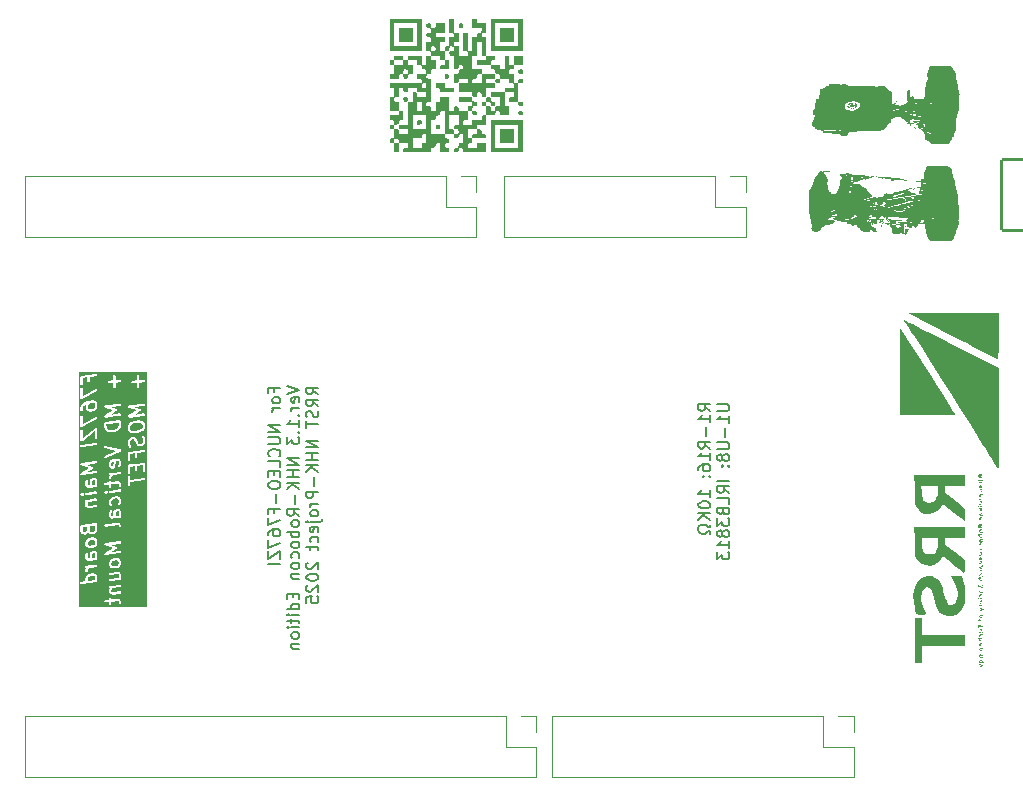
<source format=gbo>
G04 #@! TF.GenerationSoftware,KiCad,Pcbnew,8.0.3*
G04 #@! TF.CreationDate,2025-05-05T15:44:45+09:00*
G04 #@! TF.ProjectId,F767ZI_MB_V1.4,46373637-5a49-45f4-9d42-5f56312e342e,rev?*
G04 #@! TF.SameCoordinates,Original*
G04 #@! TF.FileFunction,Legend,Bot*
G04 #@! TF.FilePolarity,Positive*
%FSLAX46Y46*%
G04 Gerber Fmt 4.6, Leading zero omitted, Abs format (unit mm)*
G04 Created by KiCad (PCBNEW 8.0.3) date 2025-05-05 15:44:45*
%MOMM*%
%LPD*%
G01*
G04 APERTURE LIST*
G04 Aperture macros list*
%AMRoundRect*
0 Rectangle with rounded corners*
0 $1 Rounding radius*
0 $2 $3 $4 $5 $6 $7 $8 $9 X,Y pos of 4 corners*
0 Add a 4 corners polygon primitive as box body*
4,1,4,$2,$3,$4,$5,$6,$7,$8,$9,$2,$3,0*
0 Add four circle primitives for the rounded corners*
1,1,$1+$1,$2,$3*
1,1,$1+$1,$4,$5*
1,1,$1+$1,$6,$7*
1,1,$1+$1,$8,$9*
0 Add four rect primitives between the rounded corners*
20,1,$1+$1,$2,$3,$4,$5,0*
20,1,$1+$1,$4,$5,$6,$7,0*
20,1,$1+$1,$6,$7,$8,$9,0*
20,1,$1+$1,$8,$9,$2,$3,0*%
G04 Aperture macros list end*
%ADD10C,0.150000*%
%ADD11C,0.200000*%
%ADD12C,0.000000*%
%ADD13C,0.120000*%
%ADD14R,1.625600X1.625600*%
%ADD15C,1.625600*%
%ADD16R,1.700000X1.700000*%
%ADD17O,1.700000X1.700000*%
%ADD18C,1.600000*%
%ADD19O,1.600000X1.600000*%
%ADD20C,6.204000*%
%ADD21RoundRect,0.102000X-3.000000X-3.000000X3.000000X-3.000000X3.000000X3.000000X-3.000000X3.000000X0*%
%ADD22RoundRect,0.102000X3.000000X-3.000000X3.000000X3.000000X-3.000000X3.000000X-3.000000X-3.000000X0*%
G04 APERTURE END LIST*
D10*
X135419875Y-94771207D02*
X134943684Y-94437874D01*
X135419875Y-94199779D02*
X134419875Y-94199779D01*
X134419875Y-94199779D02*
X134419875Y-94580731D01*
X134419875Y-94580731D02*
X134467494Y-94675969D01*
X134467494Y-94675969D02*
X134515113Y-94723588D01*
X134515113Y-94723588D02*
X134610351Y-94771207D01*
X134610351Y-94771207D02*
X134753208Y-94771207D01*
X134753208Y-94771207D02*
X134848446Y-94723588D01*
X134848446Y-94723588D02*
X134896065Y-94675969D01*
X134896065Y-94675969D02*
X134943684Y-94580731D01*
X134943684Y-94580731D02*
X134943684Y-94199779D01*
X135419875Y-95723588D02*
X135419875Y-95152160D01*
X135419875Y-95437874D02*
X134419875Y-95437874D01*
X134419875Y-95437874D02*
X134562732Y-95342636D01*
X134562732Y-95342636D02*
X134657970Y-95247398D01*
X134657970Y-95247398D02*
X134705589Y-95152160D01*
X135038922Y-96152160D02*
X135038922Y-96914065D01*
X135419875Y-97961683D02*
X134943684Y-97628350D01*
X135419875Y-97390255D02*
X134419875Y-97390255D01*
X134419875Y-97390255D02*
X134419875Y-97771207D01*
X134419875Y-97771207D02*
X134467494Y-97866445D01*
X134467494Y-97866445D02*
X134515113Y-97914064D01*
X134515113Y-97914064D02*
X134610351Y-97961683D01*
X134610351Y-97961683D02*
X134753208Y-97961683D01*
X134753208Y-97961683D02*
X134848446Y-97914064D01*
X134848446Y-97914064D02*
X134896065Y-97866445D01*
X134896065Y-97866445D02*
X134943684Y-97771207D01*
X134943684Y-97771207D02*
X134943684Y-97390255D01*
X135419875Y-98914064D02*
X135419875Y-98342636D01*
X135419875Y-98628350D02*
X134419875Y-98628350D01*
X134419875Y-98628350D02*
X134562732Y-98533112D01*
X134562732Y-98533112D02*
X134657970Y-98437874D01*
X134657970Y-98437874D02*
X134705589Y-98342636D01*
X134419875Y-99771207D02*
X134419875Y-99580731D01*
X134419875Y-99580731D02*
X134467494Y-99485493D01*
X134467494Y-99485493D02*
X134515113Y-99437874D01*
X134515113Y-99437874D02*
X134657970Y-99342636D01*
X134657970Y-99342636D02*
X134848446Y-99295017D01*
X134848446Y-99295017D02*
X135229398Y-99295017D01*
X135229398Y-99295017D02*
X135324636Y-99342636D01*
X135324636Y-99342636D02*
X135372256Y-99390255D01*
X135372256Y-99390255D02*
X135419875Y-99485493D01*
X135419875Y-99485493D02*
X135419875Y-99675969D01*
X135419875Y-99675969D02*
X135372256Y-99771207D01*
X135372256Y-99771207D02*
X135324636Y-99818826D01*
X135324636Y-99818826D02*
X135229398Y-99866445D01*
X135229398Y-99866445D02*
X134991303Y-99866445D01*
X134991303Y-99866445D02*
X134896065Y-99818826D01*
X134896065Y-99818826D02*
X134848446Y-99771207D01*
X134848446Y-99771207D02*
X134800827Y-99675969D01*
X134800827Y-99675969D02*
X134800827Y-99485493D01*
X134800827Y-99485493D02*
X134848446Y-99390255D01*
X134848446Y-99390255D02*
X134896065Y-99342636D01*
X134896065Y-99342636D02*
X134991303Y-99295017D01*
X135324636Y-100295017D02*
X135372256Y-100342636D01*
X135372256Y-100342636D02*
X135419875Y-100295017D01*
X135419875Y-100295017D02*
X135372256Y-100247398D01*
X135372256Y-100247398D02*
X135324636Y-100295017D01*
X135324636Y-100295017D02*
X135419875Y-100295017D01*
X134800827Y-100295017D02*
X134848446Y-100342636D01*
X134848446Y-100342636D02*
X134896065Y-100295017D01*
X134896065Y-100295017D02*
X134848446Y-100247398D01*
X134848446Y-100247398D02*
X134800827Y-100295017D01*
X134800827Y-100295017D02*
X134896065Y-100295017D01*
X135419875Y-102056921D02*
X135419875Y-101485493D01*
X135419875Y-101771207D02*
X134419875Y-101771207D01*
X134419875Y-101771207D02*
X134562732Y-101675969D01*
X134562732Y-101675969D02*
X134657970Y-101580731D01*
X134657970Y-101580731D02*
X134705589Y-101485493D01*
X134419875Y-102675969D02*
X134419875Y-102771207D01*
X134419875Y-102771207D02*
X134467494Y-102866445D01*
X134467494Y-102866445D02*
X134515113Y-102914064D01*
X134515113Y-102914064D02*
X134610351Y-102961683D01*
X134610351Y-102961683D02*
X134800827Y-103009302D01*
X134800827Y-103009302D02*
X135038922Y-103009302D01*
X135038922Y-103009302D02*
X135229398Y-102961683D01*
X135229398Y-102961683D02*
X135324636Y-102914064D01*
X135324636Y-102914064D02*
X135372256Y-102866445D01*
X135372256Y-102866445D02*
X135419875Y-102771207D01*
X135419875Y-102771207D02*
X135419875Y-102675969D01*
X135419875Y-102675969D02*
X135372256Y-102580731D01*
X135372256Y-102580731D02*
X135324636Y-102533112D01*
X135324636Y-102533112D02*
X135229398Y-102485493D01*
X135229398Y-102485493D02*
X135038922Y-102437874D01*
X135038922Y-102437874D02*
X134800827Y-102437874D01*
X134800827Y-102437874D02*
X134610351Y-102485493D01*
X134610351Y-102485493D02*
X134515113Y-102533112D01*
X134515113Y-102533112D02*
X134467494Y-102580731D01*
X134467494Y-102580731D02*
X134419875Y-102675969D01*
X135419875Y-103437874D02*
X134419875Y-103437874D01*
X135419875Y-104009302D02*
X134848446Y-103580731D01*
X134419875Y-104009302D02*
X134991303Y-103437874D01*
X135419875Y-104390255D02*
X135419875Y-104628350D01*
X135419875Y-104628350D02*
X135229398Y-104628350D01*
X135229398Y-104628350D02*
X135181779Y-104533112D01*
X135181779Y-104533112D02*
X135086541Y-104437874D01*
X135086541Y-104437874D02*
X134943684Y-104390255D01*
X134943684Y-104390255D02*
X134705589Y-104390255D01*
X134705589Y-104390255D02*
X134562732Y-104437874D01*
X134562732Y-104437874D02*
X134467494Y-104533112D01*
X134467494Y-104533112D02*
X134419875Y-104675969D01*
X134419875Y-104675969D02*
X134419875Y-104866445D01*
X134419875Y-104866445D02*
X134467494Y-105009302D01*
X134467494Y-105009302D02*
X134562732Y-105104540D01*
X134562732Y-105104540D02*
X134705589Y-105152159D01*
X134705589Y-105152159D02*
X134943684Y-105152159D01*
X134943684Y-105152159D02*
X135086541Y-105104540D01*
X135086541Y-105104540D02*
X135181779Y-105009302D01*
X135181779Y-105009302D02*
X135229398Y-104914064D01*
X135229398Y-104914064D02*
X135419875Y-104914064D01*
X135419875Y-104914064D02*
X135419875Y-105152159D01*
X136029819Y-94199779D02*
X136839342Y-94199779D01*
X136839342Y-94199779D02*
X136934580Y-94247398D01*
X136934580Y-94247398D02*
X136982200Y-94295017D01*
X136982200Y-94295017D02*
X137029819Y-94390255D01*
X137029819Y-94390255D02*
X137029819Y-94580731D01*
X137029819Y-94580731D02*
X136982200Y-94675969D01*
X136982200Y-94675969D02*
X136934580Y-94723588D01*
X136934580Y-94723588D02*
X136839342Y-94771207D01*
X136839342Y-94771207D02*
X136029819Y-94771207D01*
X137029819Y-95771207D02*
X137029819Y-95199779D01*
X137029819Y-95485493D02*
X136029819Y-95485493D01*
X136029819Y-95485493D02*
X136172676Y-95390255D01*
X136172676Y-95390255D02*
X136267914Y-95295017D01*
X136267914Y-95295017D02*
X136315533Y-95199779D01*
X136648866Y-96199779D02*
X136648866Y-96961684D01*
X136029819Y-97437874D02*
X136839342Y-97437874D01*
X136839342Y-97437874D02*
X136934580Y-97485493D01*
X136934580Y-97485493D02*
X136982200Y-97533112D01*
X136982200Y-97533112D02*
X137029819Y-97628350D01*
X137029819Y-97628350D02*
X137029819Y-97818826D01*
X137029819Y-97818826D02*
X136982200Y-97914064D01*
X136982200Y-97914064D02*
X136934580Y-97961683D01*
X136934580Y-97961683D02*
X136839342Y-98009302D01*
X136839342Y-98009302D02*
X136029819Y-98009302D01*
X136458390Y-98628350D02*
X136410771Y-98533112D01*
X136410771Y-98533112D02*
X136363152Y-98485493D01*
X136363152Y-98485493D02*
X136267914Y-98437874D01*
X136267914Y-98437874D02*
X136220295Y-98437874D01*
X136220295Y-98437874D02*
X136125057Y-98485493D01*
X136125057Y-98485493D02*
X136077438Y-98533112D01*
X136077438Y-98533112D02*
X136029819Y-98628350D01*
X136029819Y-98628350D02*
X136029819Y-98818826D01*
X136029819Y-98818826D02*
X136077438Y-98914064D01*
X136077438Y-98914064D02*
X136125057Y-98961683D01*
X136125057Y-98961683D02*
X136220295Y-99009302D01*
X136220295Y-99009302D02*
X136267914Y-99009302D01*
X136267914Y-99009302D02*
X136363152Y-98961683D01*
X136363152Y-98961683D02*
X136410771Y-98914064D01*
X136410771Y-98914064D02*
X136458390Y-98818826D01*
X136458390Y-98818826D02*
X136458390Y-98628350D01*
X136458390Y-98628350D02*
X136506009Y-98533112D01*
X136506009Y-98533112D02*
X136553628Y-98485493D01*
X136553628Y-98485493D02*
X136648866Y-98437874D01*
X136648866Y-98437874D02*
X136839342Y-98437874D01*
X136839342Y-98437874D02*
X136934580Y-98485493D01*
X136934580Y-98485493D02*
X136982200Y-98533112D01*
X136982200Y-98533112D02*
X137029819Y-98628350D01*
X137029819Y-98628350D02*
X137029819Y-98818826D01*
X137029819Y-98818826D02*
X136982200Y-98914064D01*
X136982200Y-98914064D02*
X136934580Y-98961683D01*
X136934580Y-98961683D02*
X136839342Y-99009302D01*
X136839342Y-99009302D02*
X136648866Y-99009302D01*
X136648866Y-99009302D02*
X136553628Y-98961683D01*
X136553628Y-98961683D02*
X136506009Y-98914064D01*
X136506009Y-98914064D02*
X136458390Y-98818826D01*
X136934580Y-99437874D02*
X136982200Y-99485493D01*
X136982200Y-99485493D02*
X137029819Y-99437874D01*
X137029819Y-99437874D02*
X136982200Y-99390255D01*
X136982200Y-99390255D02*
X136934580Y-99437874D01*
X136934580Y-99437874D02*
X137029819Y-99437874D01*
X136410771Y-99437874D02*
X136458390Y-99485493D01*
X136458390Y-99485493D02*
X136506009Y-99437874D01*
X136506009Y-99437874D02*
X136458390Y-99390255D01*
X136458390Y-99390255D02*
X136410771Y-99437874D01*
X136410771Y-99437874D02*
X136506009Y-99437874D01*
X137029819Y-100675969D02*
X136029819Y-100675969D01*
X137029819Y-101723587D02*
X136553628Y-101390254D01*
X137029819Y-101152159D02*
X136029819Y-101152159D01*
X136029819Y-101152159D02*
X136029819Y-101533111D01*
X136029819Y-101533111D02*
X136077438Y-101628349D01*
X136077438Y-101628349D02*
X136125057Y-101675968D01*
X136125057Y-101675968D02*
X136220295Y-101723587D01*
X136220295Y-101723587D02*
X136363152Y-101723587D01*
X136363152Y-101723587D02*
X136458390Y-101675968D01*
X136458390Y-101675968D02*
X136506009Y-101628349D01*
X136506009Y-101628349D02*
X136553628Y-101533111D01*
X136553628Y-101533111D02*
X136553628Y-101152159D01*
X137029819Y-102628349D02*
X137029819Y-102152159D01*
X137029819Y-102152159D02*
X136029819Y-102152159D01*
X136506009Y-103295016D02*
X136553628Y-103437873D01*
X136553628Y-103437873D02*
X136601247Y-103485492D01*
X136601247Y-103485492D02*
X136696485Y-103533111D01*
X136696485Y-103533111D02*
X136839342Y-103533111D01*
X136839342Y-103533111D02*
X136934580Y-103485492D01*
X136934580Y-103485492D02*
X136982200Y-103437873D01*
X136982200Y-103437873D02*
X137029819Y-103342635D01*
X137029819Y-103342635D02*
X137029819Y-102961683D01*
X137029819Y-102961683D02*
X136029819Y-102961683D01*
X136029819Y-102961683D02*
X136029819Y-103295016D01*
X136029819Y-103295016D02*
X136077438Y-103390254D01*
X136077438Y-103390254D02*
X136125057Y-103437873D01*
X136125057Y-103437873D02*
X136220295Y-103485492D01*
X136220295Y-103485492D02*
X136315533Y-103485492D01*
X136315533Y-103485492D02*
X136410771Y-103437873D01*
X136410771Y-103437873D02*
X136458390Y-103390254D01*
X136458390Y-103390254D02*
X136506009Y-103295016D01*
X136506009Y-103295016D02*
X136506009Y-102961683D01*
X136029819Y-103866445D02*
X136029819Y-104485492D01*
X136029819Y-104485492D02*
X136410771Y-104152159D01*
X136410771Y-104152159D02*
X136410771Y-104295016D01*
X136410771Y-104295016D02*
X136458390Y-104390254D01*
X136458390Y-104390254D02*
X136506009Y-104437873D01*
X136506009Y-104437873D02*
X136601247Y-104485492D01*
X136601247Y-104485492D02*
X136839342Y-104485492D01*
X136839342Y-104485492D02*
X136934580Y-104437873D01*
X136934580Y-104437873D02*
X136982200Y-104390254D01*
X136982200Y-104390254D02*
X137029819Y-104295016D01*
X137029819Y-104295016D02*
X137029819Y-104009302D01*
X137029819Y-104009302D02*
X136982200Y-103914064D01*
X136982200Y-103914064D02*
X136934580Y-103866445D01*
X136458390Y-105056921D02*
X136410771Y-104961683D01*
X136410771Y-104961683D02*
X136363152Y-104914064D01*
X136363152Y-104914064D02*
X136267914Y-104866445D01*
X136267914Y-104866445D02*
X136220295Y-104866445D01*
X136220295Y-104866445D02*
X136125057Y-104914064D01*
X136125057Y-104914064D02*
X136077438Y-104961683D01*
X136077438Y-104961683D02*
X136029819Y-105056921D01*
X136029819Y-105056921D02*
X136029819Y-105247397D01*
X136029819Y-105247397D02*
X136077438Y-105342635D01*
X136077438Y-105342635D02*
X136125057Y-105390254D01*
X136125057Y-105390254D02*
X136220295Y-105437873D01*
X136220295Y-105437873D02*
X136267914Y-105437873D01*
X136267914Y-105437873D02*
X136363152Y-105390254D01*
X136363152Y-105390254D02*
X136410771Y-105342635D01*
X136410771Y-105342635D02*
X136458390Y-105247397D01*
X136458390Y-105247397D02*
X136458390Y-105056921D01*
X136458390Y-105056921D02*
X136506009Y-104961683D01*
X136506009Y-104961683D02*
X136553628Y-104914064D01*
X136553628Y-104914064D02*
X136648866Y-104866445D01*
X136648866Y-104866445D02*
X136839342Y-104866445D01*
X136839342Y-104866445D02*
X136934580Y-104914064D01*
X136934580Y-104914064D02*
X136982200Y-104961683D01*
X136982200Y-104961683D02*
X137029819Y-105056921D01*
X137029819Y-105056921D02*
X137029819Y-105247397D01*
X137029819Y-105247397D02*
X136982200Y-105342635D01*
X136982200Y-105342635D02*
X136934580Y-105390254D01*
X136934580Y-105390254D02*
X136839342Y-105437873D01*
X136839342Y-105437873D02*
X136648866Y-105437873D01*
X136648866Y-105437873D02*
X136553628Y-105390254D01*
X136553628Y-105390254D02*
X136506009Y-105342635D01*
X136506009Y-105342635D02*
X136458390Y-105247397D01*
X137029819Y-106390254D02*
X137029819Y-105818826D01*
X137029819Y-106104540D02*
X136029819Y-106104540D01*
X136029819Y-106104540D02*
X136172676Y-106009302D01*
X136172676Y-106009302D02*
X136267914Y-105914064D01*
X136267914Y-105914064D02*
X136315533Y-105818826D01*
X136029819Y-106723588D02*
X136029819Y-107342635D01*
X136029819Y-107342635D02*
X136410771Y-107009302D01*
X136410771Y-107009302D02*
X136410771Y-107152159D01*
X136410771Y-107152159D02*
X136458390Y-107247397D01*
X136458390Y-107247397D02*
X136506009Y-107295016D01*
X136506009Y-107295016D02*
X136601247Y-107342635D01*
X136601247Y-107342635D02*
X136839342Y-107342635D01*
X136839342Y-107342635D02*
X136934580Y-107295016D01*
X136934580Y-107295016D02*
X136982200Y-107247397D01*
X136982200Y-107247397D02*
X137029819Y-107152159D01*
X137029819Y-107152159D02*
X137029819Y-106866445D01*
X137029819Y-106866445D02*
X136982200Y-106771207D01*
X136982200Y-106771207D02*
X136934580Y-106723588D01*
X98485821Y-93136112D02*
X98485821Y-92802779D01*
X99009631Y-92802779D02*
X98009631Y-92802779D01*
X98009631Y-92802779D02*
X98009631Y-93278969D01*
X99009631Y-93802779D02*
X98962012Y-93707541D01*
X98962012Y-93707541D02*
X98914392Y-93659922D01*
X98914392Y-93659922D02*
X98819154Y-93612303D01*
X98819154Y-93612303D02*
X98533440Y-93612303D01*
X98533440Y-93612303D02*
X98438202Y-93659922D01*
X98438202Y-93659922D02*
X98390583Y-93707541D01*
X98390583Y-93707541D02*
X98342964Y-93802779D01*
X98342964Y-93802779D02*
X98342964Y-93945636D01*
X98342964Y-93945636D02*
X98390583Y-94040874D01*
X98390583Y-94040874D02*
X98438202Y-94088493D01*
X98438202Y-94088493D02*
X98533440Y-94136112D01*
X98533440Y-94136112D02*
X98819154Y-94136112D01*
X98819154Y-94136112D02*
X98914392Y-94088493D01*
X98914392Y-94088493D02*
X98962012Y-94040874D01*
X98962012Y-94040874D02*
X99009631Y-93945636D01*
X99009631Y-93945636D02*
X99009631Y-93802779D01*
X99009631Y-94564684D02*
X98342964Y-94564684D01*
X98533440Y-94564684D02*
X98438202Y-94612303D01*
X98438202Y-94612303D02*
X98390583Y-94659922D01*
X98390583Y-94659922D02*
X98342964Y-94755160D01*
X98342964Y-94755160D02*
X98342964Y-94850398D01*
X99009631Y-95945637D02*
X98009631Y-95945637D01*
X98009631Y-95945637D02*
X99009631Y-96517065D01*
X99009631Y-96517065D02*
X98009631Y-96517065D01*
X98009631Y-96993256D02*
X98819154Y-96993256D01*
X98819154Y-96993256D02*
X98914392Y-97040875D01*
X98914392Y-97040875D02*
X98962012Y-97088494D01*
X98962012Y-97088494D02*
X99009631Y-97183732D01*
X99009631Y-97183732D02*
X99009631Y-97374208D01*
X99009631Y-97374208D02*
X98962012Y-97469446D01*
X98962012Y-97469446D02*
X98914392Y-97517065D01*
X98914392Y-97517065D02*
X98819154Y-97564684D01*
X98819154Y-97564684D02*
X98009631Y-97564684D01*
X98914392Y-98612303D02*
X98962012Y-98564684D01*
X98962012Y-98564684D02*
X99009631Y-98421827D01*
X99009631Y-98421827D02*
X99009631Y-98326589D01*
X99009631Y-98326589D02*
X98962012Y-98183732D01*
X98962012Y-98183732D02*
X98866773Y-98088494D01*
X98866773Y-98088494D02*
X98771535Y-98040875D01*
X98771535Y-98040875D02*
X98581059Y-97993256D01*
X98581059Y-97993256D02*
X98438202Y-97993256D01*
X98438202Y-97993256D02*
X98247726Y-98040875D01*
X98247726Y-98040875D02*
X98152488Y-98088494D01*
X98152488Y-98088494D02*
X98057250Y-98183732D01*
X98057250Y-98183732D02*
X98009631Y-98326589D01*
X98009631Y-98326589D02*
X98009631Y-98421827D01*
X98009631Y-98421827D02*
X98057250Y-98564684D01*
X98057250Y-98564684D02*
X98104869Y-98612303D01*
X99009631Y-99517065D02*
X99009631Y-99040875D01*
X99009631Y-99040875D02*
X98009631Y-99040875D01*
X98485821Y-99850399D02*
X98485821Y-100183732D01*
X99009631Y-100326589D02*
X99009631Y-99850399D01*
X99009631Y-99850399D02*
X98009631Y-99850399D01*
X98009631Y-99850399D02*
X98009631Y-100326589D01*
X98009631Y-100945637D02*
X98009631Y-101136113D01*
X98009631Y-101136113D02*
X98057250Y-101231351D01*
X98057250Y-101231351D02*
X98152488Y-101326589D01*
X98152488Y-101326589D02*
X98342964Y-101374208D01*
X98342964Y-101374208D02*
X98676297Y-101374208D01*
X98676297Y-101374208D02*
X98866773Y-101326589D01*
X98866773Y-101326589D02*
X98962012Y-101231351D01*
X98962012Y-101231351D02*
X99009631Y-101136113D01*
X99009631Y-101136113D02*
X99009631Y-100945637D01*
X99009631Y-100945637D02*
X98962012Y-100850399D01*
X98962012Y-100850399D02*
X98866773Y-100755161D01*
X98866773Y-100755161D02*
X98676297Y-100707542D01*
X98676297Y-100707542D02*
X98342964Y-100707542D01*
X98342964Y-100707542D02*
X98152488Y-100755161D01*
X98152488Y-100755161D02*
X98057250Y-100850399D01*
X98057250Y-100850399D02*
X98009631Y-100945637D01*
X98628678Y-101802780D02*
X98628678Y-102564685D01*
X98485821Y-103374208D02*
X98485821Y-103040875D01*
X99009631Y-103040875D02*
X98009631Y-103040875D01*
X98009631Y-103040875D02*
X98009631Y-103517065D01*
X98009631Y-103802780D02*
X98009631Y-104469446D01*
X98009631Y-104469446D02*
X99009631Y-104040875D01*
X98009631Y-105278970D02*
X98009631Y-105088494D01*
X98009631Y-105088494D02*
X98057250Y-104993256D01*
X98057250Y-104993256D02*
X98104869Y-104945637D01*
X98104869Y-104945637D02*
X98247726Y-104850399D01*
X98247726Y-104850399D02*
X98438202Y-104802780D01*
X98438202Y-104802780D02*
X98819154Y-104802780D01*
X98819154Y-104802780D02*
X98914392Y-104850399D01*
X98914392Y-104850399D02*
X98962012Y-104898018D01*
X98962012Y-104898018D02*
X99009631Y-104993256D01*
X99009631Y-104993256D02*
X99009631Y-105183732D01*
X99009631Y-105183732D02*
X98962012Y-105278970D01*
X98962012Y-105278970D02*
X98914392Y-105326589D01*
X98914392Y-105326589D02*
X98819154Y-105374208D01*
X98819154Y-105374208D02*
X98581059Y-105374208D01*
X98581059Y-105374208D02*
X98485821Y-105326589D01*
X98485821Y-105326589D02*
X98438202Y-105278970D01*
X98438202Y-105278970D02*
X98390583Y-105183732D01*
X98390583Y-105183732D02*
X98390583Y-104993256D01*
X98390583Y-104993256D02*
X98438202Y-104898018D01*
X98438202Y-104898018D02*
X98485821Y-104850399D01*
X98485821Y-104850399D02*
X98581059Y-104802780D01*
X98009631Y-105707542D02*
X98009631Y-106374208D01*
X98009631Y-106374208D02*
X99009631Y-105945637D01*
X98009631Y-106659923D02*
X98009631Y-107326589D01*
X98009631Y-107326589D02*
X99009631Y-106659923D01*
X99009631Y-106659923D02*
X99009631Y-107326589D01*
X99009631Y-107707542D02*
X98009631Y-107707542D01*
X99619575Y-92659922D02*
X100619575Y-92993255D01*
X100619575Y-92993255D02*
X99619575Y-93326588D01*
X100571956Y-94040874D02*
X100619575Y-93945636D01*
X100619575Y-93945636D02*
X100619575Y-93755160D01*
X100619575Y-93755160D02*
X100571956Y-93659922D01*
X100571956Y-93659922D02*
X100476717Y-93612303D01*
X100476717Y-93612303D02*
X100095765Y-93612303D01*
X100095765Y-93612303D02*
X100000527Y-93659922D01*
X100000527Y-93659922D02*
X99952908Y-93755160D01*
X99952908Y-93755160D02*
X99952908Y-93945636D01*
X99952908Y-93945636D02*
X100000527Y-94040874D01*
X100000527Y-94040874D02*
X100095765Y-94088493D01*
X100095765Y-94088493D02*
X100191003Y-94088493D01*
X100191003Y-94088493D02*
X100286241Y-93612303D01*
X100619575Y-94517065D02*
X99952908Y-94517065D01*
X100143384Y-94517065D02*
X100048146Y-94564684D01*
X100048146Y-94564684D02*
X100000527Y-94612303D01*
X100000527Y-94612303D02*
X99952908Y-94707541D01*
X99952908Y-94707541D02*
X99952908Y-94802779D01*
X100524336Y-95136113D02*
X100571956Y-95183732D01*
X100571956Y-95183732D02*
X100619575Y-95136113D01*
X100619575Y-95136113D02*
X100571956Y-95088494D01*
X100571956Y-95088494D02*
X100524336Y-95136113D01*
X100524336Y-95136113D02*
X100619575Y-95136113D01*
X100619575Y-96136112D02*
X100619575Y-95564684D01*
X100619575Y-95850398D02*
X99619575Y-95850398D01*
X99619575Y-95850398D02*
X99762432Y-95755160D01*
X99762432Y-95755160D02*
X99857670Y-95659922D01*
X99857670Y-95659922D02*
X99905289Y-95564684D01*
X100524336Y-96564684D02*
X100571956Y-96612303D01*
X100571956Y-96612303D02*
X100619575Y-96564684D01*
X100619575Y-96564684D02*
X100571956Y-96517065D01*
X100571956Y-96517065D02*
X100524336Y-96564684D01*
X100524336Y-96564684D02*
X100619575Y-96564684D01*
X99619575Y-96945636D02*
X99619575Y-97564683D01*
X99619575Y-97564683D02*
X100000527Y-97231350D01*
X100000527Y-97231350D02*
X100000527Y-97374207D01*
X100000527Y-97374207D02*
X100048146Y-97469445D01*
X100048146Y-97469445D02*
X100095765Y-97517064D01*
X100095765Y-97517064D02*
X100191003Y-97564683D01*
X100191003Y-97564683D02*
X100429098Y-97564683D01*
X100429098Y-97564683D02*
X100524336Y-97517064D01*
X100524336Y-97517064D02*
X100571956Y-97469445D01*
X100571956Y-97469445D02*
X100619575Y-97374207D01*
X100619575Y-97374207D02*
X100619575Y-97088493D01*
X100619575Y-97088493D02*
X100571956Y-96993255D01*
X100571956Y-96993255D02*
X100524336Y-96945636D01*
X100619575Y-98755160D02*
X99619575Y-98755160D01*
X99619575Y-98755160D02*
X100619575Y-99326588D01*
X100619575Y-99326588D02*
X99619575Y-99326588D01*
X100619575Y-99802779D02*
X99619575Y-99802779D01*
X100095765Y-99802779D02*
X100095765Y-100374207D01*
X100619575Y-100374207D02*
X99619575Y-100374207D01*
X100619575Y-100850398D02*
X99619575Y-100850398D01*
X100619575Y-101421826D02*
X100048146Y-100993255D01*
X99619575Y-101421826D02*
X100191003Y-100850398D01*
X100238622Y-101850398D02*
X100238622Y-102612303D01*
X100619575Y-103659921D02*
X100143384Y-103326588D01*
X100619575Y-103088493D02*
X99619575Y-103088493D01*
X99619575Y-103088493D02*
X99619575Y-103469445D01*
X99619575Y-103469445D02*
X99667194Y-103564683D01*
X99667194Y-103564683D02*
X99714813Y-103612302D01*
X99714813Y-103612302D02*
X99810051Y-103659921D01*
X99810051Y-103659921D02*
X99952908Y-103659921D01*
X99952908Y-103659921D02*
X100048146Y-103612302D01*
X100048146Y-103612302D02*
X100095765Y-103564683D01*
X100095765Y-103564683D02*
X100143384Y-103469445D01*
X100143384Y-103469445D02*
X100143384Y-103088493D01*
X100619575Y-104231350D02*
X100571956Y-104136112D01*
X100571956Y-104136112D02*
X100524336Y-104088493D01*
X100524336Y-104088493D02*
X100429098Y-104040874D01*
X100429098Y-104040874D02*
X100143384Y-104040874D01*
X100143384Y-104040874D02*
X100048146Y-104088493D01*
X100048146Y-104088493D02*
X100000527Y-104136112D01*
X100000527Y-104136112D02*
X99952908Y-104231350D01*
X99952908Y-104231350D02*
X99952908Y-104374207D01*
X99952908Y-104374207D02*
X100000527Y-104469445D01*
X100000527Y-104469445D02*
X100048146Y-104517064D01*
X100048146Y-104517064D02*
X100143384Y-104564683D01*
X100143384Y-104564683D02*
X100429098Y-104564683D01*
X100429098Y-104564683D02*
X100524336Y-104517064D01*
X100524336Y-104517064D02*
X100571956Y-104469445D01*
X100571956Y-104469445D02*
X100619575Y-104374207D01*
X100619575Y-104374207D02*
X100619575Y-104231350D01*
X100619575Y-104993255D02*
X99619575Y-104993255D01*
X100000527Y-104993255D02*
X99952908Y-105088493D01*
X99952908Y-105088493D02*
X99952908Y-105278969D01*
X99952908Y-105278969D02*
X100000527Y-105374207D01*
X100000527Y-105374207D02*
X100048146Y-105421826D01*
X100048146Y-105421826D02*
X100143384Y-105469445D01*
X100143384Y-105469445D02*
X100429098Y-105469445D01*
X100429098Y-105469445D02*
X100524336Y-105421826D01*
X100524336Y-105421826D02*
X100571956Y-105374207D01*
X100571956Y-105374207D02*
X100619575Y-105278969D01*
X100619575Y-105278969D02*
X100619575Y-105088493D01*
X100619575Y-105088493D02*
X100571956Y-104993255D01*
X100619575Y-106040874D02*
X100571956Y-105945636D01*
X100571956Y-105945636D02*
X100524336Y-105898017D01*
X100524336Y-105898017D02*
X100429098Y-105850398D01*
X100429098Y-105850398D02*
X100143384Y-105850398D01*
X100143384Y-105850398D02*
X100048146Y-105898017D01*
X100048146Y-105898017D02*
X100000527Y-105945636D01*
X100000527Y-105945636D02*
X99952908Y-106040874D01*
X99952908Y-106040874D02*
X99952908Y-106183731D01*
X99952908Y-106183731D02*
X100000527Y-106278969D01*
X100000527Y-106278969D02*
X100048146Y-106326588D01*
X100048146Y-106326588D02*
X100143384Y-106374207D01*
X100143384Y-106374207D02*
X100429098Y-106374207D01*
X100429098Y-106374207D02*
X100524336Y-106326588D01*
X100524336Y-106326588D02*
X100571956Y-106278969D01*
X100571956Y-106278969D02*
X100619575Y-106183731D01*
X100619575Y-106183731D02*
X100619575Y-106040874D01*
X100571956Y-107231350D02*
X100619575Y-107136112D01*
X100619575Y-107136112D02*
X100619575Y-106945636D01*
X100619575Y-106945636D02*
X100571956Y-106850398D01*
X100571956Y-106850398D02*
X100524336Y-106802779D01*
X100524336Y-106802779D02*
X100429098Y-106755160D01*
X100429098Y-106755160D02*
X100143384Y-106755160D01*
X100143384Y-106755160D02*
X100048146Y-106802779D01*
X100048146Y-106802779D02*
X100000527Y-106850398D01*
X100000527Y-106850398D02*
X99952908Y-106945636D01*
X99952908Y-106945636D02*
X99952908Y-107136112D01*
X99952908Y-107136112D02*
X100000527Y-107231350D01*
X100619575Y-107802779D02*
X100571956Y-107707541D01*
X100571956Y-107707541D02*
X100524336Y-107659922D01*
X100524336Y-107659922D02*
X100429098Y-107612303D01*
X100429098Y-107612303D02*
X100143384Y-107612303D01*
X100143384Y-107612303D02*
X100048146Y-107659922D01*
X100048146Y-107659922D02*
X100000527Y-107707541D01*
X100000527Y-107707541D02*
X99952908Y-107802779D01*
X99952908Y-107802779D02*
X99952908Y-107945636D01*
X99952908Y-107945636D02*
X100000527Y-108040874D01*
X100000527Y-108040874D02*
X100048146Y-108088493D01*
X100048146Y-108088493D02*
X100143384Y-108136112D01*
X100143384Y-108136112D02*
X100429098Y-108136112D01*
X100429098Y-108136112D02*
X100524336Y-108088493D01*
X100524336Y-108088493D02*
X100571956Y-108040874D01*
X100571956Y-108040874D02*
X100619575Y-107945636D01*
X100619575Y-107945636D02*
X100619575Y-107802779D01*
X99952908Y-108564684D02*
X100619575Y-108564684D01*
X100048146Y-108564684D02*
X100000527Y-108612303D01*
X100000527Y-108612303D02*
X99952908Y-108707541D01*
X99952908Y-108707541D02*
X99952908Y-108850398D01*
X99952908Y-108850398D02*
X100000527Y-108945636D01*
X100000527Y-108945636D02*
X100095765Y-108993255D01*
X100095765Y-108993255D02*
X100619575Y-108993255D01*
X100095765Y-110231351D02*
X100095765Y-110564684D01*
X100619575Y-110707541D02*
X100619575Y-110231351D01*
X100619575Y-110231351D02*
X99619575Y-110231351D01*
X99619575Y-110231351D02*
X99619575Y-110707541D01*
X100619575Y-111564684D02*
X99619575Y-111564684D01*
X100571956Y-111564684D02*
X100619575Y-111469446D01*
X100619575Y-111469446D02*
X100619575Y-111278970D01*
X100619575Y-111278970D02*
X100571956Y-111183732D01*
X100571956Y-111183732D02*
X100524336Y-111136113D01*
X100524336Y-111136113D02*
X100429098Y-111088494D01*
X100429098Y-111088494D02*
X100143384Y-111088494D01*
X100143384Y-111088494D02*
X100048146Y-111136113D01*
X100048146Y-111136113D02*
X100000527Y-111183732D01*
X100000527Y-111183732D02*
X99952908Y-111278970D01*
X99952908Y-111278970D02*
X99952908Y-111469446D01*
X99952908Y-111469446D02*
X100000527Y-111564684D01*
X100619575Y-112040875D02*
X99952908Y-112040875D01*
X99619575Y-112040875D02*
X99667194Y-111993256D01*
X99667194Y-111993256D02*
X99714813Y-112040875D01*
X99714813Y-112040875D02*
X99667194Y-112088494D01*
X99667194Y-112088494D02*
X99619575Y-112040875D01*
X99619575Y-112040875D02*
X99714813Y-112040875D01*
X99952908Y-112374208D02*
X99952908Y-112755160D01*
X99619575Y-112517065D02*
X100476717Y-112517065D01*
X100476717Y-112517065D02*
X100571956Y-112564684D01*
X100571956Y-112564684D02*
X100619575Y-112659922D01*
X100619575Y-112659922D02*
X100619575Y-112755160D01*
X100619575Y-113088494D02*
X99952908Y-113088494D01*
X99619575Y-113088494D02*
X99667194Y-113040875D01*
X99667194Y-113040875D02*
X99714813Y-113088494D01*
X99714813Y-113088494D02*
X99667194Y-113136113D01*
X99667194Y-113136113D02*
X99619575Y-113088494D01*
X99619575Y-113088494D02*
X99714813Y-113088494D01*
X100619575Y-113707541D02*
X100571956Y-113612303D01*
X100571956Y-113612303D02*
X100524336Y-113564684D01*
X100524336Y-113564684D02*
X100429098Y-113517065D01*
X100429098Y-113517065D02*
X100143384Y-113517065D01*
X100143384Y-113517065D02*
X100048146Y-113564684D01*
X100048146Y-113564684D02*
X100000527Y-113612303D01*
X100000527Y-113612303D02*
X99952908Y-113707541D01*
X99952908Y-113707541D02*
X99952908Y-113850398D01*
X99952908Y-113850398D02*
X100000527Y-113945636D01*
X100000527Y-113945636D02*
X100048146Y-113993255D01*
X100048146Y-113993255D02*
X100143384Y-114040874D01*
X100143384Y-114040874D02*
X100429098Y-114040874D01*
X100429098Y-114040874D02*
X100524336Y-113993255D01*
X100524336Y-113993255D02*
X100571956Y-113945636D01*
X100571956Y-113945636D02*
X100619575Y-113850398D01*
X100619575Y-113850398D02*
X100619575Y-113707541D01*
X99952908Y-114469446D02*
X100619575Y-114469446D01*
X100048146Y-114469446D02*
X100000527Y-114517065D01*
X100000527Y-114517065D02*
X99952908Y-114612303D01*
X99952908Y-114612303D02*
X99952908Y-114755160D01*
X99952908Y-114755160D02*
X100000527Y-114850398D01*
X100000527Y-114850398D02*
X100095765Y-114898017D01*
X100095765Y-114898017D02*
X100619575Y-114898017D01*
X102229519Y-93374207D02*
X101753328Y-93040874D01*
X102229519Y-92802779D02*
X101229519Y-92802779D01*
X101229519Y-92802779D02*
X101229519Y-93183731D01*
X101229519Y-93183731D02*
X101277138Y-93278969D01*
X101277138Y-93278969D02*
X101324757Y-93326588D01*
X101324757Y-93326588D02*
X101419995Y-93374207D01*
X101419995Y-93374207D02*
X101562852Y-93374207D01*
X101562852Y-93374207D02*
X101658090Y-93326588D01*
X101658090Y-93326588D02*
X101705709Y-93278969D01*
X101705709Y-93278969D02*
X101753328Y-93183731D01*
X101753328Y-93183731D02*
X101753328Y-92802779D01*
X102229519Y-94374207D02*
X101753328Y-94040874D01*
X102229519Y-93802779D02*
X101229519Y-93802779D01*
X101229519Y-93802779D02*
X101229519Y-94183731D01*
X101229519Y-94183731D02*
X101277138Y-94278969D01*
X101277138Y-94278969D02*
X101324757Y-94326588D01*
X101324757Y-94326588D02*
X101419995Y-94374207D01*
X101419995Y-94374207D02*
X101562852Y-94374207D01*
X101562852Y-94374207D02*
X101658090Y-94326588D01*
X101658090Y-94326588D02*
X101705709Y-94278969D01*
X101705709Y-94278969D02*
X101753328Y-94183731D01*
X101753328Y-94183731D02*
X101753328Y-93802779D01*
X102181900Y-94755160D02*
X102229519Y-94898017D01*
X102229519Y-94898017D02*
X102229519Y-95136112D01*
X102229519Y-95136112D02*
X102181900Y-95231350D01*
X102181900Y-95231350D02*
X102134280Y-95278969D01*
X102134280Y-95278969D02*
X102039042Y-95326588D01*
X102039042Y-95326588D02*
X101943804Y-95326588D01*
X101943804Y-95326588D02*
X101848566Y-95278969D01*
X101848566Y-95278969D02*
X101800947Y-95231350D01*
X101800947Y-95231350D02*
X101753328Y-95136112D01*
X101753328Y-95136112D02*
X101705709Y-94945636D01*
X101705709Y-94945636D02*
X101658090Y-94850398D01*
X101658090Y-94850398D02*
X101610471Y-94802779D01*
X101610471Y-94802779D02*
X101515233Y-94755160D01*
X101515233Y-94755160D02*
X101419995Y-94755160D01*
X101419995Y-94755160D02*
X101324757Y-94802779D01*
X101324757Y-94802779D02*
X101277138Y-94850398D01*
X101277138Y-94850398D02*
X101229519Y-94945636D01*
X101229519Y-94945636D02*
X101229519Y-95183731D01*
X101229519Y-95183731D02*
X101277138Y-95326588D01*
X101229519Y-95612303D02*
X101229519Y-96183731D01*
X102229519Y-95898017D02*
X101229519Y-95898017D01*
X102229519Y-97278970D02*
X101229519Y-97278970D01*
X101229519Y-97278970D02*
X102229519Y-97850398D01*
X102229519Y-97850398D02*
X101229519Y-97850398D01*
X102229519Y-98326589D02*
X101229519Y-98326589D01*
X101705709Y-98326589D02*
X101705709Y-98898017D01*
X102229519Y-98898017D02*
X101229519Y-98898017D01*
X102229519Y-99374208D02*
X101229519Y-99374208D01*
X102229519Y-99945636D02*
X101658090Y-99517065D01*
X101229519Y-99945636D02*
X101800947Y-99374208D01*
X101848566Y-100374208D02*
X101848566Y-101136113D01*
X102229519Y-101612303D02*
X101229519Y-101612303D01*
X101229519Y-101612303D02*
X101229519Y-101993255D01*
X101229519Y-101993255D02*
X101277138Y-102088493D01*
X101277138Y-102088493D02*
X101324757Y-102136112D01*
X101324757Y-102136112D02*
X101419995Y-102183731D01*
X101419995Y-102183731D02*
X101562852Y-102183731D01*
X101562852Y-102183731D02*
X101658090Y-102136112D01*
X101658090Y-102136112D02*
X101705709Y-102088493D01*
X101705709Y-102088493D02*
X101753328Y-101993255D01*
X101753328Y-101993255D02*
X101753328Y-101612303D01*
X102229519Y-102612303D02*
X101562852Y-102612303D01*
X101753328Y-102612303D02*
X101658090Y-102659922D01*
X101658090Y-102659922D02*
X101610471Y-102707541D01*
X101610471Y-102707541D02*
X101562852Y-102802779D01*
X101562852Y-102802779D02*
X101562852Y-102898017D01*
X102229519Y-103374208D02*
X102181900Y-103278970D01*
X102181900Y-103278970D02*
X102134280Y-103231351D01*
X102134280Y-103231351D02*
X102039042Y-103183732D01*
X102039042Y-103183732D02*
X101753328Y-103183732D01*
X101753328Y-103183732D02*
X101658090Y-103231351D01*
X101658090Y-103231351D02*
X101610471Y-103278970D01*
X101610471Y-103278970D02*
X101562852Y-103374208D01*
X101562852Y-103374208D02*
X101562852Y-103517065D01*
X101562852Y-103517065D02*
X101610471Y-103612303D01*
X101610471Y-103612303D02*
X101658090Y-103659922D01*
X101658090Y-103659922D02*
X101753328Y-103707541D01*
X101753328Y-103707541D02*
X102039042Y-103707541D01*
X102039042Y-103707541D02*
X102134280Y-103659922D01*
X102134280Y-103659922D02*
X102181900Y-103612303D01*
X102181900Y-103612303D02*
X102229519Y-103517065D01*
X102229519Y-103517065D02*
X102229519Y-103374208D01*
X101562852Y-104136113D02*
X102419995Y-104136113D01*
X102419995Y-104136113D02*
X102515233Y-104088494D01*
X102515233Y-104088494D02*
X102562852Y-103993256D01*
X102562852Y-103993256D02*
X102562852Y-103945637D01*
X101229519Y-104136113D02*
X101277138Y-104088494D01*
X101277138Y-104088494D02*
X101324757Y-104136113D01*
X101324757Y-104136113D02*
X101277138Y-104183732D01*
X101277138Y-104183732D02*
X101229519Y-104136113D01*
X101229519Y-104136113D02*
X101324757Y-104136113D01*
X102181900Y-104993255D02*
X102229519Y-104898017D01*
X102229519Y-104898017D02*
X102229519Y-104707541D01*
X102229519Y-104707541D02*
X102181900Y-104612303D01*
X102181900Y-104612303D02*
X102086661Y-104564684D01*
X102086661Y-104564684D02*
X101705709Y-104564684D01*
X101705709Y-104564684D02*
X101610471Y-104612303D01*
X101610471Y-104612303D02*
X101562852Y-104707541D01*
X101562852Y-104707541D02*
X101562852Y-104898017D01*
X101562852Y-104898017D02*
X101610471Y-104993255D01*
X101610471Y-104993255D02*
X101705709Y-105040874D01*
X101705709Y-105040874D02*
X101800947Y-105040874D01*
X101800947Y-105040874D02*
X101896185Y-104564684D01*
X102181900Y-105898017D02*
X102229519Y-105802779D01*
X102229519Y-105802779D02*
X102229519Y-105612303D01*
X102229519Y-105612303D02*
X102181900Y-105517065D01*
X102181900Y-105517065D02*
X102134280Y-105469446D01*
X102134280Y-105469446D02*
X102039042Y-105421827D01*
X102039042Y-105421827D02*
X101753328Y-105421827D01*
X101753328Y-105421827D02*
X101658090Y-105469446D01*
X101658090Y-105469446D02*
X101610471Y-105517065D01*
X101610471Y-105517065D02*
X101562852Y-105612303D01*
X101562852Y-105612303D02*
X101562852Y-105802779D01*
X101562852Y-105802779D02*
X101610471Y-105898017D01*
X101562852Y-106183732D02*
X101562852Y-106564684D01*
X101229519Y-106326589D02*
X102086661Y-106326589D01*
X102086661Y-106326589D02*
X102181900Y-106374208D01*
X102181900Y-106374208D02*
X102229519Y-106469446D01*
X102229519Y-106469446D02*
X102229519Y-106564684D01*
X101324757Y-107612304D02*
X101277138Y-107659923D01*
X101277138Y-107659923D02*
X101229519Y-107755161D01*
X101229519Y-107755161D02*
X101229519Y-107993256D01*
X101229519Y-107993256D02*
X101277138Y-108088494D01*
X101277138Y-108088494D02*
X101324757Y-108136113D01*
X101324757Y-108136113D02*
X101419995Y-108183732D01*
X101419995Y-108183732D02*
X101515233Y-108183732D01*
X101515233Y-108183732D02*
X101658090Y-108136113D01*
X101658090Y-108136113D02*
X102229519Y-107564685D01*
X102229519Y-107564685D02*
X102229519Y-108183732D01*
X101229519Y-108802780D02*
X101229519Y-108898018D01*
X101229519Y-108898018D02*
X101277138Y-108993256D01*
X101277138Y-108993256D02*
X101324757Y-109040875D01*
X101324757Y-109040875D02*
X101419995Y-109088494D01*
X101419995Y-109088494D02*
X101610471Y-109136113D01*
X101610471Y-109136113D02*
X101848566Y-109136113D01*
X101848566Y-109136113D02*
X102039042Y-109088494D01*
X102039042Y-109088494D02*
X102134280Y-109040875D01*
X102134280Y-109040875D02*
X102181900Y-108993256D01*
X102181900Y-108993256D02*
X102229519Y-108898018D01*
X102229519Y-108898018D02*
X102229519Y-108802780D01*
X102229519Y-108802780D02*
X102181900Y-108707542D01*
X102181900Y-108707542D02*
X102134280Y-108659923D01*
X102134280Y-108659923D02*
X102039042Y-108612304D01*
X102039042Y-108612304D02*
X101848566Y-108564685D01*
X101848566Y-108564685D02*
X101610471Y-108564685D01*
X101610471Y-108564685D02*
X101419995Y-108612304D01*
X101419995Y-108612304D02*
X101324757Y-108659923D01*
X101324757Y-108659923D02*
X101277138Y-108707542D01*
X101277138Y-108707542D02*
X101229519Y-108802780D01*
X101324757Y-109517066D02*
X101277138Y-109564685D01*
X101277138Y-109564685D02*
X101229519Y-109659923D01*
X101229519Y-109659923D02*
X101229519Y-109898018D01*
X101229519Y-109898018D02*
X101277138Y-109993256D01*
X101277138Y-109993256D02*
X101324757Y-110040875D01*
X101324757Y-110040875D02*
X101419995Y-110088494D01*
X101419995Y-110088494D02*
X101515233Y-110088494D01*
X101515233Y-110088494D02*
X101658090Y-110040875D01*
X101658090Y-110040875D02*
X102229519Y-109469447D01*
X102229519Y-109469447D02*
X102229519Y-110088494D01*
X101229519Y-110993256D02*
X101229519Y-110517066D01*
X101229519Y-110517066D02*
X101705709Y-110469447D01*
X101705709Y-110469447D02*
X101658090Y-110517066D01*
X101658090Y-110517066D02*
X101610471Y-110612304D01*
X101610471Y-110612304D02*
X101610471Y-110850399D01*
X101610471Y-110850399D02*
X101658090Y-110945637D01*
X101658090Y-110945637D02*
X101705709Y-110993256D01*
X101705709Y-110993256D02*
X101800947Y-111040875D01*
X101800947Y-111040875D02*
X102039042Y-111040875D01*
X102039042Y-111040875D02*
X102134280Y-110993256D01*
X102134280Y-110993256D02*
X102181900Y-110945637D01*
X102181900Y-110945637D02*
X102229519Y-110850399D01*
X102229519Y-110850399D02*
X102229519Y-110612304D01*
X102229519Y-110612304D02*
X102181900Y-110517066D01*
X102181900Y-110517066D02*
X102134280Y-110469447D01*
D11*
G36*
X83268372Y-108749333D02*
G01*
X83301542Y-108777235D01*
X83341931Y-108850623D01*
X83343350Y-109040997D01*
X83316309Y-109100305D01*
X82723402Y-109175323D01*
X82708261Y-109147812D01*
X82706842Y-108957440D01*
X82749122Y-108864710D01*
X82789177Y-108818018D01*
X82877736Y-108761177D01*
X83188832Y-108720689D01*
X83268372Y-108749333D01*
G37*
G36*
X85280802Y-107439812D02*
G01*
X85313972Y-107467714D01*
X85354412Y-107541195D01*
X85355682Y-107672167D01*
X85313502Y-107764680D01*
X85273446Y-107811373D01*
X85184886Y-107868214D01*
X84873789Y-107908702D01*
X84794251Y-107880058D01*
X84761080Y-107852155D01*
X84720640Y-107778676D01*
X84719370Y-107647704D01*
X84761552Y-107555189D01*
X84801607Y-107508497D01*
X84890166Y-107451656D01*
X85201262Y-107411168D01*
X85280802Y-107439812D01*
G37*
G36*
X83311625Y-106831272D02*
G01*
X83341899Y-106886280D01*
X83343412Y-107136099D01*
X83316235Y-107195705D01*
X83064893Y-107227845D01*
X83065573Y-107220945D01*
X83063923Y-106948648D01*
X83101252Y-106866774D01*
X83175687Y-106819000D01*
X83249180Y-106808783D01*
X83311625Y-106831272D01*
G37*
G36*
X83268372Y-105713619D02*
G01*
X83301542Y-105741521D01*
X83341982Y-105815002D01*
X83343252Y-105945974D01*
X83301072Y-106038487D01*
X83261016Y-106085180D01*
X83172456Y-106142021D01*
X82861359Y-106182509D01*
X82781821Y-106153865D01*
X82748650Y-106125962D01*
X82708210Y-106052483D01*
X82706940Y-105921511D01*
X82749122Y-105828996D01*
X82789177Y-105782304D01*
X82877736Y-105725463D01*
X83188832Y-105684975D01*
X83268372Y-105713619D01*
G37*
G36*
X82688723Y-104836831D02*
G01*
X82646310Y-104929856D01*
X82606254Y-104976549D01*
X82517362Y-105033603D01*
X82443870Y-105043820D01*
X82365154Y-105015472D01*
X82331983Y-104987569D01*
X82291664Y-104914309D01*
X82290316Y-104608379D01*
X82687496Y-104558126D01*
X82688723Y-104836831D01*
G37*
G36*
X83343509Y-104814459D02*
G01*
X83301072Y-104907535D01*
X83261016Y-104954228D01*
X83172284Y-105011180D01*
X83039497Y-105029078D01*
X82960392Y-105000591D01*
X82932587Y-104977201D01*
X82886946Y-104849925D01*
X82885550Y-104533067D01*
X83342195Y-104475290D01*
X83343509Y-104814459D01*
G37*
G36*
X85324055Y-103259847D02*
G01*
X85354329Y-103314855D01*
X85355842Y-103564674D01*
X85328665Y-103624280D01*
X85077323Y-103656420D01*
X85078003Y-103649520D01*
X85076353Y-103377223D01*
X85113682Y-103295349D01*
X85188117Y-103247575D01*
X85261610Y-103237358D01*
X85324055Y-103259847D01*
G37*
G36*
X83311625Y-100640797D02*
G01*
X83341899Y-100695805D01*
X83343412Y-100945624D01*
X83316235Y-101005230D01*
X83064893Y-101037370D01*
X83065573Y-101030470D01*
X83063923Y-100758173D01*
X83101252Y-100676299D01*
X83175687Y-100628525D01*
X83249180Y-100618308D01*
X83311625Y-100640797D01*
G37*
G36*
X84835724Y-99460367D02*
G01*
X84813442Y-99463465D01*
X84750997Y-99440976D01*
X84720691Y-99385911D01*
X84719272Y-99195537D01*
X84756540Y-99113800D01*
X84830597Y-99066268D01*
X84913447Y-99055588D01*
X84835724Y-99460367D01*
G37*
G36*
X87243731Y-95789337D02*
G01*
X87325924Y-95859702D01*
X87366791Y-95933958D01*
X87368210Y-96124332D01*
X87326045Y-96216812D01*
X87232489Y-96324134D01*
X87032850Y-96400600D01*
X86640186Y-96451427D01*
X86439515Y-96427852D01*
X86357321Y-96357486D01*
X86316454Y-96283232D01*
X86315035Y-96092858D01*
X86357201Y-96000378D01*
X86450758Y-95893055D01*
X86650396Y-95816589D01*
X87043061Y-95765762D01*
X87243731Y-95789337D01*
G37*
G36*
X85355871Y-95950394D02*
G01*
X85308255Y-96103913D01*
X85214823Y-96211092D01*
X85118976Y-96272610D01*
X84901271Y-96355996D01*
X84745988Y-96376928D01*
X84532234Y-96351815D01*
X84437454Y-96317681D01*
X84350058Y-96242862D01*
X84304117Y-96114749D01*
X84302925Y-95917882D01*
X85354868Y-95784784D01*
X85355871Y-95950394D01*
G37*
G36*
X83268372Y-94106478D02*
G01*
X83301542Y-94134380D01*
X83341931Y-94207768D01*
X83343350Y-94398142D01*
X83301072Y-94490870D01*
X83261016Y-94537563D01*
X83172420Y-94594427D01*
X82920793Y-94627418D01*
X82841344Y-94598807D01*
X82808174Y-94570904D01*
X82767785Y-94497518D01*
X82766366Y-94307145D01*
X82808647Y-94214413D01*
X82848702Y-94167720D01*
X82938575Y-94110037D01*
X83188715Y-94077792D01*
X83268372Y-94106478D01*
G37*
G36*
X87705512Y-111371605D02*
G01*
X81952874Y-111371605D01*
X81952874Y-110881908D01*
X84104452Y-110881908D01*
X84109291Y-110920624D01*
X84128579Y-110954542D01*
X84159378Y-110978497D01*
X84197000Y-110988842D01*
X84216596Y-110988329D01*
X84521988Y-110949612D01*
X84522781Y-111154146D01*
X84537713Y-111190194D01*
X84565303Y-111217784D01*
X84601351Y-111232716D01*
X84640369Y-111232716D01*
X84676417Y-111217784D01*
X84704007Y-111190194D01*
X84718939Y-111154146D01*
X84720860Y-111134637D01*
X84720045Y-110924504D01*
X85260466Y-110855992D01*
X85324055Y-110878892D01*
X85354509Y-110934227D01*
X85356114Y-111049979D01*
X85371046Y-111086027D01*
X85398636Y-111113617D01*
X85434684Y-111128549D01*
X85473702Y-111128549D01*
X85509750Y-111113617D01*
X85537340Y-111086027D01*
X85552272Y-111049979D01*
X85554193Y-111030470D01*
X85552724Y-110924528D01*
X85553702Y-110921316D01*
X85552510Y-110909098D01*
X85552272Y-110891914D01*
X85550391Y-110887373D01*
X85549914Y-110882482D01*
X85542428Y-110864365D01*
X85481057Y-110752850D01*
X85475884Y-110741469D01*
X85473639Y-110739372D01*
X85472030Y-110736447D01*
X85459363Y-110726033D01*
X85447374Y-110714830D01*
X85443305Y-110712829D01*
X85441891Y-110711667D01*
X85439393Y-110710906D01*
X85429782Y-110706182D01*
X85322897Y-110667690D01*
X85320437Y-110665777D01*
X85308368Y-110662458D01*
X85291792Y-110656489D01*
X85287223Y-110656644D01*
X85282815Y-110655432D01*
X85263219Y-110655945D01*
X84719272Y-110724903D01*
X84718939Y-110638937D01*
X84704007Y-110602889D01*
X84676417Y-110575299D01*
X84640369Y-110560367D01*
X84601351Y-110560367D01*
X84565303Y-110575299D01*
X84537713Y-110602889D01*
X84522781Y-110638937D01*
X84520860Y-110658446D01*
X84521214Y-110750012D01*
X84172670Y-110794199D01*
X84138752Y-110813487D01*
X84114797Y-110844286D01*
X84104452Y-110881908D01*
X81952874Y-110881908D01*
X81952874Y-109884637D01*
X84520860Y-109884637D01*
X84522460Y-110049670D01*
X84521351Y-110053316D01*
X84522622Y-110066348D01*
X84522781Y-110082718D01*
X84524661Y-110087258D01*
X84525139Y-110092150D01*
X84532625Y-110110268D01*
X84593993Y-110221775D01*
X84599169Y-110233161D01*
X84601414Y-110235259D01*
X84603025Y-110238185D01*
X84615692Y-110248599D01*
X84627679Y-110259800D01*
X84631747Y-110261800D01*
X84633164Y-110262965D01*
X84635664Y-110263725D01*
X84645271Y-110268449D01*
X84752156Y-110306941D01*
X84754616Y-110308855D01*
X84766678Y-110312171D01*
X84783259Y-110318143D01*
X84787829Y-110317987D01*
X84792238Y-110319200D01*
X84811835Y-110318687D01*
X85485717Y-110232515D01*
X85519635Y-110213227D01*
X85543589Y-110182428D01*
X85553935Y-110144806D01*
X85549095Y-110106089D01*
X85529807Y-110072172D01*
X85499008Y-110048217D01*
X85461386Y-110037872D01*
X85441790Y-110038385D01*
X84814481Y-110118601D01*
X84750997Y-110095738D01*
X84720640Y-110040580D01*
X84719370Y-109909608D01*
X84761552Y-109817093D01*
X84788638Y-109785519D01*
X85485716Y-109696801D01*
X85519634Y-109677513D01*
X85543589Y-109646714D01*
X85553934Y-109609092D01*
X85549095Y-109570375D01*
X85529807Y-109536458D01*
X85499008Y-109512503D01*
X85461386Y-109502158D01*
X85441789Y-109502671D01*
X84726230Y-109593741D01*
X84714674Y-109594421D01*
X84712461Y-109595493D01*
X84589336Y-109611164D01*
X84555419Y-109630452D01*
X84531464Y-109661251D01*
X84521119Y-109698873D01*
X84525958Y-109737590D01*
X84545246Y-109771507D01*
X84559383Y-109782503D01*
X84538510Y-109828282D01*
X84537713Y-109829080D01*
X84533402Y-109839485D01*
X84523809Y-109860527D01*
X84523696Y-109862918D01*
X84522781Y-109865128D01*
X84520860Y-109884637D01*
X81952874Y-109884637D01*
X81952874Y-109334287D01*
X82092022Y-109334287D01*
X82096861Y-109373004D01*
X82116149Y-109406921D01*
X82146948Y-109430876D01*
X82184570Y-109441221D01*
X82204166Y-109440708D01*
X83386804Y-109291074D01*
X83397106Y-109291560D01*
X83404769Y-109288801D01*
X83473287Y-109280132D01*
X83507204Y-109260844D01*
X83531159Y-109230045D01*
X83541505Y-109192423D01*
X83536665Y-109153706D01*
X83521810Y-109127585D01*
X83524112Y-109122537D01*
X83524910Y-109121740D01*
X83529219Y-109111336D01*
X83538814Y-109090293D01*
X83538926Y-109087901D01*
X83539842Y-109085692D01*
X83541763Y-109066183D01*
X83540090Y-108841863D01*
X83541272Y-108837981D01*
X83539961Y-108824541D01*
X83539842Y-108808579D01*
X83537961Y-108804038D01*
X83537484Y-108799147D01*
X83529998Y-108781030D01*
X83466691Y-108665997D01*
X83461507Y-108655514D01*
X83460092Y-108654007D01*
X83459600Y-108653112D01*
X83458074Y-108651858D01*
X83448090Y-108641222D01*
X83382730Y-108586243D01*
X83375420Y-108579413D01*
X83373471Y-108578454D01*
X83372619Y-108577738D01*
X83370677Y-108577081D01*
X83357828Y-108570764D01*
X83349934Y-108567921D01*
X84521119Y-108567921D01*
X84525958Y-108606638D01*
X84545246Y-108640555D01*
X84576045Y-108664510D01*
X84613667Y-108674855D01*
X84633263Y-108674342D01*
X85260571Y-108594126D01*
X85324055Y-108616988D01*
X85354412Y-108672147D01*
X85355682Y-108803119D01*
X85313502Y-108895632D01*
X85286415Y-108927207D01*
X84589336Y-109015926D01*
X84555419Y-109035214D01*
X84531464Y-109066013D01*
X84521119Y-109103635D01*
X84525958Y-109142352D01*
X84545246Y-109176269D01*
X84576045Y-109200224D01*
X84613667Y-109210569D01*
X84633264Y-109210056D01*
X85348820Y-109118985D01*
X85360380Y-109118306D01*
X85362593Y-109117233D01*
X85485716Y-109101563D01*
X85519634Y-109082275D01*
X85543589Y-109051476D01*
X85553934Y-109013854D01*
X85549095Y-108975137D01*
X85529807Y-108941220D01*
X85515669Y-108930224D01*
X85536542Y-108884444D01*
X85537340Y-108883647D01*
X85541649Y-108873243D01*
X85551244Y-108852200D01*
X85551356Y-108849808D01*
X85552272Y-108847599D01*
X85554193Y-108828090D01*
X85552592Y-108663057D01*
X85553702Y-108659412D01*
X85552430Y-108646379D01*
X85552272Y-108630010D01*
X85550391Y-108625469D01*
X85549914Y-108620578D01*
X85542428Y-108602461D01*
X85481057Y-108490946D01*
X85475884Y-108479565D01*
X85473639Y-108477468D01*
X85472030Y-108474543D01*
X85459363Y-108464129D01*
X85447374Y-108452926D01*
X85443305Y-108450925D01*
X85441891Y-108449763D01*
X85439393Y-108449002D01*
X85429782Y-108444278D01*
X85322895Y-108405786D01*
X85320436Y-108403873D01*
X85308370Y-108400555D01*
X85291792Y-108394585D01*
X85287223Y-108394740D01*
X85282815Y-108393528D01*
X85263218Y-108394041D01*
X84589336Y-108480212D01*
X84555419Y-108499500D01*
X84531464Y-108530299D01*
X84521119Y-108567921D01*
X83349934Y-108567921D01*
X83250941Y-108532270D01*
X83248482Y-108530358D01*
X83236418Y-108527040D01*
X83219839Y-108521070D01*
X83215269Y-108521225D01*
X83210861Y-108520013D01*
X83191264Y-108520526D01*
X82851101Y-108564796D01*
X82849569Y-108564443D01*
X82834741Y-108566925D01*
X82815001Y-108569495D01*
X82813165Y-108570538D01*
X82811086Y-108570887D01*
X82793525Y-108579597D01*
X82677698Y-108653938D01*
X82667134Y-108659061D01*
X82661257Y-108664490D01*
X82658952Y-108665971D01*
X82657591Y-108667879D01*
X82652737Y-108672365D01*
X82595491Y-108739096D01*
X82587517Y-108746352D01*
X82583517Y-108753053D01*
X82581688Y-108755187D01*
X82580914Y-108757417D01*
X82577472Y-108763186D01*
X82526080Y-108875899D01*
X82525283Y-108876697D01*
X82520972Y-108887102D01*
X82511379Y-108908144D01*
X82511266Y-108910535D01*
X82510351Y-108912745D01*
X82508430Y-108932254D01*
X82510102Y-109156572D01*
X82508921Y-109160456D01*
X82510231Y-109173895D01*
X82510351Y-109189858D01*
X82512231Y-109194398D01*
X82512709Y-109199290D01*
X82513765Y-109201847D01*
X82160239Y-109246578D01*
X82126322Y-109265866D01*
X82102367Y-109296665D01*
X82092022Y-109334287D01*
X81952874Y-109334287D01*
X81952874Y-108217968D01*
X82508430Y-108217968D01*
X82510351Y-108356525D01*
X82525283Y-108392573D01*
X82552873Y-108420163D01*
X82588921Y-108435095D01*
X82627939Y-108435095D01*
X82663987Y-108420163D01*
X82691577Y-108392573D01*
X82706509Y-108356525D01*
X82708430Y-108337016D01*
X82707120Y-108242545D01*
X82749122Y-108150424D01*
X82789177Y-108103732D01*
X82878682Y-108046284D01*
X83473286Y-107970608D01*
X83507204Y-107951320D01*
X83531159Y-107920521D01*
X83541504Y-107882899D01*
X83536665Y-107844182D01*
X83517377Y-107810265D01*
X83486578Y-107786310D01*
X83448956Y-107775965D01*
X83429359Y-107776478D01*
X82849881Y-107850229D01*
X82849569Y-107850157D01*
X82846787Y-107850622D01*
X82576906Y-107884971D01*
X82542989Y-107904259D01*
X82519034Y-107935058D01*
X82508689Y-107972680D01*
X82513528Y-108011397D01*
X82532816Y-108045314D01*
X82563615Y-108069269D01*
X82567675Y-108070385D01*
X82526080Y-108161613D01*
X82525283Y-108162411D01*
X82520972Y-108172816D01*
X82511379Y-108193858D01*
X82511266Y-108196249D01*
X82510351Y-108198459D01*
X82508430Y-108217968D01*
X81952874Y-108217968D01*
X81952874Y-107622733D01*
X84520860Y-107622733D01*
X84522460Y-107787766D01*
X84521351Y-107791412D01*
X84522622Y-107804444D01*
X84522781Y-107820814D01*
X84524661Y-107825354D01*
X84525139Y-107830246D01*
X84532625Y-107848364D01*
X84595932Y-107963394D01*
X84601117Y-107973878D01*
X84602532Y-107975385D01*
X84603025Y-107976281D01*
X84604549Y-107977534D01*
X84614534Y-107988170D01*
X84679886Y-108043142D01*
X84687203Y-108049979D01*
X84689154Y-108050938D01*
X84690005Y-108051654D01*
X84691943Y-108052309D01*
X84704795Y-108058628D01*
X84811680Y-108097120D01*
X84814140Y-108099034D01*
X84826202Y-108102350D01*
X84842783Y-108108322D01*
X84847353Y-108108166D01*
X84851762Y-108109379D01*
X84871359Y-108108866D01*
X85211521Y-108064595D01*
X85213054Y-108064949D01*
X85227893Y-108062464D01*
X85247621Y-108059897D01*
X85249454Y-108058854D01*
X85251536Y-108058506D01*
X85269098Y-108049795D01*
X85384917Y-107975457D01*
X85395490Y-107970332D01*
X85401370Y-107964897D01*
X85403671Y-107963421D01*
X85405029Y-107961516D01*
X85409887Y-107957027D01*
X85467135Y-107890292D01*
X85475107Y-107883039D01*
X85479104Y-107876340D01*
X85480936Y-107874205D01*
X85481710Y-107871972D01*
X85485152Y-107866205D01*
X85536542Y-107753492D01*
X85537340Y-107752695D01*
X85541649Y-107742291D01*
X85551244Y-107721248D01*
X85551356Y-107718856D01*
X85552272Y-107716647D01*
X85554193Y-107697138D01*
X85552592Y-107532105D01*
X85553702Y-107528460D01*
X85552430Y-107515427D01*
X85552272Y-107499058D01*
X85550391Y-107494517D01*
X85549914Y-107489626D01*
X85542428Y-107471509D01*
X85479121Y-107356476D01*
X85473937Y-107345993D01*
X85472522Y-107344486D01*
X85472030Y-107343591D01*
X85470504Y-107342337D01*
X85460520Y-107331701D01*
X85395160Y-107276722D01*
X85387850Y-107269892D01*
X85385901Y-107268933D01*
X85385049Y-107268217D01*
X85383107Y-107267560D01*
X85370258Y-107261243D01*
X85263371Y-107222749D01*
X85260912Y-107220837D01*
X85248848Y-107217519D01*
X85232269Y-107211549D01*
X85227699Y-107211704D01*
X85223291Y-107210492D01*
X85203694Y-107211005D01*
X84863531Y-107255275D01*
X84861999Y-107254922D01*
X84847171Y-107257404D01*
X84827431Y-107259974D01*
X84825595Y-107261017D01*
X84823516Y-107261366D01*
X84805955Y-107270076D01*
X84690128Y-107344417D01*
X84679564Y-107349540D01*
X84673687Y-107354969D01*
X84671382Y-107356450D01*
X84670021Y-107358358D01*
X84665167Y-107362844D01*
X84607921Y-107429575D01*
X84599947Y-107436831D01*
X84595947Y-107443532D01*
X84594118Y-107445666D01*
X84593344Y-107447896D01*
X84589902Y-107453665D01*
X84538510Y-107566378D01*
X84537713Y-107567176D01*
X84533402Y-107577581D01*
X84523809Y-107598623D01*
X84523696Y-107601014D01*
X84522781Y-107603224D01*
X84520860Y-107622733D01*
X81952874Y-107622733D01*
X81952874Y-106967968D01*
X82508430Y-106967968D01*
X82510102Y-107192287D01*
X82508921Y-107196171D01*
X82510231Y-107209610D01*
X82510351Y-107225573D01*
X82512231Y-107230113D01*
X82512709Y-107235005D01*
X82520195Y-107253123D01*
X82581563Y-107364630D01*
X82586739Y-107376016D01*
X82588984Y-107378114D01*
X82590595Y-107381040D01*
X82603262Y-107391454D01*
X82615249Y-107402655D01*
X82619317Y-107404655D01*
X82620734Y-107405820D01*
X82623234Y-107406580D01*
X82632841Y-107411304D01*
X82739726Y-107449796D01*
X82742186Y-107451710D01*
X82754248Y-107455026D01*
X82770829Y-107460998D01*
X82775399Y-107460842D01*
X82779808Y-107462055D01*
X82799405Y-107461542D01*
X82919098Y-107446236D01*
X82920914Y-107446322D01*
X82922283Y-107445829D01*
X83387471Y-107386343D01*
X83397106Y-107386798D01*
X83404371Y-107384182D01*
X83473287Y-107375370D01*
X83507205Y-107356082D01*
X83531159Y-107325283D01*
X83541505Y-107287661D01*
X83536665Y-107248944D01*
X83521810Y-107222823D01*
X83524112Y-107217775D01*
X83524910Y-107216978D01*
X83529219Y-107206574D01*
X83538814Y-107185531D01*
X83538926Y-107183139D01*
X83539842Y-107180930D01*
X83541763Y-107161421D01*
X83540152Y-106895532D01*
X84104343Y-106895532D01*
X84106974Y-106913999D01*
X84109291Y-106932531D01*
X84109724Y-106933293D01*
X84109848Y-106934160D01*
X84119358Y-106950234D01*
X84128579Y-106966448D01*
X84129269Y-106966984D01*
X84129716Y-106967740D01*
X84144646Y-106978944D01*
X84159378Y-106990403D01*
X84160223Y-106990635D01*
X84160924Y-106991161D01*
X84178993Y-106995796D01*
X84197000Y-107000748D01*
X84198173Y-107000717D01*
X84198718Y-107000857D01*
X84200041Y-107000668D01*
X84216596Y-107000235D01*
X85485717Y-106839659D01*
X85519634Y-106820371D01*
X85543589Y-106789572D01*
X85553935Y-106751950D01*
X85549095Y-106713233D01*
X85529807Y-106679316D01*
X85499008Y-106655361D01*
X85461386Y-106645016D01*
X85441790Y-106645529D01*
X84664435Y-106743884D01*
X85144180Y-106458857D01*
X85157768Y-106452190D01*
X85160362Y-106449242D01*
X85163783Y-106447211D01*
X85173197Y-106434666D01*
X85183553Y-106422906D01*
X85184830Y-106419166D01*
X85187204Y-106416004D01*
X85191100Y-106400814D01*
X85196168Y-106385983D01*
X85195917Y-106382039D01*
X85196900Y-106378209D01*
X85194686Y-106362679D01*
X85193693Y-106347044D01*
X85191953Y-106343498D01*
X85191395Y-106339581D01*
X85183409Y-106326084D01*
X85176506Y-106312015D01*
X85173538Y-106309402D01*
X85171526Y-106306001D01*
X85158991Y-106296594D01*
X85147221Y-106286230D01*
X85142035Y-106283868D01*
X85140319Y-106282580D01*
X85137771Y-106281926D01*
X85129381Y-106278105D01*
X84642879Y-106112966D01*
X85485717Y-106006326D01*
X85519634Y-105987038D01*
X85543589Y-105956239D01*
X85553935Y-105918617D01*
X85549095Y-105879900D01*
X85529807Y-105845983D01*
X85499008Y-105822028D01*
X85461386Y-105811683D01*
X85441790Y-105812196D01*
X84194446Y-105970016D01*
X84178503Y-105971030D01*
X84175746Y-105972382D01*
X84172669Y-105972772D01*
X84158302Y-105980941D01*
X84143474Y-105988218D01*
X84141434Y-105990534D01*
X84138752Y-105992060D01*
X84128613Y-106005094D01*
X84117689Y-106017502D01*
X84116690Y-106020424D01*
X84114797Y-106022859D01*
X84110418Y-106038780D01*
X84105074Y-106054425D01*
X84105269Y-106057506D01*
X84104452Y-106060481D01*
X84106500Y-106076874D01*
X84107549Y-106093364D01*
X84108908Y-106096133D01*
X84109291Y-106099198D01*
X84117460Y-106113564D01*
X84124737Y-106128393D01*
X84127053Y-106130432D01*
X84128579Y-106133115D01*
X84141613Y-106143253D01*
X84154021Y-106154178D01*
X84157975Y-106155978D01*
X84159378Y-106157070D01*
X84161883Y-106157759D01*
X84171861Y-106162303D01*
X84861464Y-106396382D01*
X84153272Y-106817135D01*
X84138752Y-106825393D01*
X84138217Y-106826079D01*
X84137460Y-106826530D01*
X84126255Y-106841460D01*
X84114797Y-106856192D01*
X84114564Y-106857037D01*
X84114039Y-106857738D01*
X84109403Y-106875807D01*
X84104452Y-106893814D01*
X84104560Y-106894683D01*
X84104343Y-106895532D01*
X83540152Y-106895532D01*
X83540044Y-106877732D01*
X83541273Y-106873696D01*
X83539937Y-106860004D01*
X83539842Y-106844293D01*
X83537961Y-106839752D01*
X83537484Y-106834862D01*
X83529999Y-106816744D01*
X83468626Y-106705228D01*
X83463454Y-106693849D01*
X83461209Y-106691752D01*
X83459600Y-106688827D01*
X83446925Y-106678405D01*
X83434944Y-106667211D01*
X83430880Y-106665213D01*
X83429461Y-106664046D01*
X83426955Y-106663283D01*
X83417352Y-106658562D01*
X83310465Y-106620068D01*
X83308006Y-106618156D01*
X83295942Y-106614838D01*
X83279363Y-106608868D01*
X83274793Y-106609023D01*
X83270385Y-106607811D01*
X83250788Y-106608324D01*
X83147855Y-106622632D01*
X83147189Y-106622479D01*
X83138513Y-106623931D01*
X83112620Y-106627531D01*
X83110786Y-106628573D01*
X83108706Y-106628922D01*
X83091145Y-106637633D01*
X82980489Y-106708655D01*
X82973520Y-106711164D01*
X82966191Y-106717831D01*
X82956572Y-106724006D01*
X82951334Y-106731349D01*
X82944660Y-106737423D01*
X82934615Y-106754257D01*
X82933935Y-106755746D01*
X82933917Y-106755773D01*
X82933910Y-106755803D01*
X82883224Y-106866970D01*
X82882426Y-106867769D01*
X82878112Y-106878182D01*
X82868522Y-106899217D01*
X82868409Y-106901607D01*
X82867494Y-106903817D01*
X82865573Y-106923326D01*
X82867222Y-107195622D01*
X82839382Y-107256682D01*
X82802051Y-107261456D01*
X82738567Y-107238593D01*
X82708261Y-107183528D01*
X82706842Y-106993154D01*
X82765005Y-106865590D01*
X82766843Y-106826615D01*
X82753627Y-106789903D01*
X82727368Y-106761043D01*
X82692064Y-106744429D01*
X82653089Y-106742591D01*
X82616377Y-106755807D01*
X82587517Y-106782066D01*
X82577472Y-106798900D01*
X82526080Y-106911613D01*
X82525283Y-106912411D01*
X82520972Y-106922816D01*
X82511379Y-106943858D01*
X82511266Y-106946249D01*
X82510351Y-106948459D01*
X82508430Y-106967968D01*
X81952874Y-106967968D01*
X81952874Y-105896540D01*
X82508430Y-105896540D01*
X82510030Y-106061573D01*
X82508921Y-106065219D01*
X82510192Y-106078251D01*
X82510351Y-106094621D01*
X82512231Y-106099161D01*
X82512709Y-106104053D01*
X82520195Y-106122171D01*
X82583502Y-106237201D01*
X82588687Y-106247685D01*
X82590102Y-106249192D01*
X82590595Y-106250088D01*
X82592119Y-106251341D01*
X82602104Y-106261977D01*
X82667456Y-106316949D01*
X82674773Y-106323786D01*
X82676724Y-106324745D01*
X82677575Y-106325461D01*
X82679513Y-106326116D01*
X82692365Y-106332435D01*
X82799250Y-106370927D01*
X82801710Y-106372841D01*
X82813772Y-106376157D01*
X82830353Y-106382129D01*
X82834923Y-106381973D01*
X82839332Y-106383186D01*
X82858929Y-106382673D01*
X83199091Y-106338402D01*
X83200624Y-106338756D01*
X83215463Y-106336271D01*
X83235191Y-106333704D01*
X83237024Y-106332661D01*
X83239106Y-106332313D01*
X83256668Y-106323602D01*
X83372487Y-106249264D01*
X83383060Y-106244139D01*
X83388940Y-106238704D01*
X83391241Y-106237228D01*
X83392599Y-106235323D01*
X83397457Y-106230834D01*
X83454705Y-106164099D01*
X83462677Y-106156846D01*
X83466674Y-106150147D01*
X83468506Y-106148012D01*
X83469280Y-106145779D01*
X83472722Y-106140012D01*
X83524112Y-106027299D01*
X83524910Y-106026502D01*
X83529219Y-106016098D01*
X83538814Y-105995055D01*
X83538926Y-105992663D01*
X83539842Y-105990454D01*
X83541763Y-105970945D01*
X83540162Y-105805912D01*
X83541272Y-105802267D01*
X83540000Y-105789234D01*
X83539842Y-105772865D01*
X83537961Y-105768324D01*
X83537484Y-105763433D01*
X83529998Y-105745316D01*
X83466691Y-105630283D01*
X83461507Y-105619800D01*
X83460092Y-105618293D01*
X83459600Y-105617398D01*
X83458074Y-105616144D01*
X83448090Y-105605508D01*
X83382730Y-105550529D01*
X83375420Y-105543699D01*
X83373471Y-105542740D01*
X83372619Y-105542024D01*
X83370677Y-105541367D01*
X83357828Y-105535050D01*
X83250941Y-105496556D01*
X83248482Y-105494644D01*
X83236418Y-105491326D01*
X83219839Y-105485356D01*
X83215269Y-105485511D01*
X83210861Y-105484299D01*
X83191264Y-105484812D01*
X82851101Y-105529082D01*
X82849569Y-105528729D01*
X82834741Y-105531211D01*
X82815001Y-105533781D01*
X82813165Y-105534824D01*
X82811086Y-105535173D01*
X82793525Y-105543883D01*
X82677698Y-105618224D01*
X82667134Y-105623347D01*
X82661257Y-105628776D01*
X82658952Y-105630257D01*
X82657591Y-105632165D01*
X82652737Y-105636651D01*
X82595491Y-105703382D01*
X82587517Y-105710638D01*
X82583517Y-105717339D01*
X82581688Y-105719473D01*
X82580914Y-105721703D01*
X82577472Y-105727472D01*
X82526080Y-105840185D01*
X82525283Y-105840983D01*
X82520972Y-105851388D01*
X82511379Y-105872430D01*
X82511266Y-105874821D01*
X82510351Y-105877031D01*
X82508430Y-105896540D01*
X81952874Y-105896540D01*
X81952874Y-104520052D01*
X82091763Y-104520052D01*
X82093535Y-104922613D01*
X82092254Y-104926826D01*
X82093616Y-104940789D01*
X82093684Y-104956228D01*
X82095564Y-104960768D01*
X82096042Y-104965660D01*
X82103528Y-104983778D01*
X82166835Y-105098808D01*
X82172020Y-105109292D01*
X82173435Y-105110799D01*
X82173928Y-105111695D01*
X82175452Y-105112948D01*
X82185437Y-105123584D01*
X82250786Y-105178553D01*
X82258106Y-105185393D01*
X82260056Y-105186352D01*
X82260908Y-105187068D01*
X82262847Y-105187723D01*
X82275699Y-105194042D01*
X82382583Y-105232534D01*
X82385044Y-105234448D01*
X82397110Y-105237765D01*
X82413688Y-105243736D01*
X82418257Y-105243580D01*
X82422666Y-105244793D01*
X82442263Y-105244280D01*
X82545194Y-105229971D01*
X82545862Y-105230125D01*
X82554544Y-105228671D01*
X82580429Y-105225073D01*
X82582262Y-105224030D01*
X82584344Y-105223682D01*
X82601906Y-105214971D01*
X82717725Y-105140633D01*
X82728298Y-105135508D01*
X82734178Y-105130073D01*
X82736479Y-105128597D01*
X82737837Y-105126692D01*
X82742695Y-105122203D01*
X82766994Y-105093877D01*
X82767258Y-105094411D01*
X82780675Y-105108703D01*
X82846024Y-105163672D01*
X82853344Y-105170512D01*
X82855294Y-105171471D01*
X82856146Y-105172187D01*
X82858085Y-105172842D01*
X82870937Y-105179161D01*
X82977821Y-105217653D01*
X82980282Y-105219567D01*
X82992348Y-105222884D01*
X83008926Y-105228855D01*
X83013495Y-105228699D01*
X83017904Y-105229912D01*
X83037500Y-105229399D01*
X83199550Y-105207556D01*
X83200624Y-105207804D01*
X83212651Y-105205790D01*
X83235192Y-105202752D01*
X83237025Y-105201709D01*
X83239106Y-105201361D01*
X83256668Y-105192650D01*
X83372487Y-105118312D01*
X83383060Y-105113187D01*
X83388940Y-105107752D01*
X83391241Y-105106276D01*
X83392599Y-105104371D01*
X83397457Y-105099882D01*
X83454705Y-105033147D01*
X83462677Y-105025894D01*
X83466675Y-105019194D01*
X83468506Y-105017060D01*
X83469280Y-105014827D01*
X83472722Y-105009060D01*
X83524112Y-104896347D01*
X83524910Y-104895550D01*
X83529219Y-104885146D01*
X83538814Y-104864103D01*
X83538926Y-104861711D01*
X83539842Y-104859502D01*
X83541763Y-104839993D01*
X83540264Y-104453338D01*
X84104452Y-104453338D01*
X84109291Y-104492054D01*
X84128579Y-104525972D01*
X84159378Y-104549927D01*
X84197000Y-104560272D01*
X84216596Y-104559759D01*
X85260466Y-104427422D01*
X85324055Y-104450322D01*
X85376833Y-104546221D01*
X85406971Y-104571001D01*
X85444299Y-104582362D01*
X85483133Y-104578574D01*
X85517561Y-104560213D01*
X85542341Y-104530074D01*
X85553702Y-104492746D01*
X85549914Y-104453912D01*
X85542428Y-104435795D01*
X85481057Y-104324280D01*
X85475884Y-104312899D01*
X85473639Y-104310802D01*
X85472030Y-104307877D01*
X85459363Y-104297463D01*
X85447374Y-104286260D01*
X85443305Y-104284259D01*
X85441891Y-104283097D01*
X85439393Y-104282336D01*
X85429782Y-104277612D01*
X85322897Y-104239120D01*
X85320437Y-104237207D01*
X85308368Y-104233888D01*
X85291792Y-104227919D01*
X85287223Y-104228074D01*
X85282815Y-104226862D01*
X85263219Y-104227375D01*
X84172670Y-104365629D01*
X84138752Y-104384917D01*
X84114797Y-104415716D01*
X84104452Y-104453338D01*
X83540264Y-104453338D01*
X83539967Y-104376587D01*
X83541505Y-104370995D01*
X83539895Y-104358120D01*
X83539842Y-104344293D01*
X83537442Y-104338501D01*
X83536665Y-104332278D01*
X83530038Y-104320624D01*
X83524910Y-104308245D01*
X83520476Y-104303811D01*
X83517377Y-104298361D01*
X83506797Y-104290132D01*
X83497320Y-104280655D01*
X83491527Y-104278255D01*
X83486578Y-104274406D01*
X83473656Y-104270852D01*
X83461272Y-104265723D01*
X83455000Y-104265723D01*
X83448956Y-104264061D01*
X83429360Y-104264574D01*
X82773412Y-104347568D01*
X82767492Y-104347568D01*
X82764888Y-104348646D01*
X82185349Y-104421973D01*
X82172254Y-104421973D01*
X82166495Y-104424358D01*
X82160239Y-104425150D01*
X82148585Y-104431776D01*
X82136206Y-104436905D01*
X82131772Y-104441338D01*
X82126322Y-104444438D01*
X82118093Y-104455017D01*
X82108616Y-104464495D01*
X82106216Y-104470287D01*
X82102367Y-104475237D01*
X82098813Y-104488158D01*
X82093684Y-104500543D01*
X82092721Y-104510313D01*
X82092022Y-104512859D01*
X82092273Y-104514869D01*
X82091763Y-104520052D01*
X81952874Y-104520052D01*
X81952874Y-103396543D01*
X84520860Y-103396543D01*
X84522532Y-103620862D01*
X84521351Y-103624746D01*
X84522661Y-103638185D01*
X84522781Y-103654148D01*
X84524661Y-103658688D01*
X84525139Y-103663580D01*
X84532625Y-103681698D01*
X84593993Y-103793205D01*
X84599169Y-103804591D01*
X84601414Y-103806689D01*
X84603025Y-103809615D01*
X84615692Y-103820029D01*
X84627679Y-103831230D01*
X84631747Y-103833230D01*
X84633164Y-103834395D01*
X84635664Y-103835155D01*
X84645271Y-103839879D01*
X84752156Y-103878371D01*
X84754616Y-103880285D01*
X84766678Y-103883601D01*
X84783259Y-103889573D01*
X84787829Y-103889417D01*
X84792238Y-103890630D01*
X84811835Y-103890117D01*
X84931528Y-103874811D01*
X84933344Y-103874897D01*
X84934713Y-103874404D01*
X85399901Y-103814918D01*
X85409536Y-103815373D01*
X85416801Y-103812757D01*
X85485717Y-103803945D01*
X85519635Y-103784657D01*
X85543589Y-103753858D01*
X85553935Y-103716236D01*
X85549095Y-103677519D01*
X85534240Y-103651398D01*
X85536542Y-103646350D01*
X85537340Y-103645553D01*
X85541649Y-103635149D01*
X85551244Y-103614106D01*
X85551356Y-103611714D01*
X85552272Y-103609505D01*
X85554193Y-103589996D01*
X85552474Y-103306307D01*
X85553703Y-103302271D01*
X85552367Y-103288579D01*
X85552272Y-103272868D01*
X85550391Y-103268327D01*
X85549914Y-103263437D01*
X85542429Y-103245319D01*
X85481056Y-103133803D01*
X85475884Y-103122424D01*
X85473639Y-103120327D01*
X85472030Y-103117402D01*
X85459355Y-103106980D01*
X85447374Y-103095786D01*
X85443310Y-103093788D01*
X85441891Y-103092621D01*
X85439385Y-103091858D01*
X85429782Y-103087137D01*
X85322895Y-103048643D01*
X85320436Y-103046731D01*
X85308372Y-103043413D01*
X85291793Y-103037443D01*
X85287223Y-103037598D01*
X85282815Y-103036386D01*
X85263218Y-103036899D01*
X85160285Y-103051207D01*
X85159619Y-103051054D01*
X85150943Y-103052506D01*
X85125050Y-103056106D01*
X85123216Y-103057148D01*
X85121136Y-103057497D01*
X85103575Y-103066208D01*
X84992919Y-103137230D01*
X84985950Y-103139739D01*
X84978621Y-103146406D01*
X84969002Y-103152581D01*
X84963764Y-103159924D01*
X84957090Y-103165998D01*
X84947045Y-103182832D01*
X84946365Y-103184321D01*
X84946347Y-103184348D01*
X84946340Y-103184378D01*
X84895654Y-103295545D01*
X84894856Y-103296344D01*
X84890542Y-103306757D01*
X84880952Y-103327792D01*
X84880839Y-103330182D01*
X84879924Y-103332392D01*
X84878003Y-103351901D01*
X84879652Y-103624197D01*
X84851812Y-103685257D01*
X84814481Y-103690031D01*
X84750997Y-103667168D01*
X84720691Y-103612103D01*
X84719272Y-103421729D01*
X84777435Y-103294165D01*
X84779273Y-103255190D01*
X84766057Y-103218478D01*
X84739798Y-103189618D01*
X84704494Y-103173004D01*
X84665519Y-103171166D01*
X84628807Y-103184382D01*
X84599947Y-103210641D01*
X84589902Y-103227475D01*
X84538510Y-103340188D01*
X84537713Y-103340986D01*
X84533402Y-103351391D01*
X84523809Y-103372433D01*
X84523696Y-103374824D01*
X84522781Y-103377034D01*
X84520860Y-103396543D01*
X81952874Y-103396543D01*
X81952874Y-102563207D01*
X82508430Y-102563207D01*
X82510030Y-102728240D01*
X82508921Y-102731886D01*
X82510192Y-102744918D01*
X82510351Y-102761288D01*
X82512231Y-102765828D01*
X82512709Y-102770720D01*
X82520195Y-102788838D01*
X82581563Y-102900345D01*
X82586739Y-102911731D01*
X82588984Y-102913829D01*
X82590595Y-102916755D01*
X82603262Y-102927169D01*
X82615249Y-102938370D01*
X82619317Y-102940370D01*
X82620734Y-102941535D01*
X82623234Y-102942295D01*
X82632841Y-102947019D01*
X82739726Y-102985511D01*
X82742186Y-102987425D01*
X82754248Y-102990741D01*
X82770829Y-102996713D01*
X82775399Y-102996557D01*
X82779808Y-102997770D01*
X82799405Y-102997257D01*
X83473287Y-102911085D01*
X83507205Y-102891797D01*
X83531159Y-102860998D01*
X83541505Y-102823376D01*
X83536665Y-102784659D01*
X83517377Y-102750742D01*
X83486578Y-102726787D01*
X83448956Y-102716442D01*
X83429360Y-102716955D01*
X82802051Y-102797171D01*
X82738567Y-102774308D01*
X82708210Y-102719150D01*
X82706940Y-102588178D01*
X82749122Y-102495663D01*
X82776208Y-102464089D01*
X83400473Y-102384638D01*
X84520860Y-102384638D01*
X84522532Y-102608956D01*
X84521351Y-102612840D01*
X84522661Y-102626279D01*
X84522781Y-102642242D01*
X84524661Y-102646782D01*
X84525139Y-102651674D01*
X84532625Y-102669792D01*
X84603024Y-102797710D01*
X84633163Y-102822490D01*
X84670491Y-102833851D01*
X84709325Y-102830062D01*
X84743753Y-102811701D01*
X84768533Y-102781562D01*
X84779893Y-102744234D01*
X84776105Y-102705400D01*
X84768619Y-102687282D01*
X84720691Y-102600196D01*
X84719272Y-102409824D01*
X84761552Y-102317094D01*
X84801607Y-102270402D01*
X84890166Y-102213561D01*
X85201262Y-102173073D01*
X85280802Y-102201717D01*
X85313972Y-102229619D01*
X85354361Y-102303007D01*
X85355780Y-102493381D01*
X85297619Y-102620946D01*
X85295781Y-102659921D01*
X85308997Y-102696632D01*
X85335257Y-102725492D01*
X85370561Y-102742106D01*
X85409536Y-102743944D01*
X85446247Y-102730728D01*
X85475107Y-102704468D01*
X85485152Y-102687634D01*
X85536542Y-102574921D01*
X85537340Y-102574124D01*
X85541649Y-102563720D01*
X85551244Y-102542677D01*
X85551356Y-102540285D01*
X85552272Y-102538076D01*
X85554193Y-102518567D01*
X85552520Y-102294247D01*
X85553702Y-102290365D01*
X85552391Y-102276925D01*
X85552272Y-102260963D01*
X85550391Y-102256422D01*
X85549914Y-102251531D01*
X85542428Y-102233414D01*
X85479121Y-102118381D01*
X85473937Y-102107898D01*
X85472522Y-102106391D01*
X85472030Y-102105496D01*
X85470504Y-102104242D01*
X85460520Y-102093606D01*
X85395160Y-102038627D01*
X85387850Y-102031797D01*
X85385901Y-102030838D01*
X85385049Y-102030122D01*
X85383107Y-102029465D01*
X85370258Y-102023148D01*
X85263371Y-101984654D01*
X85260912Y-101982742D01*
X85248848Y-101979424D01*
X85232269Y-101973454D01*
X85227699Y-101973609D01*
X85223291Y-101972397D01*
X85203694Y-101972910D01*
X84863531Y-102017180D01*
X84861999Y-102016827D01*
X84847171Y-102019309D01*
X84827431Y-102021879D01*
X84825595Y-102022922D01*
X84823516Y-102023271D01*
X84805955Y-102031981D01*
X84690128Y-102106322D01*
X84679564Y-102111445D01*
X84673687Y-102116874D01*
X84671382Y-102118355D01*
X84670021Y-102120263D01*
X84665167Y-102124749D01*
X84607921Y-102191480D01*
X84599947Y-102198736D01*
X84595947Y-102205437D01*
X84594118Y-102207571D01*
X84593344Y-102209801D01*
X84589902Y-102215570D01*
X84538510Y-102328283D01*
X84537713Y-102329081D01*
X84533402Y-102339486D01*
X84523809Y-102360528D01*
X84523696Y-102362919D01*
X84522781Y-102365129D01*
X84520860Y-102384638D01*
X83400473Y-102384638D01*
X83473286Y-102375371D01*
X83507204Y-102356083D01*
X83531159Y-102325284D01*
X83541504Y-102287662D01*
X83536665Y-102248945D01*
X83517377Y-102215028D01*
X83486578Y-102191073D01*
X83448956Y-102180728D01*
X83429359Y-102181241D01*
X82713800Y-102272311D01*
X82702244Y-102272991D01*
X82700031Y-102274063D01*
X82576906Y-102289734D01*
X82542989Y-102309022D01*
X82519034Y-102339821D01*
X82508689Y-102377443D01*
X82513528Y-102416160D01*
X82532816Y-102450077D01*
X82546953Y-102461073D01*
X82526080Y-102506852D01*
X82525283Y-102507650D01*
X82520972Y-102518055D01*
X82511379Y-102539097D01*
X82511266Y-102541488D01*
X82510351Y-102543698D01*
X82508430Y-102563207D01*
X81952874Y-102563207D01*
X81952874Y-101834288D01*
X82092022Y-101834288D01*
X82094042Y-101850454D01*
X82094999Y-101866715D01*
X82095173Y-101867075D01*
X82095200Y-101867471D01*
X82096497Y-101870094D01*
X82096861Y-101873005D01*
X82104913Y-101887165D01*
X82112021Y-101901825D01*
X82112319Y-101902090D01*
X82112496Y-101902447D01*
X82115306Y-101905441D01*
X82116149Y-101906922D01*
X82118179Y-101908501D01*
X82125913Y-101916739D01*
X82197025Y-101976556D01*
X82200708Y-101979830D01*
X82201063Y-101979953D01*
X82201384Y-101980223D01*
X82219518Y-101986355D01*
X82237571Y-101992619D01*
X82237968Y-101992595D01*
X82238345Y-101992723D01*
X82257365Y-101991454D01*
X82276521Y-101990328D01*
X82276881Y-101990153D01*
X82277277Y-101990127D01*
X82294331Y-101981693D01*
X82311631Y-101973306D01*
X82312021Y-101972944D01*
X82312252Y-101972831D01*
X82312704Y-101972314D01*
X82326028Y-101960001D01*
X82374980Y-101902937D01*
X82376252Y-101902214D01*
X82382576Y-101894082D01*
X82397077Y-101877179D01*
X82397207Y-101876803D01*
X82397470Y-101876503D01*
X82398409Y-101873724D01*
X82400206Y-101871415D01*
X82404523Y-101855716D01*
X82409866Y-101840316D01*
X82409842Y-101839917D01*
X82409970Y-101839541D01*
X82409775Y-101836618D01*
X82410552Y-101833793D01*
X82408531Y-101817633D01*
X82407575Y-101801366D01*
X82407400Y-101801006D01*
X82407374Y-101800609D01*
X82406075Y-101797982D01*
X82405712Y-101795077D01*
X82398392Y-101782205D01*
X82508689Y-101782205D01*
X82513528Y-101820922D01*
X82532816Y-101854839D01*
X82563615Y-101878794D01*
X82601237Y-101889139D01*
X82620834Y-101888626D01*
X83473286Y-101780133D01*
X83507204Y-101760845D01*
X83531159Y-101730046D01*
X83541504Y-101692424D01*
X83536916Y-101655719D01*
X84104452Y-101655719D01*
X84106472Y-101671885D01*
X84107429Y-101688146D01*
X84107603Y-101688506D01*
X84107630Y-101688902D01*
X84108927Y-101691525D01*
X84109291Y-101694436D01*
X84117343Y-101708596D01*
X84124451Y-101723256D01*
X84124749Y-101723521D01*
X84124926Y-101723878D01*
X84127736Y-101726872D01*
X84128579Y-101728353D01*
X84130609Y-101729932D01*
X84138343Y-101738170D01*
X84209455Y-101797987D01*
X84213138Y-101801261D01*
X84213493Y-101801384D01*
X84213814Y-101801654D01*
X84231948Y-101807786D01*
X84250001Y-101814050D01*
X84250398Y-101814026D01*
X84250775Y-101814154D01*
X84269795Y-101812885D01*
X84288951Y-101811759D01*
X84289311Y-101811584D01*
X84289707Y-101811558D01*
X84306761Y-101803124D01*
X84324061Y-101794737D01*
X84324451Y-101794375D01*
X84324682Y-101794262D01*
X84325134Y-101793745D01*
X84338458Y-101781432D01*
X84387410Y-101724368D01*
X84388682Y-101723645D01*
X84395006Y-101715513D01*
X84409507Y-101698610D01*
X84409637Y-101698234D01*
X84409900Y-101697934D01*
X84410839Y-101695155D01*
X84412636Y-101692846D01*
X84416953Y-101677147D01*
X84422296Y-101661747D01*
X84422272Y-101661348D01*
X84422400Y-101660972D01*
X84422205Y-101658049D01*
X84422982Y-101655224D01*
X84420961Y-101639064D01*
X84420005Y-101622797D01*
X84419830Y-101622437D01*
X84419804Y-101622040D01*
X84418505Y-101619413D01*
X84418142Y-101616508D01*
X84410822Y-101603636D01*
X84521119Y-101603636D01*
X84525958Y-101642353D01*
X84545246Y-101676270D01*
X84576045Y-101700225D01*
X84613667Y-101710570D01*
X84633264Y-101710057D01*
X85485716Y-101601564D01*
X85519634Y-101582276D01*
X85543589Y-101551477D01*
X85553934Y-101513855D01*
X85549095Y-101475138D01*
X85529807Y-101441221D01*
X85499008Y-101417266D01*
X85461386Y-101406921D01*
X85441789Y-101407434D01*
X84589336Y-101515927D01*
X84555419Y-101535215D01*
X84531464Y-101566014D01*
X84521119Y-101603636D01*
X84410822Y-101603636D01*
X84410094Y-101602355D01*
X84402982Y-101587687D01*
X84402685Y-101587423D01*
X84402508Y-101587065D01*
X84399694Y-101584068D01*
X84398854Y-101582590D01*
X84396826Y-101581013D01*
X84389091Y-101572773D01*
X84317976Y-101512953D01*
X84314296Y-101509682D01*
X84313940Y-101509558D01*
X84313620Y-101509289D01*
X84295504Y-101503162D01*
X84277433Y-101496893D01*
X84277034Y-101496916D01*
X84276658Y-101496789D01*
X84257634Y-101498057D01*
X84238483Y-101499184D01*
X84238122Y-101499358D01*
X84237727Y-101499385D01*
X84220594Y-101507856D01*
X84203373Y-101516207D01*
X84202985Y-101516564D01*
X84202751Y-101516681D01*
X84202290Y-101517207D01*
X84188976Y-101529511D01*
X84140023Y-101586574D01*
X84138752Y-101587298D01*
X84132424Y-101595432D01*
X84117927Y-101612333D01*
X84117796Y-101612708D01*
X84117534Y-101613009D01*
X84116595Y-101615785D01*
X84114797Y-101618097D01*
X84110478Y-101633803D01*
X84105138Y-101649196D01*
X84105161Y-101649594D01*
X84105034Y-101649971D01*
X84105228Y-101652893D01*
X84104452Y-101655719D01*
X83536916Y-101655719D01*
X83536665Y-101653707D01*
X83517377Y-101619790D01*
X83486578Y-101595835D01*
X83448956Y-101585490D01*
X83429359Y-101586003D01*
X82576906Y-101694496D01*
X82542989Y-101713784D01*
X82519034Y-101744583D01*
X82508689Y-101782205D01*
X82398392Y-101782205D01*
X82397664Y-101780924D01*
X82390552Y-101766256D01*
X82390255Y-101765992D01*
X82390078Y-101765634D01*
X82387264Y-101762637D01*
X82386424Y-101761159D01*
X82384396Y-101759582D01*
X82376661Y-101751342D01*
X82305546Y-101691522D01*
X82301866Y-101688251D01*
X82301510Y-101688127D01*
X82301190Y-101687858D01*
X82283074Y-101681731D01*
X82265003Y-101675462D01*
X82264604Y-101675485D01*
X82264228Y-101675358D01*
X82245204Y-101676626D01*
X82226053Y-101677753D01*
X82225692Y-101677927D01*
X82225297Y-101677954D01*
X82208164Y-101686425D01*
X82190943Y-101694776D01*
X82190555Y-101695133D01*
X82190321Y-101695250D01*
X82189860Y-101695776D01*
X82176546Y-101708080D01*
X82127593Y-101765143D01*
X82126322Y-101765867D01*
X82119994Y-101774001D01*
X82105497Y-101790902D01*
X82105366Y-101791277D01*
X82105104Y-101791578D01*
X82104165Y-101794354D01*
X82102367Y-101796666D01*
X82098048Y-101812372D01*
X82092708Y-101827765D01*
X82092731Y-101828163D01*
X82092604Y-101828540D01*
X82092798Y-101831462D01*
X82092022Y-101834288D01*
X81952874Y-101834288D01*
X81952874Y-100777493D01*
X82508430Y-100777493D01*
X82510102Y-101001812D01*
X82508921Y-101005696D01*
X82510231Y-101019135D01*
X82510351Y-101035098D01*
X82512231Y-101039638D01*
X82512709Y-101044530D01*
X82520195Y-101062648D01*
X82581563Y-101174155D01*
X82586739Y-101185541D01*
X82588984Y-101187639D01*
X82590595Y-101190565D01*
X82603262Y-101200979D01*
X82615249Y-101212180D01*
X82619317Y-101214180D01*
X82620734Y-101215345D01*
X82623234Y-101216105D01*
X82632841Y-101220829D01*
X82739726Y-101259321D01*
X82742186Y-101261235D01*
X82754248Y-101264551D01*
X82770829Y-101270523D01*
X82775399Y-101270367D01*
X82779808Y-101271580D01*
X82799405Y-101271067D01*
X82919098Y-101255761D01*
X82920914Y-101255847D01*
X82922283Y-101255354D01*
X83387471Y-101195868D01*
X83397106Y-101196323D01*
X83404371Y-101193707D01*
X83473287Y-101184895D01*
X83507205Y-101165607D01*
X83531159Y-101134808D01*
X83541505Y-101097186D01*
X83536665Y-101058469D01*
X83521810Y-101032348D01*
X83524112Y-101027300D01*
X83524910Y-101026503D01*
X83529219Y-101016099D01*
X83538814Y-100995056D01*
X83538926Y-100992664D01*
X83539842Y-100990455D01*
X83541763Y-100970946D01*
X83541584Y-100941433D01*
X84104452Y-100941433D01*
X84109291Y-100980149D01*
X84128579Y-101014067D01*
X84159378Y-101038022D01*
X84197000Y-101048367D01*
X84216596Y-101047854D01*
X84521988Y-101009137D01*
X84522781Y-101213671D01*
X84537713Y-101249719D01*
X84565303Y-101277309D01*
X84601351Y-101292241D01*
X84640369Y-101292241D01*
X84676417Y-101277309D01*
X84704007Y-101249719D01*
X84718939Y-101213671D01*
X84720860Y-101194162D01*
X84720045Y-100984029D01*
X85260466Y-100915517D01*
X85324055Y-100938417D01*
X85354509Y-100993752D01*
X85356114Y-101109504D01*
X85371046Y-101145552D01*
X85398636Y-101173142D01*
X85434684Y-101188074D01*
X85473702Y-101188074D01*
X85509750Y-101173142D01*
X85537340Y-101145552D01*
X85552272Y-101109504D01*
X85554193Y-101089995D01*
X85552724Y-100984053D01*
X85553702Y-100980841D01*
X85552510Y-100968623D01*
X85552272Y-100951439D01*
X85550391Y-100946898D01*
X85549914Y-100942007D01*
X85542428Y-100923890D01*
X85481057Y-100812375D01*
X85475884Y-100800994D01*
X85473639Y-100798897D01*
X85472030Y-100795972D01*
X85459363Y-100785558D01*
X85447374Y-100774355D01*
X85443305Y-100772354D01*
X85441891Y-100771192D01*
X85439393Y-100770431D01*
X85429782Y-100765707D01*
X85322897Y-100727215D01*
X85320437Y-100725302D01*
X85308368Y-100721983D01*
X85291792Y-100716014D01*
X85287223Y-100716169D01*
X85282815Y-100714957D01*
X85263219Y-100715470D01*
X84719272Y-100784428D01*
X84718939Y-100698462D01*
X84704007Y-100662414D01*
X84676417Y-100634824D01*
X84640369Y-100619892D01*
X84601351Y-100619892D01*
X84565303Y-100634824D01*
X84537713Y-100662414D01*
X84522781Y-100698462D01*
X84520860Y-100717971D01*
X84521214Y-100809537D01*
X84172670Y-100853724D01*
X84138752Y-100873012D01*
X84114797Y-100903811D01*
X84104452Y-100941433D01*
X83541584Y-100941433D01*
X83540044Y-100687257D01*
X83541273Y-100683221D01*
X83539937Y-100669529D01*
X83539842Y-100653818D01*
X83537961Y-100649277D01*
X83537484Y-100644387D01*
X83529999Y-100626269D01*
X83468626Y-100514753D01*
X83463454Y-100503374D01*
X83461209Y-100501277D01*
X83459600Y-100498352D01*
X83446925Y-100487930D01*
X83434944Y-100476736D01*
X83430880Y-100474738D01*
X83429461Y-100473571D01*
X83426955Y-100472808D01*
X83417352Y-100468087D01*
X83310465Y-100429593D01*
X83308006Y-100427681D01*
X83295942Y-100424363D01*
X83279363Y-100418393D01*
X83274793Y-100418548D01*
X83270385Y-100417336D01*
X83250788Y-100417849D01*
X83147855Y-100432157D01*
X83147189Y-100432004D01*
X83138513Y-100433456D01*
X83112620Y-100437056D01*
X83110786Y-100438098D01*
X83108706Y-100438447D01*
X83091145Y-100447158D01*
X82980489Y-100518180D01*
X82973520Y-100520689D01*
X82966191Y-100527356D01*
X82956572Y-100533531D01*
X82951334Y-100540874D01*
X82944660Y-100546948D01*
X82934615Y-100563782D01*
X82933935Y-100565271D01*
X82933917Y-100565298D01*
X82933910Y-100565328D01*
X82883224Y-100676495D01*
X82882426Y-100677294D01*
X82878112Y-100687707D01*
X82868522Y-100708742D01*
X82868409Y-100711132D01*
X82867494Y-100713342D01*
X82865573Y-100732851D01*
X82867222Y-101005147D01*
X82839382Y-101066207D01*
X82802051Y-101070981D01*
X82738567Y-101048118D01*
X82708261Y-100993053D01*
X82706842Y-100802679D01*
X82765005Y-100675115D01*
X82766843Y-100636140D01*
X82753627Y-100599428D01*
X82727368Y-100570568D01*
X82692064Y-100553954D01*
X82653089Y-100552116D01*
X82616377Y-100565332D01*
X82587517Y-100591591D01*
X82577472Y-100608425D01*
X82526080Y-100721138D01*
X82525283Y-100721936D01*
X82520972Y-100732341D01*
X82511379Y-100753383D01*
X82511266Y-100755774D01*
X82510351Y-100757984D01*
X82508430Y-100777493D01*
X81952874Y-100777493D01*
X81952874Y-100360828D01*
X84520860Y-100360828D01*
X84522781Y-100499385D01*
X84537713Y-100535433D01*
X84565303Y-100563023D01*
X84601351Y-100577955D01*
X84640369Y-100577955D01*
X84676417Y-100563023D01*
X84704007Y-100535433D01*
X84718939Y-100499385D01*
X84720860Y-100479876D01*
X84719550Y-100385405D01*
X84734148Y-100353387D01*
X86116623Y-100353387D01*
X86117532Y-100700969D01*
X86116882Y-100703337D01*
X86117553Y-100708707D01*
X86118544Y-101087181D01*
X86133476Y-101123229D01*
X86161066Y-101150819D01*
X86197114Y-101165751D01*
X86236132Y-101165751D01*
X86272180Y-101150819D01*
X86299770Y-101123229D01*
X86314702Y-101087181D01*
X86316623Y-101067672D01*
X86315919Y-100798763D01*
X87498147Y-100649182D01*
X87532064Y-100629894D01*
X87556019Y-100599095D01*
X87566365Y-100561473D01*
X87561525Y-100522756D01*
X87542237Y-100488839D01*
X87511438Y-100464884D01*
X87473816Y-100454539D01*
X87454220Y-100455052D01*
X86315396Y-100599142D01*
X86314702Y-100333878D01*
X86299770Y-100297830D01*
X86272180Y-100270240D01*
X86236132Y-100255308D01*
X86197114Y-100255308D01*
X86161066Y-100270240D01*
X86133476Y-100297830D01*
X86118544Y-100333878D01*
X86116623Y-100353387D01*
X84734148Y-100353387D01*
X84761552Y-100293284D01*
X84801607Y-100246592D01*
X84891112Y-100189144D01*
X85485716Y-100113468D01*
X85519634Y-100094180D01*
X85543589Y-100063381D01*
X85553934Y-100025759D01*
X85549095Y-99987042D01*
X85529807Y-99953125D01*
X85499008Y-99929170D01*
X85461386Y-99918825D01*
X85441789Y-99919338D01*
X84862311Y-99993089D01*
X84861999Y-99993017D01*
X84859217Y-99993482D01*
X84589336Y-100027831D01*
X84555419Y-100047119D01*
X84531464Y-100077918D01*
X84521119Y-100115540D01*
X84525958Y-100154257D01*
X84545246Y-100188174D01*
X84576045Y-100212129D01*
X84580105Y-100213245D01*
X84538510Y-100304473D01*
X84537713Y-100305271D01*
X84533402Y-100315676D01*
X84523809Y-100336718D01*
X84523696Y-100339109D01*
X84522781Y-100341319D01*
X84520860Y-100360828D01*
X81952874Y-100360828D01*
X81952874Y-100109816D01*
X82091913Y-100109816D01*
X82094544Y-100128283D01*
X82096861Y-100146815D01*
X82097294Y-100147577D01*
X82097418Y-100148444D01*
X82106928Y-100164518D01*
X82116149Y-100180732D01*
X82116839Y-100181268D01*
X82117286Y-100182024D01*
X82132216Y-100193228D01*
X82146948Y-100204687D01*
X82147793Y-100204919D01*
X82148494Y-100205445D01*
X82166563Y-100210080D01*
X82184570Y-100215032D01*
X82185743Y-100215001D01*
X82186288Y-100215141D01*
X82187611Y-100214952D01*
X82204166Y-100214519D01*
X83473287Y-100053943D01*
X83507204Y-100034655D01*
X83531159Y-100003856D01*
X83541505Y-99966234D01*
X83536665Y-99927517D01*
X83517377Y-99893600D01*
X83486578Y-99869645D01*
X83448956Y-99859300D01*
X83429360Y-99859813D01*
X82652005Y-99958168D01*
X83131750Y-99673141D01*
X83145338Y-99666474D01*
X83147932Y-99663526D01*
X83151353Y-99661495D01*
X83160767Y-99648950D01*
X83171123Y-99637190D01*
X83172400Y-99633450D01*
X83174774Y-99630288D01*
X83178670Y-99615098D01*
X83183738Y-99600267D01*
X83183487Y-99596323D01*
X83184470Y-99592493D01*
X83182256Y-99576963D01*
X83181263Y-99561328D01*
X83179523Y-99557782D01*
X83178965Y-99553865D01*
X83170979Y-99540368D01*
X83164076Y-99526299D01*
X83161108Y-99523686D01*
X83159096Y-99520285D01*
X83146561Y-99510878D01*
X83134791Y-99500514D01*
X83129605Y-99498152D01*
X83127889Y-99496864D01*
X83125341Y-99496210D01*
X83116951Y-99492389D01*
X82630449Y-99327250D01*
X83473287Y-99220610D01*
X83507204Y-99201322D01*
X83531159Y-99170523D01*
X83531206Y-99170351D01*
X84520860Y-99170351D01*
X84522532Y-99394670D01*
X84521351Y-99398554D01*
X84522661Y-99411993D01*
X84522781Y-99427956D01*
X84524661Y-99432496D01*
X84525139Y-99437388D01*
X84532625Y-99455506D01*
X84593993Y-99567013D01*
X84599169Y-99578399D01*
X84601414Y-99580497D01*
X84603025Y-99583423D01*
X84615692Y-99593837D01*
X84627679Y-99605038D01*
X84631747Y-99607038D01*
X84633164Y-99608203D01*
X84635664Y-99608963D01*
X84645271Y-99613687D01*
X84752156Y-99652179D01*
X84754616Y-99654093D01*
X84766678Y-99657409D01*
X84783259Y-99663381D01*
X84787829Y-99663225D01*
X84792238Y-99664438D01*
X84811834Y-99663925D01*
X84916549Y-99649368D01*
X84918844Y-99649816D01*
X84930878Y-99647376D01*
X84950002Y-99644718D01*
X84953331Y-99642824D01*
X84957084Y-99642064D01*
X84970185Y-99633240D01*
X84983920Y-99625430D01*
X84986271Y-99622406D01*
X84989447Y-99620268D01*
X84998177Y-99607098D01*
X85007874Y-99594631D01*
X85008888Y-99590940D01*
X85011006Y-99587747D01*
X85016628Y-99568967D01*
X85120324Y-99028919D01*
X85260669Y-99010828D01*
X85324055Y-99033655D01*
X85354361Y-99088721D01*
X85355780Y-99279094D01*
X85297619Y-99406659D01*
X85295781Y-99445634D01*
X85308997Y-99482345D01*
X85335257Y-99511205D01*
X85370561Y-99527819D01*
X85409536Y-99529657D01*
X85446247Y-99516441D01*
X85475107Y-99490181D01*
X85485152Y-99473347D01*
X85518135Y-99401006D01*
X86116623Y-99401006D01*
X86118544Y-100015753D01*
X86133476Y-100051801D01*
X86161066Y-100079391D01*
X86197114Y-100094323D01*
X86236132Y-100094323D01*
X86272180Y-100079391D01*
X86299770Y-100051801D01*
X86314702Y-100015753D01*
X86316623Y-99996244D01*
X86315039Y-99489351D01*
X86712356Y-99439080D01*
X86713782Y-99762777D01*
X86728714Y-99798825D01*
X86756304Y-99826415D01*
X86792352Y-99841347D01*
X86831370Y-99841347D01*
X86867418Y-99826415D01*
X86895008Y-99798825D01*
X86909940Y-99762777D01*
X86911861Y-99743268D01*
X86910410Y-99414021D01*
X87366971Y-99356255D01*
X87368544Y-99859503D01*
X87383476Y-99895551D01*
X87411066Y-99923141D01*
X87447114Y-99938073D01*
X87486132Y-99938073D01*
X87522180Y-99923141D01*
X87549770Y-99895551D01*
X87564702Y-99859503D01*
X87566623Y-99839994D01*
X87564803Y-99257628D01*
X87566365Y-99251949D01*
X87564744Y-99238989D01*
X87564702Y-99225247D01*
X87562302Y-99219455D01*
X87561525Y-99213232D01*
X87554898Y-99201578D01*
X87549770Y-99189199D01*
X87545336Y-99184765D01*
X87542237Y-99179315D01*
X87531657Y-99171086D01*
X87522180Y-99161609D01*
X87516387Y-99159209D01*
X87511438Y-99155360D01*
X87498516Y-99151806D01*
X87486132Y-99146677D01*
X87479860Y-99146677D01*
X87473816Y-99145015D01*
X87454220Y-99145528D01*
X86798272Y-99228522D01*
X86792352Y-99228522D01*
X86789748Y-99229600D01*
X86210209Y-99302927D01*
X86197114Y-99302927D01*
X86191355Y-99305312D01*
X86185099Y-99306104D01*
X86173445Y-99312730D01*
X86161066Y-99317859D01*
X86156632Y-99322292D01*
X86151182Y-99325392D01*
X86142953Y-99335971D01*
X86133476Y-99345449D01*
X86131076Y-99351241D01*
X86127227Y-99356191D01*
X86123673Y-99369112D01*
X86118544Y-99381497D01*
X86117581Y-99391267D01*
X86116882Y-99393813D01*
X86117133Y-99395823D01*
X86116623Y-99401006D01*
X85518135Y-99401006D01*
X85536542Y-99360634D01*
X85537340Y-99359837D01*
X85541649Y-99349433D01*
X85551244Y-99328390D01*
X85551356Y-99325998D01*
X85552272Y-99323789D01*
X85554193Y-99304280D01*
X85552520Y-99079964D01*
X85553703Y-99076079D01*
X85552390Y-99062631D01*
X85552272Y-99046676D01*
X85550391Y-99042135D01*
X85549914Y-99037245D01*
X85542429Y-99019127D01*
X85481056Y-98907611D01*
X85475884Y-98896232D01*
X85473639Y-98894135D01*
X85472030Y-98891210D01*
X85459355Y-98880788D01*
X85447374Y-98869594D01*
X85443310Y-98867596D01*
X85441891Y-98866429D01*
X85439385Y-98865666D01*
X85429782Y-98860945D01*
X85322897Y-98822452D01*
X85320437Y-98820539D01*
X85308370Y-98817221D01*
X85291793Y-98811251D01*
X85287223Y-98811406D01*
X85282815Y-98810194D01*
X85263219Y-98810707D01*
X85037627Y-98839787D01*
X85037162Y-98839697D01*
X85035120Y-98840110D01*
X84804132Y-98869887D01*
X84802476Y-98869505D01*
X84787008Y-98872094D01*
X84767907Y-98874557D01*
X84766073Y-98875599D01*
X84763993Y-98875948D01*
X84746432Y-98884659D01*
X84635776Y-98955681D01*
X84628807Y-98958190D01*
X84621478Y-98964857D01*
X84611859Y-98971032D01*
X84606621Y-98978375D01*
X84599947Y-98984449D01*
X84589902Y-99001283D01*
X84589222Y-99002772D01*
X84589204Y-99002799D01*
X84589197Y-99002829D01*
X84538510Y-99113996D01*
X84537713Y-99114794D01*
X84533402Y-99125199D01*
X84523809Y-99146241D01*
X84523696Y-99148632D01*
X84522781Y-99150842D01*
X84520860Y-99170351D01*
X83531206Y-99170351D01*
X83541505Y-99132901D01*
X83536665Y-99094184D01*
X83517377Y-99060267D01*
X83486578Y-99036312D01*
X83448956Y-99025967D01*
X83429360Y-99026480D01*
X82182016Y-99184300D01*
X82166073Y-99185314D01*
X82163316Y-99186666D01*
X82160239Y-99187056D01*
X82145872Y-99195225D01*
X82131044Y-99202502D01*
X82129004Y-99204818D01*
X82126322Y-99206344D01*
X82116183Y-99219378D01*
X82105259Y-99231786D01*
X82104260Y-99234708D01*
X82102367Y-99237143D01*
X82097988Y-99253064D01*
X82092644Y-99268709D01*
X82092839Y-99271790D01*
X82092022Y-99274765D01*
X82094070Y-99291158D01*
X82095119Y-99307648D01*
X82096478Y-99310417D01*
X82096861Y-99313482D01*
X82105030Y-99327848D01*
X82112307Y-99342677D01*
X82114623Y-99344716D01*
X82116149Y-99347399D01*
X82129183Y-99357537D01*
X82141591Y-99368462D01*
X82145545Y-99370262D01*
X82146948Y-99371354D01*
X82149453Y-99372043D01*
X82159431Y-99376587D01*
X82849034Y-99610666D01*
X82140842Y-100031419D01*
X82126322Y-100039677D01*
X82125787Y-100040363D01*
X82125030Y-100040814D01*
X82113825Y-100055744D01*
X82102367Y-100070476D01*
X82102134Y-100071321D01*
X82101609Y-100072022D01*
X82096973Y-100090091D01*
X82092022Y-100108098D01*
X82092130Y-100108967D01*
X82091913Y-100109816D01*
X81952874Y-100109816D01*
X81952874Y-97852482D01*
X84104197Y-97852482D01*
X84111463Y-97890818D01*
X84132846Y-97923455D01*
X84165090Y-97945425D01*
X84183798Y-97951285D01*
X85138866Y-98148780D01*
X84145593Y-98605688D01*
X84119044Y-98634282D01*
X84105459Y-98670859D01*
X84106904Y-98709850D01*
X84123161Y-98745320D01*
X84151755Y-98771869D01*
X84188332Y-98785454D01*
X84227323Y-98784009D01*
X84245858Y-98777626D01*
X85219873Y-98329577D01*
X86116623Y-98329577D01*
X86118544Y-98944324D01*
X86133476Y-98980372D01*
X86161066Y-99007962D01*
X86197114Y-99022894D01*
X86236132Y-99022894D01*
X86272180Y-99007962D01*
X86299770Y-98980372D01*
X86314702Y-98944324D01*
X86316623Y-98924815D01*
X86315039Y-98417922D01*
X86712356Y-98367651D01*
X86713782Y-98691348D01*
X86728714Y-98727396D01*
X86756304Y-98754986D01*
X86792352Y-98769918D01*
X86831370Y-98769918D01*
X86867418Y-98754986D01*
X86895008Y-98727396D01*
X86909940Y-98691348D01*
X86911861Y-98671839D01*
X86910410Y-98342592D01*
X87498147Y-98268229D01*
X87532064Y-98248941D01*
X87556019Y-98218142D01*
X87566365Y-98180520D01*
X87561525Y-98141803D01*
X87542237Y-98107886D01*
X87511438Y-98083931D01*
X87473816Y-98073586D01*
X87454220Y-98074099D01*
X86798272Y-98157093D01*
X86792352Y-98157093D01*
X86789748Y-98158171D01*
X86210209Y-98231498D01*
X86197114Y-98231498D01*
X86191355Y-98233883D01*
X86185099Y-98234675D01*
X86173445Y-98241301D01*
X86161066Y-98246430D01*
X86156632Y-98250863D01*
X86151182Y-98253963D01*
X86142953Y-98264542D01*
X86133476Y-98274020D01*
X86131076Y-98279812D01*
X86127227Y-98284762D01*
X86123673Y-98297683D01*
X86118544Y-98310068D01*
X86117581Y-98319838D01*
X86116882Y-98322384D01*
X86117133Y-98324394D01*
X86116623Y-98329577D01*
X85219873Y-98329577D01*
X85484372Y-98207907D01*
X85491624Y-98206533D01*
X85501672Y-98199949D01*
X85512793Y-98194834D01*
X85517938Y-98189292D01*
X85524261Y-98185150D01*
X85531087Y-98175131D01*
X85539342Y-98166241D01*
X85541975Y-98159151D01*
X85546231Y-98152905D01*
X85548704Y-98141033D01*
X85552927Y-98129664D01*
X85552647Y-98122109D01*
X85554189Y-98114708D01*
X85551931Y-98102796D01*
X85551482Y-98090673D01*
X85548330Y-98083796D01*
X85546923Y-98076372D01*
X85540280Y-98066234D01*
X85535225Y-98055203D01*
X85529681Y-98050055D01*
X85525540Y-98043735D01*
X85515521Y-98036908D01*
X85506631Y-98028654D01*
X85499543Y-98026021D01*
X85493295Y-98021764D01*
X85474588Y-98015905D01*
X84205098Y-97753391D01*
X84166762Y-97760657D01*
X84134125Y-97782040D01*
X84112155Y-97814284D01*
X84104197Y-97852482D01*
X81952874Y-97852482D01*
X81952874Y-97727146D01*
X82092022Y-97727146D01*
X82096861Y-97765863D01*
X82116149Y-97799780D01*
X82146948Y-97823735D01*
X82184570Y-97834080D01*
X82204166Y-97833567D01*
X83473287Y-97672991D01*
X83507204Y-97653703D01*
X83531159Y-97622904D01*
X83541505Y-97585282D01*
X83536665Y-97546565D01*
X83517377Y-97512648D01*
X83486578Y-97488693D01*
X83448956Y-97478348D01*
X83429360Y-97478861D01*
X82160239Y-97639437D01*
X82126322Y-97658725D01*
X82102367Y-97689524D01*
X82092022Y-97727146D01*
X81952874Y-97727146D01*
X81952874Y-96424815D01*
X82091763Y-96424815D01*
X82093628Y-97252950D01*
X82092088Y-97266199D01*
X82093670Y-97271767D01*
X82093684Y-97277658D01*
X82098975Y-97290431D01*
X82102755Y-97303731D01*
X82106381Y-97308311D01*
X82108616Y-97313706D01*
X82118389Y-97323479D01*
X82126974Y-97334323D01*
X82132077Y-97337167D01*
X82136206Y-97341296D01*
X82148977Y-97346586D01*
X82161056Y-97353318D01*
X82166857Y-97353992D01*
X82172254Y-97356228D01*
X82186085Y-97356228D01*
X82199813Y-97357824D01*
X82205429Y-97356228D01*
X82211272Y-97356228D01*
X82224045Y-97350936D01*
X82237345Y-97347157D01*
X82244900Y-97342298D01*
X82247320Y-97341296D01*
X82248871Y-97339744D01*
X82253833Y-97336554D01*
X82277624Y-97317673D01*
X86116623Y-97317673D01*
X86118421Y-97614566D01*
X86117579Y-97629087D01*
X86118533Y-97633045D01*
X86118544Y-97634801D01*
X86119530Y-97637182D01*
X86122173Y-97648144D01*
X86189921Y-97837071D01*
X86215867Y-97866212D01*
X86250989Y-97883207D01*
X86289942Y-97885468D01*
X86326794Y-97872650D01*
X86355936Y-97846704D01*
X86372931Y-97811581D01*
X86375192Y-97772629D01*
X86370597Y-97753571D01*
X86316547Y-97602845D01*
X86314973Y-97342995D01*
X86357314Y-97250129D01*
X86397370Y-97203436D01*
X86486262Y-97146382D01*
X86559754Y-97136165D01*
X86638470Y-97164513D01*
X86671640Y-97192416D01*
X86716581Y-97274076D01*
X86774632Y-97492287D01*
X86775664Y-97502864D01*
X86780667Y-97514974D01*
X86781292Y-97517321D01*
X86782057Y-97518337D01*
X86783150Y-97520982D01*
X86846457Y-97636012D01*
X86851642Y-97646496D01*
X86853057Y-97648003D01*
X86853550Y-97648899D01*
X86855074Y-97650152D01*
X86865059Y-97660788D01*
X86930411Y-97715760D01*
X86937728Y-97722597D01*
X86939679Y-97723556D01*
X86940530Y-97724272D01*
X86942468Y-97724927D01*
X86955320Y-97731246D01*
X87062205Y-97769738D01*
X87064665Y-97771652D01*
X87076727Y-97774968D01*
X87093308Y-97780940D01*
X87097878Y-97780784D01*
X87102287Y-97781997D01*
X87121883Y-97781484D01*
X87224816Y-97767174D01*
X87225484Y-97767329D01*
X87234168Y-97765875D01*
X87260051Y-97762277D01*
X87261884Y-97761234D01*
X87263966Y-97760886D01*
X87281528Y-97752175D01*
X87397347Y-97677837D01*
X87407920Y-97672712D01*
X87413800Y-97667277D01*
X87416101Y-97665801D01*
X87417459Y-97663896D01*
X87422317Y-97659407D01*
X87479565Y-97592672D01*
X87487537Y-97585419D01*
X87491534Y-97578720D01*
X87493366Y-97576585D01*
X87494140Y-97574352D01*
X87497582Y-97568585D01*
X87548972Y-97455872D01*
X87549770Y-97455075D01*
X87554079Y-97444671D01*
X87563674Y-97423628D01*
X87563786Y-97421236D01*
X87564702Y-97419027D01*
X87566623Y-97399518D01*
X87564824Y-97102624D01*
X87565667Y-97088104D01*
X87564712Y-97084145D01*
X87564702Y-97082390D01*
X87563715Y-97080008D01*
X87561073Y-97069047D01*
X87493326Y-96880121D01*
X87467381Y-96850979D01*
X87432258Y-96833984D01*
X87393306Y-96831724D01*
X87356453Y-96844542D01*
X87327311Y-96870487D01*
X87310316Y-96905610D01*
X87308056Y-96944562D01*
X87312650Y-96963620D01*
X87366698Y-97114344D01*
X87368272Y-97374196D01*
X87325932Y-97467060D01*
X87285876Y-97513753D01*
X87196985Y-97570807D01*
X87123491Y-97581024D01*
X87044776Y-97552676D01*
X87011605Y-97524773D01*
X86966665Y-97443116D01*
X86908613Y-97224904D01*
X86907582Y-97214328D01*
X86902577Y-97202215D01*
X86901954Y-97199870D01*
X86901189Y-97198854D01*
X86900097Y-97196210D01*
X86836791Y-97081181D01*
X86831606Y-97070696D01*
X86830190Y-97069188D01*
X86829698Y-97068293D01*
X86828172Y-97067039D01*
X86818189Y-97056404D01*
X86752831Y-97001426D01*
X86745518Y-96994593D01*
X86743568Y-96993634D01*
X86742718Y-96992919D01*
X86740779Y-96992263D01*
X86727926Y-96985944D01*
X86621039Y-96947450D01*
X86618580Y-96945538D01*
X86606516Y-96942220D01*
X86589937Y-96936250D01*
X86585367Y-96936405D01*
X86580959Y-96935193D01*
X86561362Y-96935706D01*
X86458429Y-96950014D01*
X86457763Y-96949861D01*
X86449084Y-96951313D01*
X86423195Y-96954913D01*
X86421361Y-96955955D01*
X86419281Y-96956304D01*
X86401719Y-96965015D01*
X86285895Y-97039354D01*
X86275327Y-97044479D01*
X86269448Y-97049911D01*
X86267146Y-97051389D01*
X86265786Y-97053294D01*
X86260930Y-97057783D01*
X86203684Y-97124514D01*
X86195710Y-97131770D01*
X86191710Y-97138471D01*
X86189881Y-97140605D01*
X86189107Y-97142835D01*
X86185665Y-97148604D01*
X86134274Y-97261317D01*
X86133476Y-97262116D01*
X86129162Y-97272529D01*
X86119572Y-97293564D01*
X86119459Y-97295954D01*
X86118544Y-97298164D01*
X86116623Y-97317673D01*
X82277624Y-97317673D01*
X83342223Y-96472801D01*
X83343684Y-97121408D01*
X83358616Y-97157456D01*
X83386206Y-97185046D01*
X83422254Y-97199978D01*
X83461272Y-97199978D01*
X83497320Y-97185046D01*
X83524910Y-97157456D01*
X83539842Y-97121408D01*
X83541763Y-97101899D01*
X83539897Y-96273763D01*
X83541438Y-96260515D01*
X83539855Y-96254946D01*
X83539842Y-96249056D01*
X83534550Y-96236282D01*
X83530771Y-96222983D01*
X83527144Y-96218402D01*
X83524910Y-96213008D01*
X83515136Y-96203234D01*
X83506552Y-96192391D01*
X83501448Y-96189546D01*
X83497320Y-96185418D01*
X83484548Y-96180127D01*
X83472470Y-96173396D01*
X83466668Y-96172721D01*
X83461272Y-96170486D01*
X83447441Y-96170486D01*
X83433713Y-96168890D01*
X83428097Y-96170486D01*
X83422254Y-96170486D01*
X83409480Y-96175777D01*
X83396181Y-96179557D01*
X83388625Y-96184415D01*
X83386206Y-96185418D01*
X83384654Y-96186969D01*
X83379693Y-96190160D01*
X82291302Y-97053912D01*
X82289842Y-96405306D01*
X82274910Y-96369258D01*
X82247320Y-96341668D01*
X82211272Y-96326736D01*
X82172254Y-96326736D01*
X82136206Y-96341668D01*
X82108616Y-96369258D01*
X82093684Y-96405306D01*
X82091763Y-96424815D01*
X81952874Y-96424815D01*
X81952874Y-95234339D01*
X82091763Y-95234339D01*
X82093609Y-96054121D01*
X82092111Y-96059336D01*
X82093651Y-96072928D01*
X82093684Y-96087182D01*
X82095864Y-96092445D01*
X82096506Y-96098106D01*
X82103271Y-96110326D01*
X82108616Y-96123230D01*
X82112643Y-96127257D01*
X82115403Y-96132242D01*
X82126330Y-96140944D01*
X82136206Y-96150820D01*
X82141468Y-96152999D01*
X82145925Y-96156549D01*
X82159348Y-96160406D01*
X82172254Y-96165752D01*
X82177952Y-96165752D01*
X82183426Y-96167325D01*
X82197302Y-96165752D01*
X82211272Y-96165752D01*
X82216535Y-96163571D01*
X82222196Y-96162930D01*
X82240195Y-96155162D01*
X82826512Y-95829577D01*
X84104193Y-95829577D01*
X84105991Y-96126470D01*
X84105149Y-96140991D01*
X84106103Y-96144949D01*
X84106114Y-96146705D01*
X84107100Y-96149086D01*
X84109743Y-96160048D01*
X84166811Y-96319193D01*
X84167153Y-96324317D01*
X84172593Y-96335318D01*
X84177491Y-96348975D01*
X84181667Y-96353665D01*
X84184450Y-96359292D01*
X84197867Y-96373585D01*
X84320824Y-96478848D01*
X84330060Y-96487478D01*
X84332043Y-96488453D01*
X84332861Y-96489153D01*
X84334802Y-96489809D01*
X84347652Y-96496127D01*
X84461912Y-96537275D01*
X84470288Y-96542039D01*
X84483334Y-96544990D01*
X84485640Y-96545821D01*
X84486826Y-96545780D01*
X84489409Y-96546365D01*
X84721983Y-96573689D01*
X84732715Y-96576640D01*
X84744479Y-96576332D01*
X84747101Y-96576640D01*
X84748614Y-96576223D01*
X84752312Y-96576127D01*
X84924501Y-96552916D01*
X84934650Y-96553261D01*
X84947635Y-96549798D01*
X84950003Y-96549479D01*
X84951036Y-96548891D01*
X84953591Y-96548210D01*
X85183137Y-96460287D01*
X85192012Y-96458802D01*
X85208941Y-96450404D01*
X85209279Y-96450275D01*
X85209366Y-96450193D01*
X85209573Y-96450091D01*
X85325395Y-96375753D01*
X85335966Y-96370628D01*
X85341842Y-96365196D01*
X85344147Y-96363718D01*
X85345507Y-96361810D01*
X85350363Y-96357323D01*
X85456712Y-96235324D01*
X85456929Y-96235213D01*
X85460908Y-96230511D01*
X85480936Y-96207537D01*
X85481339Y-96206372D01*
X85482137Y-96205431D01*
X85489913Y-96187435D01*
X85527059Y-96067672D01*
X86116623Y-96067672D01*
X86118295Y-96291991D01*
X86117114Y-96295875D01*
X86118424Y-96309314D01*
X86118544Y-96325277D01*
X86120424Y-96329817D01*
X86120902Y-96334709D01*
X86128388Y-96352827D01*
X86191695Y-96467857D01*
X86196880Y-96478341D01*
X86198295Y-96479848D01*
X86198788Y-96480744D01*
X86200312Y-96481997D01*
X86210297Y-96492633D01*
X86324500Y-96590401D01*
X86329754Y-96597155D01*
X86337606Y-96601620D01*
X86345292Y-96608200D01*
X86354874Y-96611440D01*
X86363671Y-96616443D01*
X86381784Y-96620541D01*
X86382254Y-96620700D01*
X86382433Y-96620688D01*
X86382791Y-96620769D01*
X86615365Y-96648093D01*
X86626097Y-96651044D01*
X86637861Y-96650736D01*
X86640483Y-96651044D01*
X86641996Y-96650627D01*
X86645693Y-96650531D01*
X87055144Y-96597531D01*
X87066128Y-96597904D01*
X87079206Y-96594416D01*
X87081481Y-96594122D01*
X87082514Y-96593534D01*
X87085069Y-96592853D01*
X87309406Y-96506926D01*
X87313286Y-96506698D01*
X87325643Y-96500706D01*
X87340757Y-96494918D01*
X87344179Y-96491720D01*
X87348396Y-96489676D01*
X87362793Y-96476371D01*
X87478485Y-96343654D01*
X87487537Y-96335419D01*
X87491598Y-96328612D01*
X87493366Y-96326585D01*
X87494140Y-96324352D01*
X87497582Y-96318585D01*
X87548972Y-96205872D01*
X87549770Y-96205075D01*
X87554079Y-96194671D01*
X87563674Y-96173628D01*
X87563786Y-96171236D01*
X87564702Y-96169027D01*
X87566623Y-96149518D01*
X87564950Y-95925201D01*
X87566133Y-95921316D01*
X87564820Y-95907868D01*
X87564702Y-95891913D01*
X87562821Y-95887372D01*
X87562344Y-95882482D01*
X87554859Y-95864364D01*
X87491554Y-95749338D01*
X87486368Y-95738850D01*
X87484952Y-95737342D01*
X87484460Y-95736447D01*
X87482934Y-95735193D01*
X87472950Y-95724557D01*
X87358746Y-95626788D01*
X87353493Y-95620035D01*
X87345640Y-95615569D01*
X87337955Y-95608990D01*
X87328372Y-95605749D01*
X87319576Y-95600747D01*
X87301462Y-95596648D01*
X87300993Y-95596490D01*
X87300813Y-95596501D01*
X87300456Y-95596421D01*
X87067883Y-95569097D01*
X87057151Y-95566146D01*
X87045385Y-95566453D01*
X87042764Y-95566146D01*
X87041250Y-95566562D01*
X87037554Y-95566659D01*
X86628103Y-95619658D01*
X86617119Y-95619286D01*
X86604040Y-95622773D01*
X86601767Y-95623068D01*
X86600734Y-95623655D01*
X86598178Y-95624337D01*
X86373841Y-95710263D01*
X86369960Y-95710492D01*
X86357603Y-95716482D01*
X86342490Y-95722272D01*
X86339065Y-95725471D01*
X86334851Y-95727515D01*
X86320454Y-95740820D01*
X86204764Y-95873531D01*
X86195710Y-95881770D01*
X86191646Y-95888579D01*
X86189881Y-95890605D01*
X86189107Y-95892835D01*
X86185665Y-95898604D01*
X86134273Y-96011317D01*
X86133476Y-96012115D01*
X86129165Y-96022520D01*
X86119572Y-96043562D01*
X86119459Y-96045953D01*
X86118544Y-96048163D01*
X86116623Y-96067672D01*
X85527059Y-96067672D01*
X85547245Y-96002589D01*
X85552272Y-95990455D01*
X85552859Y-95984490D01*
X85553552Y-95982257D01*
X85553335Y-95979654D01*
X85554193Y-95970946D01*
X85552466Y-95685861D01*
X85553935Y-95680520D01*
X85552357Y-95667899D01*
X85552272Y-95653818D01*
X85549872Y-95648026D01*
X85549095Y-95641803D01*
X85542468Y-95630149D01*
X85537340Y-95617770D01*
X85532906Y-95613336D01*
X85529807Y-95607886D01*
X85519227Y-95599657D01*
X85509750Y-95590180D01*
X85503957Y-95587780D01*
X85499008Y-95583931D01*
X85486086Y-95580377D01*
X85473702Y-95575248D01*
X85467430Y-95575248D01*
X85461386Y-95573586D01*
X85441790Y-95574099D01*
X84197779Y-95731498D01*
X84184684Y-95731498D01*
X84178925Y-95733883D01*
X84172669Y-95734675D01*
X84161015Y-95741301D01*
X84148636Y-95746430D01*
X84144202Y-95750863D01*
X84138752Y-95753963D01*
X84130523Y-95764542D01*
X84121046Y-95774020D01*
X84118646Y-95779812D01*
X84114797Y-95784762D01*
X84111243Y-95797683D01*
X84106114Y-95810068D01*
X84105151Y-95819838D01*
X84104452Y-95822384D01*
X84104703Y-95824394D01*
X84104193Y-95829577D01*
X82826512Y-95829577D01*
X83506333Y-95452069D01*
X83530639Y-95421546D01*
X83541415Y-95384046D01*
X83537020Y-95345276D01*
X83518123Y-95311139D01*
X83487601Y-95286833D01*
X83450100Y-95276057D01*
X83411330Y-95280452D01*
X83393332Y-95288220D01*
X82291385Y-95900136D01*
X82289874Y-95228864D01*
X84104343Y-95228864D01*
X84106974Y-95247331D01*
X84109291Y-95265863D01*
X84109724Y-95266625D01*
X84109848Y-95267492D01*
X84119358Y-95283566D01*
X84128579Y-95299780D01*
X84129269Y-95300316D01*
X84129716Y-95301072D01*
X84144646Y-95312276D01*
X84159378Y-95323735D01*
X84160223Y-95323967D01*
X84160924Y-95324493D01*
X84178993Y-95329128D01*
X84197000Y-95334080D01*
X84198173Y-95334049D01*
X84198718Y-95334189D01*
X84200041Y-95334000D01*
X84216596Y-95333567D01*
X85044122Y-95228864D01*
X86116773Y-95228864D01*
X86119404Y-95247331D01*
X86121721Y-95265863D01*
X86122154Y-95266625D01*
X86122278Y-95267492D01*
X86131788Y-95283566D01*
X86141009Y-95299780D01*
X86141699Y-95300316D01*
X86142146Y-95301072D01*
X86157076Y-95312276D01*
X86171808Y-95323735D01*
X86172653Y-95323967D01*
X86173354Y-95324493D01*
X86191423Y-95329128D01*
X86209430Y-95334080D01*
X86210603Y-95334049D01*
X86211148Y-95334189D01*
X86212471Y-95334000D01*
X86229026Y-95333567D01*
X87498147Y-95172991D01*
X87532064Y-95153703D01*
X87556019Y-95122904D01*
X87566365Y-95085282D01*
X87561525Y-95046565D01*
X87542237Y-95012648D01*
X87511438Y-94988693D01*
X87473816Y-94978348D01*
X87454220Y-94978861D01*
X86676865Y-95077216D01*
X87156610Y-94792189D01*
X87170198Y-94785522D01*
X87172792Y-94782574D01*
X87176213Y-94780543D01*
X87185627Y-94767998D01*
X87195983Y-94756238D01*
X87197260Y-94752498D01*
X87199634Y-94749336D01*
X87203530Y-94734146D01*
X87208598Y-94719315D01*
X87208347Y-94715371D01*
X87209330Y-94711541D01*
X87207116Y-94696011D01*
X87206123Y-94680376D01*
X87204383Y-94676830D01*
X87203825Y-94672913D01*
X87195839Y-94659416D01*
X87188936Y-94645347D01*
X87185968Y-94642734D01*
X87183956Y-94639333D01*
X87171421Y-94629926D01*
X87159651Y-94619562D01*
X87154465Y-94617200D01*
X87152749Y-94615912D01*
X87150201Y-94615258D01*
X87141811Y-94611437D01*
X86655309Y-94446298D01*
X87498147Y-94339658D01*
X87532064Y-94320370D01*
X87556019Y-94289571D01*
X87566365Y-94251949D01*
X87561525Y-94213232D01*
X87542237Y-94179315D01*
X87511438Y-94155360D01*
X87473816Y-94145015D01*
X87454220Y-94145528D01*
X86206876Y-94303348D01*
X86190933Y-94304362D01*
X86188176Y-94305714D01*
X86185099Y-94306104D01*
X86170732Y-94314273D01*
X86155904Y-94321550D01*
X86153864Y-94323866D01*
X86151182Y-94325392D01*
X86141043Y-94338426D01*
X86130119Y-94350834D01*
X86129120Y-94353756D01*
X86127227Y-94356191D01*
X86122848Y-94372112D01*
X86117504Y-94387757D01*
X86117699Y-94390838D01*
X86116882Y-94393813D01*
X86118930Y-94410206D01*
X86119979Y-94426696D01*
X86121338Y-94429465D01*
X86121721Y-94432530D01*
X86129890Y-94446896D01*
X86137167Y-94461725D01*
X86139483Y-94463764D01*
X86141009Y-94466447D01*
X86154043Y-94476585D01*
X86166451Y-94487510D01*
X86170405Y-94489310D01*
X86171808Y-94490402D01*
X86174313Y-94491091D01*
X86184291Y-94495635D01*
X86873894Y-94729714D01*
X86165702Y-95150467D01*
X86151182Y-95158725D01*
X86150647Y-95159411D01*
X86149890Y-95159862D01*
X86138685Y-95174792D01*
X86127227Y-95189524D01*
X86126994Y-95190369D01*
X86126469Y-95191070D01*
X86121833Y-95209139D01*
X86116882Y-95227146D01*
X86116990Y-95228015D01*
X86116773Y-95228864D01*
X85044122Y-95228864D01*
X85485717Y-95172991D01*
X85519634Y-95153703D01*
X85543589Y-95122904D01*
X85553935Y-95085282D01*
X85549095Y-95046565D01*
X85529807Y-95012648D01*
X85499008Y-94988693D01*
X85461386Y-94978348D01*
X85441790Y-94978861D01*
X84664435Y-95077216D01*
X85144180Y-94792189D01*
X85157768Y-94785522D01*
X85160362Y-94782574D01*
X85163783Y-94780543D01*
X85173197Y-94767998D01*
X85183553Y-94756238D01*
X85184830Y-94752498D01*
X85187204Y-94749336D01*
X85191100Y-94734146D01*
X85196168Y-94719315D01*
X85195917Y-94715371D01*
X85196900Y-94711541D01*
X85194686Y-94696011D01*
X85193693Y-94680376D01*
X85191953Y-94676830D01*
X85191395Y-94672913D01*
X85183409Y-94659416D01*
X85176506Y-94645347D01*
X85173538Y-94642734D01*
X85171526Y-94639333D01*
X85158991Y-94629926D01*
X85147221Y-94619562D01*
X85142035Y-94617200D01*
X85140319Y-94615912D01*
X85137771Y-94615258D01*
X85129381Y-94611437D01*
X84642879Y-94446298D01*
X85485717Y-94339658D01*
X85519634Y-94320370D01*
X85543589Y-94289571D01*
X85553935Y-94251949D01*
X85549095Y-94213232D01*
X85529807Y-94179315D01*
X85499008Y-94155360D01*
X85461386Y-94145015D01*
X85441790Y-94145528D01*
X84194446Y-94303348D01*
X84178503Y-94304362D01*
X84175746Y-94305714D01*
X84172669Y-94306104D01*
X84158302Y-94314273D01*
X84143474Y-94321550D01*
X84141434Y-94323866D01*
X84138752Y-94325392D01*
X84128613Y-94338426D01*
X84117689Y-94350834D01*
X84116690Y-94353756D01*
X84114797Y-94356191D01*
X84110418Y-94372112D01*
X84105074Y-94387757D01*
X84105269Y-94390838D01*
X84104452Y-94393813D01*
X84106500Y-94410206D01*
X84107549Y-94426696D01*
X84108908Y-94429465D01*
X84109291Y-94432530D01*
X84117460Y-94446896D01*
X84124737Y-94461725D01*
X84127053Y-94463764D01*
X84128579Y-94466447D01*
X84141613Y-94476585D01*
X84154021Y-94487510D01*
X84157975Y-94489310D01*
X84159378Y-94490402D01*
X84161883Y-94491091D01*
X84171861Y-94495635D01*
X84861464Y-94729714D01*
X84153272Y-95150467D01*
X84138752Y-95158725D01*
X84138217Y-95159411D01*
X84137460Y-95159862D01*
X84126255Y-95174792D01*
X84114797Y-95189524D01*
X84114564Y-95190369D01*
X84114039Y-95191070D01*
X84109403Y-95209139D01*
X84104452Y-95227146D01*
X84104560Y-95228015D01*
X84104343Y-95228864D01*
X82289874Y-95228864D01*
X82289842Y-95214830D01*
X82274910Y-95178782D01*
X82247320Y-95151192D01*
X82211272Y-95136260D01*
X82172254Y-95136260D01*
X82136206Y-95151192D01*
X82108616Y-95178782D01*
X82093684Y-95214830D01*
X82091763Y-95234339D01*
X81952874Y-95234339D01*
X81952874Y-94460530D01*
X82091763Y-94460530D01*
X82093684Y-94718134D01*
X82108616Y-94754182D01*
X82136206Y-94781772D01*
X82172254Y-94796704D01*
X82211272Y-94796704D01*
X82247320Y-94781772D01*
X82274910Y-94754182D01*
X82289842Y-94718134D01*
X82291763Y-94698625D01*
X82290175Y-94485716D01*
X82332455Y-94392986D01*
X82373930Y-94344638D01*
X82534427Y-94215537D01*
X82601994Y-94189657D01*
X82585604Y-94225604D01*
X82584807Y-94226402D01*
X82580496Y-94236807D01*
X82570903Y-94257849D01*
X82570790Y-94260240D01*
X82569875Y-94262450D01*
X82567954Y-94281959D01*
X82569626Y-94506277D01*
X82568445Y-94510161D01*
X82569755Y-94523600D01*
X82569875Y-94539563D01*
X82571755Y-94544103D01*
X82572233Y-94548995D01*
X82579719Y-94567113D01*
X82643020Y-94682131D01*
X82648210Y-94692626D01*
X82649626Y-94694134D01*
X82650119Y-94695030D01*
X82651643Y-94696283D01*
X82661627Y-94706918D01*
X82726974Y-94761887D01*
X82734296Y-94768728D01*
X82736246Y-94769687D01*
X82737098Y-94770403D01*
X82739037Y-94771058D01*
X82751889Y-94777377D01*
X82858773Y-94815869D01*
X82861234Y-94817783D01*
X82873300Y-94821100D01*
X82889878Y-94827071D01*
X82894447Y-94826915D01*
X82898856Y-94828128D01*
X82918452Y-94827615D01*
X83199187Y-94790807D01*
X83200624Y-94791139D01*
X83214938Y-94788742D01*
X83235191Y-94786087D01*
X83237024Y-94785044D01*
X83239106Y-94784696D01*
X83256668Y-94775985D01*
X83372487Y-94701647D01*
X83383060Y-94696522D01*
X83388940Y-94691087D01*
X83391241Y-94689611D01*
X83392599Y-94687706D01*
X83397457Y-94683217D01*
X83454705Y-94616482D01*
X83462677Y-94609229D01*
X83466675Y-94602529D01*
X83468506Y-94600395D01*
X83469280Y-94598162D01*
X83472722Y-94592395D01*
X83524112Y-94479682D01*
X83524910Y-94478885D01*
X83529219Y-94468481D01*
X83538814Y-94447438D01*
X83538926Y-94445046D01*
X83539842Y-94442837D01*
X83541763Y-94423328D01*
X83540090Y-94199008D01*
X83541272Y-94195126D01*
X83539961Y-94181686D01*
X83539842Y-94165724D01*
X83537961Y-94161183D01*
X83537484Y-94156292D01*
X83529998Y-94138175D01*
X83466691Y-94023142D01*
X83461507Y-94012659D01*
X83460092Y-94011152D01*
X83459600Y-94010257D01*
X83458074Y-94009003D01*
X83448090Y-93998367D01*
X83382730Y-93943388D01*
X83375420Y-93936558D01*
X83373471Y-93935599D01*
X83372619Y-93934883D01*
X83370677Y-93934226D01*
X83357828Y-93927909D01*
X83250943Y-93889416D01*
X83248483Y-93887503D01*
X83236416Y-93884185D01*
X83219839Y-93878215D01*
X83215269Y-93878370D01*
X83210861Y-93877158D01*
X83191265Y-93877671D01*
X82722376Y-93938114D01*
X82711307Y-93937739D01*
X82698220Y-93941228D01*
X82695954Y-93941521D01*
X82694920Y-93942108D01*
X82692366Y-93942790D01*
X82456912Y-94032974D01*
X82443800Y-94036701D01*
X82438817Y-94039905D01*
X82436677Y-94040725D01*
X82434765Y-94042510D01*
X82427312Y-94047304D01*
X82257410Y-94183970D01*
X82250467Y-94187337D01*
X82236070Y-94200641D01*
X82234699Y-94202239D01*
X82234637Y-94202289D01*
X82234601Y-94202353D01*
X82178824Y-94267372D01*
X82170850Y-94274628D01*
X82166850Y-94281329D01*
X82165021Y-94283463D01*
X82164247Y-94285693D01*
X82160805Y-94291462D01*
X82109413Y-94404175D01*
X82108616Y-94404973D01*
X82104305Y-94415378D01*
X82094712Y-94436420D01*
X82094599Y-94438811D01*
X82093684Y-94441021D01*
X82091763Y-94460530D01*
X81952874Y-94460530D01*
X81952874Y-92853387D01*
X82091763Y-92853387D01*
X82093609Y-93673169D01*
X82092111Y-93678384D01*
X82093651Y-93691976D01*
X82093684Y-93706230D01*
X82095864Y-93711493D01*
X82096506Y-93717154D01*
X82103271Y-93729374D01*
X82108616Y-93742278D01*
X82112643Y-93746305D01*
X82115403Y-93751290D01*
X82126330Y-93759992D01*
X82136206Y-93769868D01*
X82141468Y-93772047D01*
X82145925Y-93775597D01*
X82159348Y-93779454D01*
X82172254Y-93784800D01*
X82177952Y-93784800D01*
X82183426Y-93786373D01*
X82197302Y-93784800D01*
X82211272Y-93784800D01*
X82216535Y-93782619D01*
X82222196Y-93781978D01*
X82240195Y-93774210D01*
X83506333Y-93071117D01*
X83530639Y-93040594D01*
X83541415Y-93003094D01*
X83537020Y-92964324D01*
X83518123Y-92930187D01*
X83487601Y-92905881D01*
X83450100Y-92895105D01*
X83411330Y-92899500D01*
X83393332Y-92907268D01*
X82291385Y-93519184D01*
X82289842Y-92833878D01*
X82274910Y-92797830D01*
X82247320Y-92770240D01*
X82211272Y-92755308D01*
X82172254Y-92755308D01*
X82136206Y-92770240D01*
X82108616Y-92797830D01*
X82093684Y-92833878D01*
X82091763Y-92853387D01*
X81952874Y-92853387D01*
X81952874Y-91901006D01*
X82091763Y-91901006D01*
X82093684Y-92515753D01*
X82108616Y-92551801D01*
X82136206Y-92579391D01*
X82172254Y-92594323D01*
X82211272Y-92594323D01*
X82247320Y-92579391D01*
X82274910Y-92551801D01*
X82289842Y-92515753D01*
X82291763Y-92496244D01*
X82290179Y-91989351D01*
X82687496Y-91939080D01*
X82688922Y-92262777D01*
X82703854Y-92298825D01*
X82731444Y-92326415D01*
X82767492Y-92341347D01*
X82806510Y-92341347D01*
X82827141Y-92332801D01*
X84402071Y-92332801D01*
X84406910Y-92371517D01*
X84426198Y-92405435D01*
X84456997Y-92429390D01*
X84494619Y-92439735D01*
X84514215Y-92439222D01*
X84879166Y-92392876D01*
X84879924Y-92776170D01*
X84894856Y-92812218D01*
X84922446Y-92839808D01*
X84958494Y-92854740D01*
X84997512Y-92854740D01*
X85033560Y-92839808D01*
X85061150Y-92812218D01*
X85076082Y-92776170D01*
X85078003Y-92756661D01*
X85077234Y-92367723D01*
X85352228Y-92332801D01*
X86414501Y-92332801D01*
X86419340Y-92371517D01*
X86438628Y-92405435D01*
X86469427Y-92429390D01*
X86507049Y-92439735D01*
X86526645Y-92439222D01*
X86891596Y-92392876D01*
X86892354Y-92776170D01*
X86907286Y-92812218D01*
X86934876Y-92839808D01*
X86970924Y-92854740D01*
X87009942Y-92854740D01*
X87045990Y-92839808D01*
X87073580Y-92812218D01*
X87088512Y-92776170D01*
X87090433Y-92756661D01*
X87089664Y-92367723D01*
X87498147Y-92315849D01*
X87532064Y-92296561D01*
X87556019Y-92265762D01*
X87566365Y-92228140D01*
X87561525Y-92189423D01*
X87542237Y-92155506D01*
X87511438Y-92131551D01*
X87473817Y-92121206D01*
X87454220Y-92121719D01*
X87089269Y-92168064D01*
X87088512Y-91784771D01*
X87073580Y-91748723D01*
X87045990Y-91721133D01*
X87009942Y-91706201D01*
X86970924Y-91706201D01*
X86934876Y-91721133D01*
X86907286Y-91748723D01*
X86892354Y-91784771D01*
X86890433Y-91804280D01*
X86891201Y-92193217D01*
X86482719Y-92245092D01*
X86448801Y-92264380D01*
X86424846Y-92295179D01*
X86414501Y-92332801D01*
X85352228Y-92332801D01*
X85485717Y-92315849D01*
X85519634Y-92296561D01*
X85543589Y-92265762D01*
X85553935Y-92228140D01*
X85549095Y-92189423D01*
X85529807Y-92155506D01*
X85499008Y-92131551D01*
X85461387Y-92121206D01*
X85441790Y-92121719D01*
X85076839Y-92168064D01*
X85076082Y-91784771D01*
X85061150Y-91748723D01*
X85033560Y-91721133D01*
X84997512Y-91706201D01*
X84958494Y-91706201D01*
X84922446Y-91721133D01*
X84894856Y-91748723D01*
X84879924Y-91784771D01*
X84878003Y-91804280D01*
X84878771Y-92193217D01*
X84470289Y-92245092D01*
X84436371Y-92264380D01*
X84412416Y-92295179D01*
X84402071Y-92332801D01*
X82827141Y-92332801D01*
X82842558Y-92326415D01*
X82870148Y-92298825D01*
X82885080Y-92262777D01*
X82887001Y-92243268D01*
X82885550Y-91914021D01*
X83473287Y-91839658D01*
X83507204Y-91820370D01*
X83531159Y-91789571D01*
X83541505Y-91751949D01*
X83536665Y-91713232D01*
X83517377Y-91679315D01*
X83486578Y-91655360D01*
X83448956Y-91645015D01*
X83429360Y-91645528D01*
X82773412Y-91728522D01*
X82767492Y-91728522D01*
X82764888Y-91729600D01*
X82185349Y-91802927D01*
X82172254Y-91802927D01*
X82166495Y-91805312D01*
X82160239Y-91806104D01*
X82148585Y-91812730D01*
X82136206Y-91817859D01*
X82131772Y-91822292D01*
X82126322Y-91825392D01*
X82118093Y-91835971D01*
X82108616Y-91845449D01*
X82106216Y-91851241D01*
X82102367Y-91856191D01*
X82098813Y-91869112D01*
X82093684Y-91881497D01*
X82092721Y-91891267D01*
X82092022Y-91893813D01*
X82092273Y-91895823D01*
X82091763Y-91901006D01*
X81952874Y-91901006D01*
X81952874Y-91506126D01*
X87705512Y-91506126D01*
X87705512Y-111371605D01*
G37*
D12*
G36*
X155413461Y-65562812D02*
G01*
X155508597Y-65563108D01*
X155591394Y-65563549D01*
X155660210Y-65564127D01*
X155713402Y-65564838D01*
X155749328Y-65565674D01*
X155766346Y-65566629D01*
X155770538Y-65567355D01*
X155809707Y-65583129D01*
X155851595Y-65612871D01*
X155891564Y-65652106D01*
X155924974Y-65696356D01*
X155947185Y-65741144D01*
X155971041Y-65803838D01*
X155994590Y-65851003D01*
X156018452Y-65882589D01*
X156044110Y-65901038D01*
X156048993Y-65903766D01*
X156071898Y-65921396D01*
X156101435Y-65948492D01*
X156132682Y-65980135D01*
X156160712Y-66011406D01*
X156180603Y-66037385D01*
X156181187Y-66043952D01*
X156182627Y-66068048D01*
X156184685Y-66106638D01*
X156187181Y-66156346D01*
X156189936Y-66213798D01*
X156193556Y-66274816D01*
X156203173Y-66375919D01*
X156216483Y-66466083D01*
X156232977Y-66542143D01*
X156252146Y-66600933D01*
X156257966Y-66622402D01*
X156263343Y-66658761D01*
X156266159Y-66699348D01*
X156271237Y-66752387D01*
X156291664Y-66825165D01*
X156294718Y-66832603D01*
X156309593Y-66873548D01*
X156321603Y-66917302D01*
X156332173Y-66969764D01*
X156342724Y-67036830D01*
X156347673Y-67065686D01*
X156355427Y-67099047D01*
X156362853Y-67120217D01*
X156369540Y-67140723D01*
X156375317Y-67180038D01*
X156378313Y-67230431D01*
X156378252Y-67286791D01*
X156374860Y-67344005D01*
X156373587Y-67383494D01*
X156376653Y-67429414D01*
X156383518Y-67471921D01*
X156393233Y-67505308D01*
X156404846Y-67523871D01*
X156423972Y-67543660D01*
X156441008Y-67573968D01*
X156456679Y-67617184D01*
X156471902Y-67675838D01*
X156487591Y-67752464D01*
X156490728Y-67767822D01*
X156498076Y-67796687D01*
X156504487Y-67813765D01*
X156505186Y-67814989D01*
X156512472Y-67834701D01*
X156519342Y-67862599D01*
X156523468Y-67887292D01*
X156526357Y-67962256D01*
X156513407Y-68027350D01*
X156505909Y-68058214D01*
X156500185Y-68101686D01*
X156497995Y-68146597D01*
X156496055Y-68189017D01*
X156490740Y-68230629D01*
X156483233Y-68260900D01*
X156482544Y-68262813D01*
X156478700Y-68278490D01*
X156475411Y-68302325D01*
X156472600Y-68336087D01*
X156470188Y-68381548D01*
X156468094Y-68440477D01*
X156466242Y-68514645D01*
X156464550Y-68605823D01*
X156462942Y-68715780D01*
X156462582Y-68742293D01*
X156461215Y-68834259D01*
X156459749Y-68921098D01*
X156458238Y-69000241D01*
X156456738Y-69069116D01*
X156455302Y-69125153D01*
X156453987Y-69165783D01*
X156452847Y-69188434D01*
X156452329Y-69195096D01*
X156449826Y-69230857D01*
X156446659Y-69280021D01*
X156443181Y-69336990D01*
X156439745Y-69396167D01*
X156436824Y-69444204D01*
X156432381Y-69496193D01*
X156426427Y-69532890D01*
X156417737Y-69557360D01*
X156405084Y-69572670D01*
X156387243Y-69581885D01*
X156362987Y-69588072D01*
X156347844Y-69591725D01*
X156334061Y-69599819D01*
X156326815Y-69616461D01*
X156321999Y-69647617D01*
X156319343Y-69666636D01*
X156314084Y-69694775D01*
X156309336Y-69710149D01*
X156306602Y-69718192D01*
X156302074Y-69742812D01*
X156298268Y-69775723D01*
X156295522Y-69799293D01*
X156287520Y-69847145D01*
X156277534Y-69892195D01*
X156271132Y-69920656D01*
X156266680Y-69951593D01*
X156267119Y-69970328D01*
X156267601Y-69981074D01*
X156262441Y-70007892D01*
X156251710Y-70040462D01*
X156245125Y-70059514D01*
X156234880Y-70101925D01*
X156230843Y-70139112D01*
X156230681Y-70147121D01*
X156226560Y-70189803D01*
X156218615Y-70230541D01*
X156213163Y-70254397D01*
X156212234Y-70281023D01*
X156220228Y-70305183D01*
X156225411Y-70317542D01*
X156236110Y-70353770D01*
X156246836Y-70405588D01*
X156258139Y-70475461D01*
X156258742Y-70507485D01*
X156247541Y-70554802D01*
X156237032Y-70596055D01*
X156234994Y-70644635D01*
X156235619Y-70659791D01*
X156235279Y-70700417D01*
X156233294Y-70753110D01*
X156229983Y-70812458D01*
X156225668Y-70873047D01*
X156220670Y-70929465D01*
X156215311Y-70976298D01*
X156211136Y-70997474D01*
X156198880Y-71038892D01*
X156183053Y-71079049D01*
X156172928Y-71103267D01*
X156158662Y-71145525D01*
X156150182Y-71181541D01*
X156146911Y-71199124D01*
X156136292Y-71225151D01*
X156117902Y-71240195D01*
X156113310Y-71242560D01*
X156089831Y-71259265D01*
X156075515Y-71281926D01*
X156068379Y-71315325D01*
X156066441Y-71364241D01*
X156062725Y-71426060D01*
X156049471Y-71482950D01*
X156027104Y-71523385D01*
X155996141Y-71546481D01*
X155957098Y-71551354D01*
X155935031Y-71550520D01*
X155918199Y-71555459D01*
X155906108Y-71569207D01*
X155897222Y-71594686D01*
X155890002Y-71634820D01*
X155882915Y-71692533D01*
X155879082Y-71723165D01*
X155870556Y-71768212D01*
X155858275Y-71804620D01*
X155839989Y-71840123D01*
X155824528Y-71866795D01*
X155808788Y-71894597D01*
X155799784Y-71911330D01*
X155788925Y-71924253D01*
X155767248Y-71939045D01*
X155759320Y-71943262D01*
X155735174Y-71960868D01*
X155710379Y-71987422D01*
X155682224Y-72026133D01*
X155647996Y-72080213D01*
X155642751Y-72089004D01*
X155629653Y-72112076D01*
X155618429Y-72131777D01*
X155607477Y-72148368D01*
X155595197Y-72162115D01*
X155579986Y-72173279D01*
X155560244Y-72182125D01*
X155534368Y-72188915D01*
X155500757Y-72193913D01*
X155457809Y-72197383D01*
X155403923Y-72199588D01*
X155337497Y-72200791D01*
X155256930Y-72201255D01*
X155160619Y-72201244D01*
X155046964Y-72201021D01*
X154914363Y-72200850D01*
X154908506Y-72200848D01*
X154795864Y-72200789D01*
X154688754Y-72200709D01*
X154589054Y-72200612D01*
X154498642Y-72200499D01*
X154419394Y-72200375D01*
X154353188Y-72200241D01*
X154301901Y-72200101D01*
X154267409Y-72199958D01*
X154251591Y-72199815D01*
X154249439Y-72199729D01*
X154231006Y-72195668D01*
X154210562Y-72183776D01*
X154184407Y-72161390D01*
X154148840Y-72125846D01*
X154120573Y-72097043D01*
X154062639Y-72041998D01*
X154015154Y-72003314D01*
X153977448Y-71980479D01*
X153948852Y-71972981D01*
X153927857Y-71970005D01*
X153918950Y-71962706D01*
X153914816Y-71956623D01*
X153897793Y-71952431D01*
X153885934Y-71950754D01*
X153881605Y-71944392D01*
X153881437Y-71941019D01*
X153870513Y-71927905D01*
X153848817Y-71911089D01*
X153838633Y-71904209D01*
X153816954Y-71889048D01*
X153805924Y-71880538D01*
X153793463Y-71869297D01*
X153771425Y-71852742D01*
X153748690Y-71838019D01*
X153730906Y-71828708D01*
X153723723Y-71828395D01*
X153719439Y-71829828D01*
X153702765Y-71822497D01*
X153677811Y-71806620D01*
X153664807Y-71797055D01*
X153641680Y-71775233D01*
X153625529Y-71748674D01*
X153611023Y-71709639D01*
X153596178Y-71646008D01*
X153590147Y-71559419D01*
X153590131Y-71555397D01*
X153587803Y-71505177D01*
X153582304Y-71454816D01*
X153574734Y-71414646D01*
X153573162Y-71408145D01*
X153565899Y-71363066D01*
X153561073Y-71305917D01*
X153559322Y-71243789D01*
X153559306Y-71223967D01*
X153558756Y-71172710D01*
X153556681Y-71138295D01*
X153554548Y-71128815D01*
X153723723Y-71128815D01*
X153725283Y-71130700D01*
X153740416Y-71141290D01*
X153768994Y-71158973D01*
X153807747Y-71181881D01*
X153853405Y-71208144D01*
X153902698Y-71235894D01*
X153952355Y-71263262D01*
X153999107Y-71288378D01*
X154039682Y-71309375D01*
X154073076Y-71326178D01*
X154073076Y-71272575D01*
X154072944Y-71255133D01*
X154071468Y-71234133D01*
X154067429Y-71229178D01*
X154059691Y-71237276D01*
X154054702Y-71243783D01*
X154044576Y-71249916D01*
X154032745Y-71239240D01*
X154016011Y-71228299D01*
X153989617Y-71222900D01*
X153968954Y-71220300D01*
X153960050Y-71213823D01*
X153958469Y-71210206D01*
X153944332Y-71200648D01*
X153923191Y-71193151D01*
X153904479Y-71191506D01*
X153900011Y-71191094D01*
X153887441Y-71180694D01*
X153880900Y-71174167D01*
X153860812Y-71166762D01*
X153841538Y-71161609D01*
X153830392Y-71156112D01*
X153836749Y-71156112D01*
X153841886Y-71161249D01*
X153847024Y-71156112D01*
X153841886Y-71150974D01*
X153836749Y-71156112D01*
X153830392Y-71156112D01*
X153816199Y-71149112D01*
X153806131Y-71143547D01*
X153779865Y-71133134D01*
X153753025Y-71126254D01*
X153732136Y-71124337D01*
X153723723Y-71128815D01*
X153554548Y-71128815D01*
X153552091Y-71117892D01*
X153543996Y-71108675D01*
X153531404Y-71107816D01*
X153513325Y-71112486D01*
X153496582Y-71116798D01*
X153474438Y-71115710D01*
X153451718Y-71101658D01*
X153445370Y-71096481D01*
X153435367Y-71086795D01*
X153769961Y-71086795D01*
X153790511Y-71101747D01*
X153796595Y-71105837D01*
X153829080Y-71122834D01*
X153841886Y-71128159D01*
X153871312Y-71140395D01*
X153916287Y-71156026D01*
X153957002Y-71167234D01*
X153986452Y-71171524D01*
X153992305Y-71171632D01*
X154012353Y-71174378D01*
X154017881Y-71179667D01*
X154018373Y-71184539D01*
X154031676Y-71189227D01*
X154042323Y-71186937D01*
X154062801Y-71186937D01*
X154063517Y-71192577D01*
X154073076Y-71207487D01*
X154080155Y-71204794D01*
X154083351Y-71186937D01*
X154080651Y-71170072D01*
X154073076Y-71166387D01*
X154069315Y-71169702D01*
X154062801Y-71186937D01*
X154042323Y-71186937D01*
X154043179Y-71186753D01*
X154055690Y-71170810D01*
X154056751Y-71159334D01*
X154047869Y-71152405D01*
X154023307Y-71150442D01*
X153999830Y-71147870D01*
X153961056Y-71140651D01*
X153914533Y-71130265D01*
X153866465Y-71118191D01*
X153823057Y-71105909D01*
X153790511Y-71094901D01*
X153769961Y-71086795D01*
X153435367Y-71086795D01*
X153416862Y-71068877D01*
X153394159Y-71040428D01*
X153382625Y-71017657D01*
X153381346Y-71013296D01*
X153361546Y-70985003D01*
X153321456Y-70954847D01*
X153261217Y-70922940D01*
X153258686Y-70921750D01*
X153213692Y-70897876D01*
X153169221Y-70870084D01*
X153134552Y-70844147D01*
X153110642Y-70824473D01*
X153078887Y-70800894D01*
X153054215Y-70785367D01*
X153033123Y-70770178D01*
X153029415Y-70753607D01*
X153029443Y-70753187D01*
X153161787Y-70753187D01*
X153165496Y-70761937D01*
X153184017Y-70778837D01*
X153218292Y-70804686D01*
X153269263Y-70840281D01*
X153278592Y-70846622D01*
X153326619Y-70878068D01*
X153364252Y-70900583D01*
X153389479Y-70913032D01*
X153400287Y-70914277D01*
X153406114Y-70909007D01*
X153420608Y-70914647D01*
X153429664Y-70920140D01*
X153440895Y-70915074D01*
X153442022Y-70908492D01*
X153431593Y-70898086D01*
X153424085Y-70893624D01*
X153421000Y-70883189D01*
X153421127Y-70880222D01*
X153412374Y-70865792D01*
X153394592Y-70845663D01*
X153372914Y-70824898D01*
X153352474Y-70808563D01*
X153338407Y-70801722D01*
X153337747Y-70801650D01*
X153323514Y-70793551D01*
X153304453Y-70776294D01*
X153302789Y-70774590D01*
X153282488Y-70759897D01*
X153265921Y-70757021D01*
X153258548Y-70758499D01*
X153251069Y-70752544D01*
X153248384Y-70746533D01*
X153232832Y-70737954D01*
X153211812Y-70734771D01*
X153195091Y-70739295D01*
X153186831Y-70744260D01*
X153164629Y-70751709D01*
X153161787Y-70753187D01*
X153029443Y-70753187D01*
X153029882Y-70746631D01*
X153022013Y-70724053D01*
X153004560Y-70695764D01*
X152996585Y-70684095D01*
X152977827Y-70642903D01*
X152975951Y-70619235D01*
X153029350Y-70619235D01*
X153033685Y-70631089D01*
X153041330Y-70629670D01*
X153043831Y-70626945D01*
X153280403Y-70626945D01*
X153301699Y-70654019D01*
X153302677Y-70655276D01*
X153317060Y-70677568D01*
X153322995Y-70694102D01*
X153324380Y-70699312D01*
X153338168Y-70718074D01*
X153362943Y-70742197D01*
X153394001Y-70767935D01*
X153426638Y-70791543D01*
X153456148Y-70809274D01*
X153477829Y-70817384D01*
X153505158Y-70821852D01*
X153529567Y-70827649D01*
X153532649Y-70828470D01*
X153546506Y-70824744D01*
X153548639Y-70807582D01*
X153538410Y-70780396D01*
X153532287Y-70764873D01*
X153538875Y-70761730D01*
X153560410Y-70771379D01*
X153562402Y-70772340D01*
X153587590Y-70773327D01*
X153616890Y-70760134D01*
X153644874Y-70736174D01*
X153666116Y-70704862D01*
X153668204Y-70700339D01*
X153678210Y-70674187D01*
X153681900Y-70656218D01*
X153680013Y-70650950D01*
X153674064Y-70660328D01*
X153670744Y-70665412D01*
X153653205Y-70681406D01*
X153628096Y-70699132D01*
X153603035Y-70713500D01*
X153585637Y-70719421D01*
X153583697Y-70715714D01*
X153584895Y-70699463D01*
X153584421Y-70685540D01*
X153572246Y-70685835D01*
X153571806Y-70686002D01*
X153560710Y-70686776D01*
X153563013Y-70673248D01*
X153567726Y-70657808D01*
X153574016Y-70619596D01*
X153576184Y-70577592D01*
X153574016Y-70539724D01*
X153567300Y-70513919D01*
X153546304Y-70492279D01*
X153515400Y-70483469D01*
X153481392Y-70488871D01*
X153450520Y-70508761D01*
X153446010Y-70513296D01*
X153431804Y-70529871D01*
X153430853Y-70541457D01*
X153441731Y-70555652D01*
X153445728Y-70560285D01*
X153454314Y-70578738D01*
X153448146Y-70601299D01*
X153438433Y-70616714D01*
X153419544Y-70626612D01*
X153399544Y-70617167D01*
X153395982Y-70616274D01*
X153392291Y-70629674D01*
X153392180Y-70660836D01*
X153394578Y-70714283D01*
X153381261Y-70679130D01*
X153369232Y-70655846D01*
X153343413Y-70634964D01*
X153304268Y-70627667D01*
X153280403Y-70626945D01*
X153043831Y-70626945D01*
X153053873Y-70616005D01*
X153056070Y-70612401D01*
X153059097Y-70604242D01*
X153315777Y-70604242D01*
X153325441Y-70606395D01*
X153333967Y-70604331D01*
X153347583Y-70590142D01*
X153352384Y-70572545D01*
X153352270Y-70545453D01*
X153342444Y-70528652D01*
X153335788Y-70528412D01*
X153338233Y-70544194D01*
X153340134Y-70560206D01*
X153327466Y-70586581D01*
X153320396Y-70594721D01*
X153315777Y-70604242D01*
X153059097Y-70604242D01*
X153060910Y-70599355D01*
X153051892Y-70596120D01*
X153050194Y-70596221D01*
X153036494Y-70604460D01*
X153029350Y-70619235D01*
X152975951Y-70619235D01*
X152974879Y-70605708D01*
X152988270Y-70576379D01*
X152990026Y-70574388D01*
X152997627Y-70558947D01*
X152993164Y-70549676D01*
X153047763Y-70549676D01*
X153048993Y-70561870D01*
X153051892Y-70563378D01*
X153052083Y-70563477D01*
X153055843Y-70555020D01*
X153055101Y-70549580D01*
X153048993Y-70548170D01*
X153047763Y-70549676D01*
X152993164Y-70549676D01*
X152989257Y-70541561D01*
X152979170Y-70531998D01*
X152969514Y-70532836D01*
X152958056Y-70535678D01*
X152930020Y-70532519D01*
X152888896Y-70523289D01*
X152821652Y-70508575D01*
X152934737Y-70508575D01*
X152935967Y-70520769D01*
X152939057Y-70522377D01*
X152942817Y-70513919D01*
X152942075Y-70508480D01*
X152935967Y-70507069D01*
X152934737Y-70508575D01*
X152821652Y-70508575D01*
X152746283Y-70492083D01*
X152585731Y-70468642D01*
X152573514Y-70467681D01*
X152716765Y-70467681D01*
X152721903Y-70472819D01*
X152727040Y-70467681D01*
X152721903Y-70462544D01*
X152716765Y-70467681D01*
X152573514Y-70467681D01*
X152423147Y-70455853D01*
X152267014Y-70454655D01*
X152239672Y-70455485D01*
X152178238Y-70456546D01*
X152134757Y-70455567D01*
X152107370Y-70452204D01*
X152094220Y-70446115D01*
X152093449Y-70436956D01*
X152103199Y-70424384D01*
X152109415Y-70419248D01*
X152120354Y-70414220D01*
X152137372Y-70410662D01*
X152163363Y-70408339D01*
X152201221Y-70407016D01*
X152253840Y-70406458D01*
X152324113Y-70406429D01*
X152325507Y-70406432D01*
X152424975Y-70407619D01*
X152510578Y-70411188D01*
X152588851Y-70417856D01*
X152666331Y-70428341D01*
X152721903Y-70438371D01*
X152749551Y-70443361D01*
X152845048Y-70463633D01*
X152872715Y-70469780D01*
X152924936Y-70481126D01*
X152935967Y-70483315D01*
X152961224Y-70488328D01*
X152984450Y-70491725D01*
X152997485Y-70491658D01*
X153003200Y-70488466D01*
X153004467Y-70482488D01*
X153003437Y-70478547D01*
X152993432Y-70478427D01*
X152979212Y-70477165D01*
X152960038Y-70464353D01*
X152950606Y-70457281D01*
X152921100Y-70442428D01*
X152886304Y-70430914D01*
X152816434Y-70407305D01*
X152740244Y-70368046D01*
X152674088Y-70319775D01*
X152650838Y-70300715D01*
X152626423Y-70284019D01*
X152611127Y-70277592D01*
X152602278Y-70275797D01*
X152584226Y-70263430D01*
X152581979Y-70258010D01*
X152667580Y-70258010D01*
X152673469Y-70273721D01*
X152689318Y-70290460D01*
X152718602Y-70313555D01*
X152732571Y-70324022D01*
X152784397Y-70360981D01*
X152824960Y-70386196D01*
X152857257Y-70401570D01*
X152876006Y-70406521D01*
X152879228Y-70401702D01*
X152866870Y-70388247D01*
X152839676Y-70367597D01*
X152826817Y-70357905D01*
X152823470Y-70354656D01*
X152850341Y-70354656D01*
X152855479Y-70359793D01*
X152860616Y-70354656D01*
X152855479Y-70349518D01*
X152850341Y-70354656D01*
X152823470Y-70354656D01*
X152806839Y-70338514D01*
X152798966Y-70323928D01*
X152797606Y-70314833D01*
X152787533Y-70309269D01*
X152769859Y-70321084D01*
X152767829Y-70323023D01*
X152757982Y-70326238D01*
X152751291Y-70311183D01*
X152738679Y-70291670D01*
X152715664Y-70275458D01*
X152708951Y-70272339D01*
X152690962Y-70259224D01*
X152688563Y-70247374D01*
X152696215Y-70247374D01*
X152696509Y-70249668D01*
X152706490Y-70257042D01*
X152711400Y-70255082D01*
X152716765Y-70241023D01*
X152715286Y-70233684D01*
X152706490Y-70231355D01*
X152703684Y-70233458D01*
X152696215Y-70247374D01*
X152688563Y-70247374D01*
X152687281Y-70241044D01*
X152695961Y-70211473D01*
X152699450Y-70203140D01*
X152706490Y-70194315D01*
X152711512Y-70188020D01*
X152728806Y-70188867D01*
X152755713Y-70205223D01*
X152784494Y-70219061D01*
X152828659Y-70231743D01*
X152882379Y-70242177D01*
X152940117Y-70249484D01*
X152996337Y-70252786D01*
X153045505Y-70251205D01*
X153080620Y-70248301D01*
X153104438Y-70248643D01*
X153117910Y-70253456D01*
X153126268Y-70263538D01*
X153128322Y-70267005D01*
X153132906Y-70272452D01*
X153135657Y-70275721D01*
X153137731Y-70266540D01*
X153144845Y-70248676D01*
X153161748Y-70228080D01*
X153168483Y-70222048D01*
X153185172Y-70212614D01*
X153197711Y-70218069D01*
X153203242Y-70225112D01*
X153209969Y-70244291D01*
X153211352Y-70250176D01*
X153221848Y-70250913D01*
X153224735Y-70249534D01*
X153229664Y-70254809D01*
X153226985Y-70277279D01*
X153226832Y-70278048D01*
X153222174Y-70305593D01*
X153220244Y-70325115D01*
X153218851Y-70331180D01*
X153205945Y-70339243D01*
X153195028Y-70345458D01*
X153185290Y-70364568D01*
X153185088Y-70365351D01*
X153173978Y-70382609D01*
X153154353Y-70381602D01*
X153125794Y-70362314D01*
X153112775Y-70354372D01*
X153094969Y-70352136D01*
X153094442Y-70352301D01*
X153076870Y-70349625D01*
X153053975Y-70337577D01*
X153039864Y-70330984D01*
X153010321Y-70322102D01*
X152972766Y-70313458D01*
X152932774Y-70306059D01*
X152912867Y-70303280D01*
X153127768Y-70303280D01*
X153132906Y-70308418D01*
X153138043Y-70303280D01*
X153132906Y-70298143D01*
X153127768Y-70303280D01*
X152912867Y-70303280D01*
X152895919Y-70300914D01*
X152867777Y-70299029D01*
X152853921Y-70301413D01*
X152853742Y-70301648D01*
X152855479Y-70304278D01*
X152859212Y-70309929D01*
X152876555Y-70323230D01*
X152887001Y-70330581D01*
X152914734Y-70352351D01*
X152943802Y-70377318D01*
X152961588Y-70392837D01*
X152982151Y-70406154D01*
X153002946Y-70409834D01*
X153032862Y-70406823D01*
X153063907Y-70402468D01*
X153094736Y-70398868D01*
X153112362Y-70398555D01*
X153120988Y-70401585D01*
X153124819Y-70408010D01*
X153125135Y-70409835D01*
X153115736Y-70419501D01*
X153089897Y-70426792D01*
X153072706Y-70429727D01*
X153042763Y-70436032D01*
X153029859Y-70442360D01*
X153031611Y-70450656D01*
X153045635Y-70462862D01*
X153045783Y-70462975D01*
X153048993Y-70465017D01*
X153066816Y-70476353D01*
X153081530Y-70481154D01*
X153096639Y-70482913D01*
X153123976Y-70493908D01*
X153149764Y-70510920D01*
X153150653Y-70511647D01*
X153177198Y-70521058D01*
X153211812Y-70521948D01*
X153221689Y-70522202D01*
X153245647Y-70520679D01*
X153261740Y-70518667D01*
X153260385Y-70515933D01*
X153243363Y-70511607D01*
X153240601Y-70510965D01*
X153217045Y-70500625D01*
X153209969Y-70483679D01*
X153203032Y-70466097D01*
X153182343Y-70448726D01*
X153154717Y-70434251D01*
X153187307Y-70417398D01*
X153194269Y-70413411D01*
X153226513Y-70382146D01*
X153247979Y-70338584D01*
X153256769Y-70288125D01*
X153250983Y-70236174D01*
X153245666Y-70219838D01*
X153230288Y-70197657D01*
X153202155Y-70182440D01*
X153166305Y-70170326D01*
X153106778Y-70154595D01*
X153035293Y-70139343D01*
X153031146Y-70138514D01*
X153001813Y-70131897D01*
X152968505Y-70123574D01*
X152968268Y-70123512D01*
X152936975Y-70116090D01*
X152894634Y-70107060D01*
X152850341Y-70098362D01*
X152845262Y-70097406D01*
X152806065Y-70089530D01*
X152774105Y-70082295D01*
X152755885Y-70077160D01*
X152750390Y-70076021D01*
X152738652Y-70081602D01*
X152724547Y-70100423D01*
X152705523Y-70135437D01*
X152689065Y-70171399D01*
X152675228Y-70208701D01*
X152668353Y-70236492D01*
X152668180Y-70238002D01*
X152667580Y-70258010D01*
X152581979Y-70258010D01*
X152578160Y-70248795D01*
X152581284Y-70224807D01*
X152594383Y-70204166D01*
X152613760Y-70195392D01*
X152629791Y-70189802D01*
X152634564Y-70169704D01*
X152636804Y-70152817D01*
X152643593Y-70144016D01*
X152645841Y-70143224D01*
X152655905Y-70130854D01*
X152666615Y-70110074D01*
X152674033Y-70089436D01*
X152674219Y-70077495D01*
X152665654Y-70074417D01*
X152641734Y-70068824D01*
X152608617Y-70062453D01*
X152582704Y-70057793D01*
X152539103Y-70049654D01*
X152503557Y-70042686D01*
X152491286Y-70040503D01*
X152468802Y-70038787D01*
X152459888Y-70041857D01*
X152460787Y-70047429D01*
X152472172Y-70067227D01*
X152492998Y-70089627D01*
X152518638Y-70111043D01*
X152544465Y-70127891D01*
X152565854Y-70136583D01*
X152578178Y-70133536D01*
X152580987Y-70130326D01*
X152594342Y-70129146D01*
X152600263Y-70137136D01*
X152590945Y-70151000D01*
X152561656Y-70168654D01*
X152550906Y-70173654D01*
X152528386Y-70178786D01*
X152507916Y-70171874D01*
X152484054Y-70156334D01*
X152457006Y-70133731D01*
X152436924Y-70111768D01*
X152429063Y-70095534D01*
X152427736Y-70089211D01*
X152414862Y-70076272D01*
X152412291Y-70074720D01*
X152401801Y-70058156D01*
X152394370Y-70031478D01*
X152391330Y-70017364D01*
X152379485Y-69992892D01*
X152363614Y-69984994D01*
X152346355Y-69995638D01*
X152341055Y-70004247D01*
X152343892Y-70010440D01*
X152347902Y-70010814D01*
X152351853Y-70013952D01*
X152354778Y-70022822D01*
X152357022Y-70040384D01*
X152358933Y-70069601D01*
X152360858Y-70113433D01*
X152363143Y-70174842D01*
X152363496Y-70184275D01*
X152365904Y-70237574D01*
X152368690Y-70284815D01*
X152371537Y-70321170D01*
X152374127Y-70341812D01*
X152376102Y-70353256D01*
X152373382Y-70366864D01*
X152358335Y-70370068D01*
X152357022Y-70370060D01*
X152347459Y-70368445D01*
X152341387Y-70361400D01*
X152337942Y-70345146D01*
X152336263Y-70315901D01*
X152335487Y-70269886D01*
X152335233Y-70249065D01*
X152333354Y-70157253D01*
X152330464Y-70083345D01*
X152326605Y-70027999D01*
X152321820Y-69991872D01*
X152316153Y-69975621D01*
X152311309Y-69971555D01*
X152305762Y-69971931D01*
X152303255Y-69973356D01*
X152286732Y-69971628D01*
X152259863Y-69964819D01*
X152233073Y-69957789D01*
X152214223Y-69956932D01*
X152203223Y-69963947D01*
X152199748Y-69971129D01*
X152204291Y-69986245D01*
X152219469Y-69996664D01*
X152238843Y-69996500D01*
X152247525Y-69995846D01*
X152252528Y-70006674D01*
X152253171Y-70033882D01*
X152252922Y-70040282D01*
X152249571Y-70077026D01*
X152244111Y-70108054D01*
X152241350Y-70117620D01*
X152238087Y-70121062D01*
X152236139Y-70107299D01*
X152235052Y-70074660D01*
X152233751Y-70047778D01*
X152229286Y-70020220D01*
X152222277Y-70010440D01*
X152215460Y-70018096D01*
X152217139Y-70042550D01*
X152217602Y-70044971D01*
X152221826Y-70078843D01*
X152223561Y-70115082D01*
X152223722Y-70123071D01*
X152227032Y-70144597D01*
X152233836Y-70149154D01*
X152240249Y-70149981D01*
X152244111Y-70164567D01*
X152242122Y-70176862D01*
X152234987Y-70180690D01*
X152231530Y-70180066D01*
X152224389Y-70191778D01*
X152219626Y-70220451D01*
X152217541Y-70263588D01*
X152218433Y-70318693D01*
X152218809Y-70328713D01*
X152219358Y-70359651D01*
X152218617Y-70377192D01*
X152216692Y-70377774D01*
X152211791Y-70368308D01*
X152196428Y-70359793D01*
X152186908Y-70356010D01*
X152187633Y-70339133D01*
X152187684Y-70338974D01*
X152192852Y-70313391D01*
X152195818Y-70280774D01*
X152196448Y-70247971D01*
X152194608Y-70221835D01*
X152190164Y-70209215D01*
X152187125Y-70199127D01*
X152184723Y-70172318D01*
X152183513Y-70133224D01*
X152183721Y-70086164D01*
X152184270Y-70038685D01*
X152182791Y-69996538D01*
X152177741Y-69968439D01*
X152167838Y-69950834D01*
X152154804Y-69942170D01*
X153203037Y-69942170D01*
X153210027Y-69947764D01*
X153230519Y-69953927D01*
X153232008Y-69954248D01*
X153255402Y-69957456D01*
X153267951Y-69955883D01*
X153268276Y-69955410D01*
X153261286Y-69949816D01*
X153240794Y-69943652D01*
X153239305Y-69943332D01*
X153215912Y-69940124D01*
X153203362Y-69941697D01*
X153203037Y-69942170D01*
X152154804Y-69942170D01*
X152151795Y-69940170D01*
X152128330Y-69932893D01*
X152111082Y-69929445D01*
X152104382Y-69933839D01*
X152109725Y-69951796D01*
X152112410Y-69961798D01*
X152117240Y-69992110D01*
X152121638Y-70033640D01*
X152124904Y-70080458D01*
X152125563Y-70093690D01*
X152127009Y-70138170D01*
X152126056Y-70166518D01*
X152122409Y-70182228D01*
X152115775Y-70188793D01*
X152107809Y-70189997D01*
X152106733Y-70180206D01*
X152105992Y-70170697D01*
X152089921Y-70171881D01*
X152078848Y-70176023D01*
X152071704Y-70187514D01*
X152074012Y-70211431D01*
X152075493Y-70237515D01*
X152069332Y-70251968D01*
X152064178Y-70259352D01*
X152064543Y-70278365D01*
X152066459Y-70285390D01*
X152066166Y-70305255D01*
X152055572Y-70309503D01*
X152038209Y-70295795D01*
X152033793Y-70290669D01*
X152021895Y-70280911D01*
X152017750Y-70287868D01*
X152014637Y-70292696D01*
X152007464Y-70280161D01*
X151998255Y-70265529D01*
X151983527Y-70257042D01*
X151975700Y-70255040D01*
X151962719Y-70240978D01*
X151958148Y-70233451D01*
X151947330Y-70230615D01*
X151946223Y-70231107D01*
X151934607Y-70226020D01*
X151921540Y-70210698D01*
X151912463Y-70192994D01*
X151912812Y-70180763D01*
X151914105Y-70178748D01*
X151918329Y-70160960D01*
X151918579Y-70157842D01*
X152038965Y-70157842D01*
X152041014Y-70170396D01*
X152045838Y-70170639D01*
X152058195Y-70160592D01*
X152064265Y-70150654D01*
X152059586Y-70139142D01*
X152057111Y-70138215D01*
X152046247Y-70143891D01*
X152038965Y-70157842D01*
X151918579Y-70157842D01*
X151920540Y-70133429D01*
X151920560Y-70123347D01*
X151918332Y-70105921D01*
X151913454Y-70105566D01*
X151908116Y-70120830D01*
X151905191Y-70146585D01*
X151903041Y-70162824D01*
X151892489Y-70173956D01*
X151875242Y-70167647D01*
X151853658Y-70144016D01*
X151850860Y-70140284D01*
X151830868Y-70121034D01*
X151812551Y-70113191D01*
X151800286Y-70109422D01*
X151786928Y-70092822D01*
X151785354Y-70089218D01*
X151769048Y-70071195D01*
X151743559Y-70054940D01*
X151737013Y-70051541D01*
X151812558Y-70051541D01*
X151813291Y-70063444D01*
X151816497Y-70072091D01*
X151818690Y-70069503D01*
X152034330Y-70069503D01*
X152034377Y-70080997D01*
X152036651Y-70104012D01*
X152041178Y-70113172D01*
X152041295Y-70113171D01*
X152049792Y-70105485D01*
X152052883Y-70074422D01*
X152054699Y-70035697D01*
X152053188Y-70009681D01*
X152048401Y-70000165D01*
X152042022Y-70002102D01*
X152037764Y-70011362D01*
X152035498Y-70032360D01*
X152034330Y-70069503D01*
X151818690Y-70069503D01*
X151819845Y-70068140D01*
X151825810Y-70051541D01*
X151827156Y-70039173D01*
X151826296Y-70037841D01*
X151887909Y-70037841D01*
X151889415Y-70039070D01*
X151901609Y-70037841D01*
X151903216Y-70034750D01*
X151894759Y-70030991D01*
X151889319Y-70031732D01*
X151887909Y-70037841D01*
X151826296Y-70037841D01*
X151821871Y-70030991D01*
X151816462Y-70034838D01*
X151812558Y-70051541D01*
X151737013Y-70051541D01*
X151735490Y-70050750D01*
X151702710Y-70029035D01*
X151672611Y-70003384D01*
X151661825Y-69993065D01*
X151641283Y-69976057D01*
X151628697Y-69969340D01*
X151624018Y-69967424D01*
X151608005Y-69953888D01*
X151590665Y-69934841D01*
X152049273Y-69934841D01*
X152051668Y-69944723D01*
X152054815Y-69946681D01*
X152057111Y-69946670D01*
X152070855Y-69946604D01*
X152078594Y-69942109D01*
X152070814Y-69934230D01*
X152059446Y-69930738D01*
X152049273Y-69934841D01*
X151590665Y-69934841D01*
X151587758Y-69931648D01*
X151581608Y-69924464D01*
X151580012Y-69923102D01*
X151822833Y-69923102D01*
X151827971Y-69928240D01*
X151831395Y-69924815D01*
X153120918Y-69924815D01*
X153122424Y-69926044D01*
X153134618Y-69924815D01*
X153136226Y-69921724D01*
X153127768Y-69917965D01*
X153122329Y-69918706D01*
X153120918Y-69924815D01*
X151831395Y-69924815D01*
X151833108Y-69923102D01*
X151827971Y-69917965D01*
X151822833Y-69923102D01*
X151580012Y-69923102D01*
X151553148Y-69900177D01*
X151522791Y-69891006D01*
X151491522Y-69887291D01*
X151455405Y-69881281D01*
X151430980Y-69879293D01*
X151406180Y-69887565D01*
X151398885Y-69891261D01*
X151377966Y-69895377D01*
X151343155Y-69897866D01*
X151292243Y-69898858D01*
X151223024Y-69898485D01*
X151175572Y-69898014D01*
X151124234Y-69898142D01*
X151088266Y-69899403D01*
X151064647Y-69902028D01*
X151050356Y-69906247D01*
X151042371Y-69912292D01*
X151032753Y-69920947D01*
X151014033Y-69928240D01*
X151013940Y-69928240D01*
X150995609Y-69934318D01*
X150972805Y-69948790D01*
X150972436Y-69949079D01*
X150950266Y-69963399D01*
X150933387Y-69969340D01*
X150930854Y-69969478D01*
X150910277Y-69979553D01*
X150895385Y-69999495D01*
X150892938Y-70020715D01*
X150893794Y-70024490D01*
X150888553Y-70046333D01*
X150871246Y-70064303D01*
X150848535Y-70070875D01*
X150828543Y-70068274D01*
X150800462Y-70063044D01*
X150790936Y-70061258D01*
X150774608Y-70062210D01*
X150761808Y-70073676D01*
X150746518Y-70099752D01*
X150737333Y-70118824D01*
X150730139Y-70141236D01*
X150725907Y-70168918D01*
X150723904Y-70206961D01*
X150723399Y-70260451D01*
X150723126Y-70294613D01*
X150721093Y-70343492D01*
X150716952Y-70374166D01*
X150710556Y-70388103D01*
X150701260Y-70392413D01*
X150675059Y-70398669D01*
X150641199Y-70403069D01*
X150610930Y-70407656D01*
X150569717Y-70418490D01*
X150530345Y-70432851D01*
X150498956Y-70448435D01*
X150481693Y-70462935D01*
X150472951Y-70468185D01*
X150452814Y-70467426D01*
X150440796Y-70465346D01*
X150442029Y-70469577D01*
X150444030Y-70472080D01*
X150445976Y-70489832D01*
X150442021Y-70516371D01*
X150434098Y-70544383D01*
X150424134Y-70566554D01*
X150414062Y-70575570D01*
X150407387Y-70583415D01*
X150405961Y-70603826D01*
X150406102Y-70625764D01*
X150401529Y-70651957D01*
X150393347Y-70669595D01*
X150383509Y-70672681D01*
X150376791Y-70672687D01*
X150367478Y-70685376D01*
X150358384Y-70699474D01*
X150336066Y-70725179D01*
X150303819Y-70758594D01*
X150264668Y-70796774D01*
X150221639Y-70836780D01*
X150177755Y-70875667D01*
X150136042Y-70910494D01*
X150109160Y-70931377D01*
X150057863Y-70965270D01*
X150008455Y-70987205D01*
X149953554Y-71000015D01*
X149885778Y-71006533D01*
X149884837Y-71006704D01*
X149870161Y-71014365D01*
X149844876Y-71031068D01*
X149813853Y-71053625D01*
X149752404Y-71100126D01*
X149428739Y-71095120D01*
X149384944Y-71094460D01*
X149294844Y-71093169D01*
X149190529Y-71091745D01*
X149076019Y-71090238D01*
X148955336Y-71088700D01*
X148832500Y-71087183D01*
X148711533Y-71085738D01*
X148596458Y-71084418D01*
X148595729Y-71084409D01*
X148491763Y-71083154D01*
X148391118Y-71081768D01*
X148296254Y-71080298D01*
X148209634Y-71078789D01*
X148133717Y-71077286D01*
X148070965Y-71075836D01*
X148023841Y-71074484D01*
X147994804Y-71073274D01*
X147987928Y-71072873D01*
X147945856Y-71070821D01*
X147917909Y-71071318D01*
X147898443Y-71075467D01*
X147881816Y-71084369D01*
X147862384Y-71099126D01*
X147848024Y-71110219D01*
X147832264Y-71119944D01*
X147814605Y-71125908D01*
X147790386Y-71129030D01*
X147754943Y-71130229D01*
X147703614Y-71130424D01*
X147661026Y-71131098D01*
X147612617Y-71133478D01*
X147573112Y-71137172D01*
X147548332Y-71141755D01*
X147542859Y-71143137D01*
X147513213Y-71147016D01*
X147468221Y-71149884D01*
X147411843Y-71151542D01*
X147348035Y-71151791D01*
X147279354Y-71151730D01*
X147224869Y-71153327D01*
X147185580Y-71157361D01*
X147158759Y-71164582D01*
X147141677Y-71175739D01*
X147131607Y-71191582D01*
X147125821Y-71212860D01*
X147121545Y-71235337D01*
X147109256Y-71294690D01*
X147097949Y-71337432D01*
X147086229Y-71366415D01*
X147072701Y-71384492D01*
X147055971Y-71394514D01*
X147034645Y-71399334D01*
X147022080Y-71399590D01*
X147012613Y-71394618D01*
X147007478Y-71381778D01*
X147006603Y-71358612D01*
X147009914Y-71322660D01*
X147017338Y-71271463D01*
X147028803Y-71202561D01*
X147031397Y-71187418D01*
X147041486Y-71128151D01*
X147045315Y-71104736D01*
X147836102Y-71104736D01*
X147841239Y-71109874D01*
X147846377Y-71104736D01*
X147841239Y-71099599D01*
X147836102Y-71104736D01*
X147045315Y-71104736D01*
X147048424Y-71085724D01*
X147052470Y-71057321D01*
X147053656Y-71042898D01*
X147582472Y-71042898D01*
X147588189Y-71051678D01*
X147598872Y-71061496D01*
X147616446Y-71068774D01*
X147622372Y-71069724D01*
X147630600Y-71079049D01*
X147634454Y-71085021D01*
X147651150Y-71089324D01*
X147663138Y-71086909D01*
X147671858Y-71076480D01*
X147673405Y-71069440D01*
X147680641Y-71077242D01*
X147695303Y-71085921D01*
X147722800Y-71087517D01*
X147725754Y-71087222D01*
X147734703Y-71085899D01*
X147777876Y-71085899D01*
X147779382Y-71087129D01*
X147791576Y-71085899D01*
X147793184Y-71082808D01*
X147784726Y-71079049D01*
X147779287Y-71079790D01*
X147777876Y-71085899D01*
X147734703Y-71085899D01*
X147746034Y-71084224D01*
X147748621Y-71078511D01*
X147736052Y-71065957D01*
X147728558Y-71060671D01*
X147712821Y-71055074D01*
X147849802Y-71055074D01*
X147851308Y-71056303D01*
X147863502Y-71055074D01*
X147865109Y-71051983D01*
X147856652Y-71048224D01*
X147851212Y-71048965D01*
X147849802Y-71055074D01*
X147712821Y-71055074D01*
X147695282Y-71048836D01*
X147644930Y-71041155D01*
X147634933Y-71040240D01*
X147602400Y-71037818D01*
X147586061Y-71038491D01*
X147582472Y-71042898D01*
X147053656Y-71042898D01*
X147053884Y-71040129D01*
X147052923Y-71031333D01*
X147049849Y-71028119D01*
X147044920Y-71027673D01*
X147038065Y-71034472D01*
X147034645Y-71054163D01*
X147034537Y-71057339D01*
X147031919Y-71081703D01*
X147026403Y-71120369D01*
X147018781Y-71168591D01*
X147009849Y-71221622D01*
X147000400Y-71274717D01*
X146991228Y-71323129D01*
X146983127Y-71362112D01*
X146981574Y-71369781D01*
X146977997Y-71401359D01*
X146979351Y-71424799D01*
X146979740Y-71439642D01*
X146967921Y-71462833D01*
X146965110Y-71465305D01*
X146953266Y-71471426D01*
X146934518Y-71475677D01*
X146906600Y-71478118D01*
X146867249Y-71478808D01*
X146814198Y-71477807D01*
X146745184Y-71475174D01*
X146657939Y-71470969D01*
X146650602Y-71470589D01*
X146595334Y-71467236D01*
X146556433Y-71463528D01*
X146530135Y-71458815D01*
X146512679Y-71452448D01*
X146500303Y-71443780D01*
X146500105Y-71443600D01*
X146479517Y-71418634D01*
X146459627Y-71384839D01*
X146444623Y-71350391D01*
X146438691Y-71323466D01*
X146437034Y-71316743D01*
X146422093Y-71300737D01*
X146398165Y-71288793D01*
X146373316Y-71285583D01*
X146370463Y-71285896D01*
X146344977Y-71284504D01*
X146335940Y-71274275D01*
X146335942Y-71274147D01*
X146345122Y-71266976D01*
X146366765Y-71264000D01*
X146367149Y-71263999D01*
X146388662Y-71260940D01*
X146397590Y-71253725D01*
X146398937Y-71249381D01*
X146411861Y-71243450D01*
X146414778Y-71243068D01*
X146423459Y-71232702D01*
X146422948Y-71215092D01*
X146413003Y-71199586D01*
X146409912Y-71191810D01*
X146421324Y-71177453D01*
X146431042Y-71166939D01*
X146429773Y-71156951D01*
X146425639Y-71149142D01*
X146422839Y-71126340D01*
X146423055Y-71112573D01*
X146453756Y-71112573D01*
X146458464Y-71120149D01*
X146463323Y-71118329D01*
X146473232Y-71104736D01*
X146475001Y-71096899D01*
X146470293Y-71089324D01*
X146465433Y-71091144D01*
X146455525Y-71104736D01*
X146453756Y-71112573D01*
X146423055Y-71112573D01*
X146423303Y-71096806D01*
X146426794Y-71068407D01*
X146433069Y-71049007D01*
X146440836Y-71042192D01*
X146455018Y-71048983D01*
X146466428Y-71055340D01*
X146469516Y-71045200D01*
X146470293Y-71040860D01*
X146470858Y-71037704D01*
X146482360Y-71024799D01*
X146490621Y-71020633D01*
X146487646Y-71014537D01*
X146464406Y-71009361D01*
X146421065Y-71005156D01*
X146418226Y-71004964D01*
X146381348Y-71003860D01*
X146360485Y-71007058D01*
X146351674Y-71015127D01*
X146349229Y-71024875D01*
X146356069Y-71042212D01*
X146380215Y-71049439D01*
X146387615Y-71050081D01*
X146389575Y-71052604D01*
X146371903Y-71057246D01*
X146363116Y-71059303D01*
X146348355Y-71066383D01*
X146342268Y-71081092D01*
X146341077Y-71109874D01*
X146341196Y-71123022D01*
X146343824Y-71145628D01*
X146352801Y-71156639D01*
X146371903Y-71162502D01*
X146378038Y-71163886D01*
X146389944Y-71168152D01*
X146381546Y-71170309D01*
X146371858Y-71172169D01*
X146345997Y-71186258D01*
X146324137Y-71208209D01*
X146314078Y-71231006D01*
X146313693Y-71236066D01*
X146309702Y-71275054D01*
X146304452Y-71296778D01*
X146296702Y-71304220D01*
X146285212Y-71300363D01*
X146279084Y-71288548D01*
X146279074Y-71265940D01*
X146282830Y-71243101D01*
X146288453Y-71206994D01*
X146294567Y-71166387D01*
X146300711Y-71127930D01*
X146308413Y-71085403D01*
X146315188Y-71053361D01*
X146320672Y-71030016D01*
X146324687Y-71007778D01*
X146323324Y-70999374D01*
X146316687Y-71001184D01*
X146316387Y-71001426D01*
X146310947Y-71014553D01*
X146303107Y-71043538D01*
X146293870Y-71084310D01*
X146284239Y-71132798D01*
X146283808Y-71135106D01*
X146274146Y-71184544D01*
X146265022Y-71227210D01*
X146257447Y-71258617D01*
X146252429Y-71274275D01*
X146247672Y-71281791D01*
X146244519Y-71280703D01*
X146245911Y-71264157D01*
X146252014Y-71230663D01*
X146262992Y-71178736D01*
X146267204Y-71158571D01*
X146273283Y-71124162D01*
X146275702Y-71101491D01*
X146273923Y-71094688D01*
X146272774Y-71095887D01*
X146265954Y-71111815D01*
X146257132Y-71141411D01*
X146247920Y-71179432D01*
X146241355Y-71210785D01*
X146234587Y-71241100D01*
X146226737Y-71263155D01*
X146215026Y-71278250D01*
X146196676Y-71287684D01*
X146168908Y-71292759D01*
X146128943Y-71294774D01*
X146074003Y-71295029D01*
X146001308Y-71294825D01*
X145953875Y-71294708D01*
X145886887Y-71293883D01*
X145836148Y-71292128D01*
X145798944Y-71289276D01*
X145772561Y-71285159D01*
X145754285Y-71279610D01*
X145735110Y-71273323D01*
X145696475Y-71268498D01*
X145644158Y-71270229D01*
X145611061Y-71271998D01*
X145564663Y-71269623D01*
X145525485Y-71259756D01*
X145524713Y-71259479D01*
X145504701Y-71253850D01*
X145478646Y-71249638D01*
X145443649Y-71246668D01*
X145396809Y-71244763D01*
X145335227Y-71243749D01*
X145256001Y-71243450D01*
X145031478Y-71243450D01*
X145014529Y-71217583D01*
X145004527Y-71192281D01*
X144999060Y-71152044D01*
X145000421Y-71108149D01*
X145008932Y-71069131D01*
X145011543Y-71061512D01*
X146274418Y-71061512D01*
X146276157Y-71074067D01*
X146277596Y-71073844D01*
X146283751Y-71061802D01*
X146291376Y-71037625D01*
X146293817Y-71027491D01*
X146296715Y-71005582D01*
X146293878Y-70996848D01*
X146290490Y-70999511D01*
X146283548Y-71015678D01*
X146277536Y-71039197D01*
X146274418Y-71061512D01*
X145011543Y-71061512D01*
X145021100Y-71033631D01*
X145021339Y-71032811D01*
X145054082Y-71032811D01*
X145055202Y-71034223D01*
X145070705Y-71038982D01*
X145100293Y-71042624D01*
X145138893Y-71044450D01*
X145150012Y-71044577D01*
X145191465Y-71044575D01*
X145248033Y-71044120D01*
X145317168Y-71043267D01*
X145396322Y-71042070D01*
X145482949Y-71040584D01*
X145574501Y-71038864D01*
X145668431Y-71036963D01*
X145762191Y-71034935D01*
X145853235Y-71032837D01*
X145939014Y-71030721D01*
X146016982Y-71028642D01*
X146084592Y-71026655D01*
X146139295Y-71024814D01*
X146178545Y-71023173D01*
X146199795Y-71021787D01*
X146220703Y-71018660D01*
X146244483Y-71012136D01*
X146253739Y-71005071D01*
X146251964Y-71002952D01*
X146235661Y-70999815D01*
X146201577Y-70998646D01*
X146148819Y-70999431D01*
X146076494Y-71002155D01*
X146071938Y-71002355D01*
X146019099Y-71004323D01*
X145949605Y-71006438D01*
X145866972Y-71008616D01*
X145774716Y-71010775D01*
X145676351Y-71012833D01*
X145575395Y-71014706D01*
X145475361Y-71016312D01*
X145401267Y-71017496D01*
X145296642Y-71019583D01*
X145210051Y-71021882D01*
X145141996Y-71024374D01*
X145092980Y-71027039D01*
X145063508Y-71029858D01*
X145054082Y-71032811D01*
X145021339Y-71032811D01*
X145033183Y-70992215D01*
X145039030Y-70962791D01*
X145037804Y-70948847D01*
X145030204Y-70945463D01*
X145020319Y-70957047D01*
X145011422Y-70988620D01*
X145010089Y-70994750D01*
X145002638Y-71013672D01*
X144987652Y-71024088D01*
X144958669Y-71031216D01*
X144929920Y-71035685D01*
X144879127Y-71039061D01*
X144835537Y-71036428D01*
X144805415Y-71027921D01*
X144793558Y-71024444D01*
X144763360Y-71020260D01*
X144721794Y-71017168D01*
X144674157Y-71015663D01*
X144663225Y-71015532D01*
X144616635Y-71014463D01*
X144584711Y-71012059D01*
X144562513Y-71007363D01*
X144545099Y-70999416D01*
X144527526Y-70987263D01*
X144515551Y-70978430D01*
X144480578Y-70953880D01*
X144478239Y-70952323D01*
X144541226Y-70952323D01*
X144542732Y-70953552D01*
X144554926Y-70952323D01*
X144556533Y-70949232D01*
X144548076Y-70945473D01*
X144542636Y-70946214D01*
X144541226Y-70952323D01*
X144478239Y-70952323D01*
X144445325Y-70930414D01*
X144433683Y-70922290D01*
X144401286Y-70896195D01*
X144363742Y-70862622D01*
X144327024Y-70826800D01*
X144318501Y-70818106D01*
X144284323Y-70784995D01*
X144258134Y-70763929D01*
X144235612Y-70751847D01*
X144212436Y-70745689D01*
X144207034Y-70744709D01*
X144177386Y-70734656D01*
X144164729Y-70718688D01*
X144163866Y-70706446D01*
X144173997Y-70698871D01*
X144180197Y-70697871D01*
X144188448Y-70688596D01*
X144186572Y-70680489D01*
X144176541Y-70680631D01*
X144154462Y-70693383D01*
X144145943Y-70698546D01*
X144132561Y-70701755D01*
X144117608Y-70694472D01*
X144094609Y-70674672D01*
X144091871Y-70672104D01*
X144064953Y-70638983D01*
X144050507Y-70605666D01*
X144041206Y-70554550D01*
X144037118Y-70511712D01*
X144039668Y-70479727D01*
X144048802Y-70454071D01*
X144053956Y-70441323D01*
X144062000Y-70406237D01*
X144065190Y-70368010D01*
X144065941Y-70352952D01*
X144076849Y-70300024D01*
X144097899Y-70246321D01*
X144125429Y-70201935D01*
X144125465Y-70201891D01*
X144133146Y-70186528D01*
X144144119Y-70157667D01*
X144156020Y-70121521D01*
X144167940Y-70085485D01*
X144183273Y-70044496D01*
X144196737Y-70013632D01*
X144201277Y-70003644D01*
X144203216Y-69997890D01*
X150731875Y-69997890D01*
X150731902Y-70024517D01*
X150738361Y-70040891D01*
X150745929Y-70044176D01*
X150751128Y-70032990D01*
X150752799Y-70016781D01*
X150756542Y-69989456D01*
X150760824Y-69970313D01*
X150768318Y-69950924D01*
X150769412Y-69949010D01*
X150769621Y-69939687D01*
X150759715Y-69940515D01*
X150746499Y-69951359D01*
X150737464Y-69969988D01*
X150731875Y-69997890D01*
X144203216Y-69997890D01*
X144214434Y-69964605D01*
X144222882Y-69924739D01*
X144223230Y-69922896D01*
X150725595Y-69922896D01*
X150726824Y-69935090D01*
X150729915Y-69936697D01*
X150733674Y-69928240D01*
X150732933Y-69922800D01*
X150726824Y-69921390D01*
X150725595Y-69922896D01*
X144223230Y-69922896D01*
X144223644Y-69920708D01*
X150923570Y-69920708D01*
X150929223Y-69928240D01*
X150933799Y-69926503D01*
X150939176Y-69912827D01*
X150938730Y-69905805D01*
X150935138Y-69897414D01*
X150932478Y-69899307D01*
X150925185Y-69912827D01*
X150923570Y-69920708D01*
X144223644Y-69920708D01*
X144226168Y-69907355D01*
X144227349Y-69903553D01*
X150745685Y-69903553D01*
X150754225Y-69907690D01*
X150761084Y-69899921D01*
X150763778Y-69879433D01*
X150763289Y-69868771D01*
X151808629Y-69868771D01*
X151808842Y-69882002D01*
X151812169Y-69889380D01*
X151818795Y-69897414D01*
X151820635Y-69895711D01*
X151821871Y-69888002D01*
X151822833Y-69882002D01*
X151821712Y-69874917D01*
X151812880Y-69866589D01*
X151808629Y-69868771D01*
X150763289Y-69868771D01*
X150763126Y-69865223D01*
X150760533Y-69859547D01*
X150754225Y-69871727D01*
X150747693Y-69888414D01*
X150745685Y-69903553D01*
X144227349Y-69903553D01*
X144237231Y-69871727D01*
X147003820Y-69871727D01*
X147008958Y-69876864D01*
X147014095Y-69871727D01*
X147008958Y-69866589D01*
X147003820Y-69871727D01*
X144237231Y-69871727D01*
X144239389Y-69864777D01*
X144254998Y-69830420D01*
X147016290Y-69830420D01*
X147017520Y-69842614D01*
X147020611Y-69844222D01*
X147022087Y-69840902D01*
X150743950Y-69840902D01*
X150749087Y-69846039D01*
X150750818Y-69844308D01*
X151381479Y-69844308D01*
X151388497Y-69857641D01*
X151394659Y-69862146D01*
X151412057Y-69864801D01*
X151417508Y-69859328D01*
X151407571Y-69846768D01*
X151404137Y-69844168D01*
X151388655Y-69838698D01*
X151381479Y-69844308D01*
X150750818Y-69844308D01*
X150754225Y-69840902D01*
X150749087Y-69835764D01*
X150743950Y-69840902D01*
X147022087Y-69840902D01*
X147024370Y-69835764D01*
X147023629Y-69830324D01*
X147017520Y-69828914D01*
X147016290Y-69830420D01*
X144254998Y-69830420D01*
X144257218Y-69825533D01*
X144263976Y-69813239D01*
X144270114Y-69799595D01*
X146872439Y-69799595D01*
X146873669Y-69811789D01*
X146876760Y-69813396D01*
X146880519Y-69804939D01*
X146879778Y-69799499D01*
X146873669Y-69798089D01*
X146872439Y-69799595D01*
X144270114Y-69799595D01*
X144276504Y-69785392D01*
X144276548Y-69785075D01*
X150921738Y-69785075D01*
X150923813Y-69804796D01*
X150929620Y-69809632D01*
X150931264Y-69808184D01*
X150935138Y-69797967D01*
X150936934Y-69793230D01*
X150939025Y-69771458D01*
X150937287Y-69751836D01*
X150931470Y-69743334D01*
X150930437Y-69743655D01*
X150925070Y-69755609D01*
X150921914Y-69779459D01*
X150921738Y-69785075D01*
X144276548Y-69785075D01*
X144277842Y-69775840D01*
X146877000Y-69775840D01*
X146881944Y-69784389D01*
X146887762Y-69778018D01*
X146890794Y-69758701D01*
X146889820Y-69741833D01*
X146886854Y-69733013D01*
X146883023Y-69739449D01*
X146878004Y-69758701D01*
X146877000Y-69775840D01*
X144277842Y-69775840D01*
X144279679Y-69762734D01*
X144275268Y-69736558D01*
X144269997Y-69717389D01*
X144261385Y-69702992D01*
X144245533Y-69696844D01*
X146892989Y-69696844D01*
X146894219Y-69709038D01*
X146897310Y-69710645D01*
X146901069Y-69702188D01*
X146900328Y-69696748D01*
X146894219Y-69695338D01*
X146892989Y-69696844D01*
X144245533Y-69696844D01*
X144244973Y-69696627D01*
X144214397Y-69693824D01*
X144201086Y-69692850D01*
X144166019Y-69686991D01*
X144165693Y-69686775D01*
X151196053Y-69686775D01*
X151201191Y-69691913D01*
X151206328Y-69686775D01*
X151201191Y-69681638D01*
X151196053Y-69686775D01*
X144165693Y-69686775D01*
X144146954Y-69674369D01*
X144144352Y-69665103D01*
X146902684Y-69665103D01*
X146905136Y-69678855D01*
X146908644Y-69678696D01*
X146910533Y-69665369D01*
X146908888Y-69655269D01*
X146904325Y-69659161D01*
X146902684Y-69665103D01*
X144144352Y-69665103D01*
X144140403Y-69651043D01*
X144140798Y-69644981D01*
X152019181Y-69644981D01*
X152032867Y-69656277D01*
X152047253Y-69665753D01*
X152048401Y-69666217D01*
X152059446Y-69670684D01*
X152061124Y-69671363D01*
X152064019Y-69670894D01*
X152069188Y-69661356D01*
X152062585Y-69647387D01*
X152054884Y-69643556D01*
X152034328Y-69640864D01*
X152022436Y-69641328D01*
X152019181Y-69644981D01*
X144140798Y-69644981D01*
X144142091Y-69625125D01*
X146911344Y-69625125D01*
X146916482Y-69630262D01*
X146921619Y-69625125D01*
X146916482Y-69619987D01*
X146911344Y-69625125D01*
X144142091Y-69625125D01*
X144142876Y-69613076D01*
X144143546Y-69607407D01*
X144143949Y-69594382D01*
X151056425Y-69594382D01*
X151067008Y-69599437D01*
X151072196Y-69599236D01*
X151082573Y-69594382D01*
X151073462Y-69584463D01*
X151069757Y-69583067D01*
X151057443Y-69588994D01*
X151056425Y-69594382D01*
X144143949Y-69594382D01*
X144144270Y-69584024D01*
X146921619Y-69584024D01*
X146926757Y-69589162D01*
X146931895Y-69584024D01*
X146926757Y-69578887D01*
X146921619Y-69584024D01*
X144144270Y-69584024D01*
X144144818Y-69566348D01*
X144137435Y-69543360D01*
X144137163Y-69543024D01*
X144129542Y-69522531D01*
X144128692Y-69506355D01*
X150774775Y-69506355D01*
X150775170Y-69509337D01*
X150785050Y-69517236D01*
X150787375Y-69517119D01*
X150795325Y-69512705D01*
X150794852Y-69511057D01*
X150785050Y-69501824D01*
X150781070Y-69500218D01*
X150774775Y-69506355D01*
X144128692Y-69506355D01*
X144128068Y-69494484D01*
X144128151Y-69493476D01*
X144127770Y-69466221D01*
X144125392Y-69456763D01*
X150810738Y-69456763D01*
X150815781Y-69466329D01*
X150833856Y-69474282D01*
X150839688Y-69474905D01*
X150853530Y-69470557D01*
X150856975Y-69451494D01*
X150856575Y-69440864D01*
X150850877Y-69430423D01*
X150833856Y-69433975D01*
X150819275Y-69442578D01*
X150810738Y-69456763D01*
X144125392Y-69456763D01*
X144123099Y-69447640D01*
X144119901Y-69435049D01*
X144120715Y-69428864D01*
X150929508Y-69428864D01*
X150931470Y-69437216D01*
X150932031Y-69439604D01*
X150946061Y-69449697D01*
X150956323Y-69451185D01*
X150971591Y-69443090D01*
X150975393Y-69435836D01*
X151756540Y-69435836D01*
X151761953Y-69440342D01*
X151777510Y-69434277D01*
X151787648Y-69427824D01*
X151792008Y-69433778D01*
X151794757Y-69439864D01*
X151809989Y-69445154D01*
X151812880Y-69444840D01*
X151819299Y-69444143D01*
X151827971Y-69440991D01*
X151842847Y-69435584D01*
X151847156Y-69432460D01*
X151847325Y-69430553D01*
X151863897Y-69430553D01*
X151872187Y-69438924D01*
X151878449Y-69440413D01*
X151894759Y-69442010D01*
X151902148Y-69442734D01*
X151938494Y-69444735D01*
X151982644Y-69446101D01*
X152008691Y-69446524D01*
X152034328Y-69446339D01*
X152047512Y-69446244D01*
X152071257Y-69444051D01*
X152083557Y-69439457D01*
X152088046Y-69431976D01*
X152087254Y-69425200D01*
X152079156Y-69420469D01*
X152060367Y-69417835D01*
X152027605Y-69416854D01*
X151977589Y-69417085D01*
X151937032Y-69417916D01*
X151894938Y-69420335D01*
X151871020Y-69424452D01*
X151863897Y-69430553D01*
X151847325Y-69430553D01*
X151847768Y-69425556D01*
X151830003Y-69419215D01*
X151827893Y-69418714D01*
X151801214Y-69416214D01*
X151776251Y-69419179D01*
X151759271Y-69426192D01*
X151756540Y-69435836D01*
X150975393Y-69435836D01*
X150977956Y-69430947D01*
X150977960Y-69425367D01*
X151689257Y-69425367D01*
X151690064Y-69429084D01*
X151699532Y-69429898D01*
X151702607Y-69427789D01*
X151709807Y-69419017D01*
X151709540Y-69417991D01*
X151699532Y-69414486D01*
X151696716Y-69414904D01*
X151689257Y-69425367D01*
X150977960Y-69425367D01*
X150977966Y-69418060D01*
X150964023Y-69418524D01*
X150955555Y-69421371D01*
X150938336Y-69424761D01*
X150929508Y-69428864D01*
X144120715Y-69428864D01*
X144122957Y-69411825D01*
X144126271Y-69400797D01*
X150620649Y-69400797D01*
X150620651Y-69401831D01*
X150622788Y-69417386D01*
X150632979Y-69422078D01*
X150657164Y-69418842D01*
X150662925Y-69417712D01*
X150666281Y-69416942D01*
X150779231Y-69416942D01*
X150781070Y-69419098D01*
X150783123Y-69421505D01*
X150789065Y-69423146D01*
X150802817Y-69420694D01*
X150802658Y-69417186D01*
X150789331Y-69415297D01*
X150779231Y-69416942D01*
X150666281Y-69416942D01*
X150699508Y-69409319D01*
X150726824Y-69401991D01*
X150736796Y-69399316D01*
X150744554Y-69396888D01*
X150749087Y-69394653D01*
X150760533Y-69389009D01*
X150769621Y-69384527D01*
X150772392Y-69383161D01*
X150783069Y-69365570D01*
X150783245Y-69364340D01*
X150782316Y-69346933D01*
X150771356Y-69338368D01*
X150747173Y-69337755D01*
X150706579Y-69344201D01*
X150702153Y-69345069D01*
X150660880Y-69354866D01*
X150636034Y-69365776D01*
X150623871Y-69380264D01*
X150620649Y-69400797D01*
X144126271Y-69400797D01*
X144127784Y-69395761D01*
X144131326Y-69378523D01*
X144134203Y-69368248D01*
X147178496Y-69368248D01*
X147183634Y-69373385D01*
X147188772Y-69368248D01*
X147183634Y-69363110D01*
X147178496Y-69368248D01*
X144134203Y-69368248D01*
X144140538Y-69345624D01*
X144154718Y-69324687D01*
X145503235Y-69324687D01*
X145507791Y-69332285D01*
X145508302Y-69332090D01*
X145511143Y-69327147D01*
X146901069Y-69327147D01*
X146906207Y-69332285D01*
X146908888Y-69329603D01*
X146911344Y-69327147D01*
X146906207Y-69322010D01*
X146901069Y-69327147D01*
X145511143Y-69327147D01*
X145514538Y-69321241D01*
X145523062Y-69298891D01*
X145523264Y-69298285D01*
X145524021Y-69295839D01*
X146841615Y-69295839D01*
X146841688Y-69299803D01*
X146853804Y-69307625D01*
X146863660Y-69310344D01*
X146873669Y-69309385D01*
X146876268Y-69309136D01*
X146876194Y-69305172D01*
X146864079Y-69297350D01*
X146854223Y-69294631D01*
X146841615Y-69295839D01*
X145524021Y-69295839D01*
X145527051Y-69286047D01*
X146818869Y-69286047D01*
X146824006Y-69291185D01*
X146829144Y-69286047D01*
X146824006Y-69280910D01*
X146818869Y-69286047D01*
X145527051Y-69286047D01*
X145529662Y-69277612D01*
X145528440Y-69274058D01*
X145518930Y-69285442D01*
X145517610Y-69287225D01*
X145507124Y-69307076D01*
X145503235Y-69324687D01*
X144154718Y-69324687D01*
X144163717Y-69311399D01*
X144194597Y-69287634D01*
X144201225Y-69284236D01*
X144221455Y-69269946D01*
X144227396Y-69260039D01*
X145329556Y-69260039D01*
X145331579Y-69267831D01*
X145338631Y-69260359D01*
X145340229Y-69257196D01*
X145347650Y-69234159D01*
X145351700Y-69214122D01*
X145626959Y-69214122D01*
X145632097Y-69219259D01*
X145637234Y-69214122D01*
X145632097Y-69208984D01*
X145626959Y-69214122D01*
X145351700Y-69214122D01*
X145353777Y-69203847D01*
X145356839Y-69183296D01*
X145545073Y-69183296D01*
X145546892Y-69186383D01*
X145555034Y-69178159D01*
X145559878Y-69169357D01*
X145564994Y-69152471D01*
X145564873Y-69152265D01*
X145639430Y-69152265D01*
X145640659Y-69164459D01*
X145643750Y-69166066D01*
X145647509Y-69157609D01*
X145646768Y-69152169D01*
X145640659Y-69150759D01*
X145639430Y-69152265D01*
X145564873Y-69152265D01*
X145563175Y-69149384D01*
X145555034Y-69157609D01*
X145550189Y-69166411D01*
X145545073Y-69183296D01*
X145356839Y-69183296D01*
X145358190Y-69174225D01*
X145453459Y-69174225D01*
X145456485Y-69176601D01*
X145460201Y-69171349D01*
X145468261Y-69152790D01*
X145476497Y-69127990D01*
X145478193Y-69121646D01*
X145565309Y-69121646D01*
X145570446Y-69126783D01*
X145575584Y-69121646D01*
X145575377Y-69121439D01*
X145649705Y-69121439D01*
X145650934Y-69133633D01*
X145654025Y-69135241D01*
X145657784Y-69126783D01*
X145657043Y-69121344D01*
X145650934Y-69119933D01*
X145649705Y-69121439D01*
X145575377Y-69121439D01*
X145570446Y-69116508D01*
X145565309Y-69121646D01*
X145478193Y-69121646D01*
X145483089Y-69103332D01*
X145486215Y-69085195D01*
X145484056Y-69079960D01*
X145476715Y-69091140D01*
X145469742Y-69113726D01*
X145464344Y-69136638D01*
X145456503Y-69162746D01*
X145453459Y-69174225D01*
X145358190Y-69174225D01*
X145359900Y-69162746D01*
X145345223Y-69198709D01*
X145338660Y-69216788D01*
X145332078Y-69241514D01*
X145329556Y-69260039D01*
X144227396Y-69260039D01*
X144228771Y-69257747D01*
X144228304Y-69234672D01*
X145289326Y-69234672D01*
X145289326Y-69255222D01*
X145298157Y-69234672D01*
X145302850Y-69220585D01*
X145306987Y-69193571D01*
X145306987Y-69173021D01*
X145298157Y-69193571D01*
X145293463Y-69207658D01*
X145289326Y-69234672D01*
X144228304Y-69234672D01*
X144228276Y-69233314D01*
X144236689Y-69205787D01*
X144257288Y-69171886D01*
X144268161Y-69152265D01*
X145310627Y-69152265D01*
X145311857Y-69164459D01*
X145314947Y-69166066D01*
X145318707Y-69157609D01*
X145317965Y-69152169D01*
X145311857Y-69150759D01*
X145310627Y-69152265D01*
X144268161Y-69152265D01*
X144269507Y-69149837D01*
X145364499Y-69149837D01*
X145368845Y-69147334D01*
X145369386Y-69146329D01*
X145377156Y-69124841D01*
X145383906Y-69095958D01*
X145385139Y-69088363D01*
X145385732Y-69076935D01*
X146832589Y-69076935D01*
X146832799Y-69117023D01*
X146840023Y-69147829D01*
X146854223Y-69171398D01*
X146855562Y-69173621D01*
X146880713Y-69198665D01*
X146886854Y-69203529D01*
X146894219Y-69209363D01*
X146906207Y-69218859D01*
X146916482Y-69226998D01*
X146916775Y-69227230D01*
X146926757Y-69234628D01*
X146928717Y-69236081D01*
X146963998Y-69260226D01*
X146994296Y-69278233D01*
X147008958Y-69284525D01*
X147014095Y-69286729D01*
X147017520Y-69287511D01*
X147029332Y-69290210D01*
X147061868Y-69298140D01*
X147104773Y-69308889D01*
X147152809Y-69321159D01*
X147175211Y-69326678D01*
X147183634Y-69328053D01*
X147308548Y-69348438D01*
X147438468Y-69350096D01*
X147525435Y-69337423D01*
X147671700Y-69337423D01*
X147676838Y-69342560D01*
X147681975Y-69337423D01*
X147676838Y-69332285D01*
X147671700Y-69337423D01*
X147525435Y-69337423D01*
X147565813Y-69331539D01*
X147602400Y-69320213D01*
X147613193Y-69316872D01*
X150826150Y-69316872D01*
X150831288Y-69322010D01*
X150836425Y-69316872D01*
X150834343Y-69314790D01*
X150853116Y-69314790D01*
X150854407Y-69318540D01*
X150859058Y-69319897D01*
X150880094Y-69318540D01*
X150881837Y-69314972D01*
X150867250Y-69313357D01*
X150853116Y-69314790D01*
X150834343Y-69314790D01*
X150831288Y-69311735D01*
X150826150Y-69316872D01*
X147613193Y-69316872D01*
X147641399Y-69308141D01*
X150922421Y-69308141D01*
X150924823Y-69315201D01*
X150929850Y-69324426D01*
X150938276Y-69340287D01*
X150944008Y-69350282D01*
X150945952Y-69350360D01*
X150963637Y-69347649D01*
X150977966Y-69344942D01*
X150997372Y-69341276D01*
X151044304Y-69331839D01*
X151069757Y-69326549D01*
X151101582Y-69319935D01*
X151166353Y-69306160D01*
X151201191Y-69298608D01*
X151235765Y-69291113D01*
X151306967Y-69275390D01*
X151317225Y-69273079D01*
X151577774Y-69273079D01*
X151589846Y-69282164D01*
X151601916Y-69287689D01*
X151613408Y-69288258D01*
X151613355Y-69284657D01*
X151601522Y-69277041D01*
X151583166Y-69271396D01*
X151577774Y-69273079D01*
X151317225Y-69273079D01*
X151377105Y-69259589D01*
X151384713Y-69257862D01*
X151388655Y-69256991D01*
X151437664Y-69246166D01*
X151485644Y-69236086D01*
X151523642Y-69228649D01*
X151546644Y-69224881D01*
X151547583Y-69224771D01*
X151582931Y-69219042D01*
X151583166Y-69218990D01*
X151619235Y-69211030D01*
X151631263Y-69207436D01*
X151660970Y-69195787D01*
X151691427Y-69181026D01*
X151699532Y-69176411D01*
X151718742Y-69165474D01*
X151739022Y-69151452D01*
X151748375Y-69141282D01*
X151742908Y-69137285D01*
X151736673Y-69137738D01*
X151711975Y-69141274D01*
X151674895Y-69147571D01*
X151630094Y-69155730D01*
X151582234Y-69164855D01*
X151535975Y-69174046D01*
X151495978Y-69182406D01*
X151466905Y-69189038D01*
X151453417Y-69193044D01*
X151446351Y-69194909D01*
X151423404Y-69198692D01*
X151391280Y-69202857D01*
X151370036Y-69205682D01*
X151332224Y-69212194D01*
X151303941Y-69218873D01*
X151294033Y-69221513D01*
X151263639Y-69228511D01*
X151219795Y-69237906D01*
X151166740Y-69248799D01*
X151108715Y-69260290D01*
X151101280Y-69261735D01*
X151036129Y-69274374D01*
X150988403Y-69283871D01*
X150955636Y-69291113D01*
X150935361Y-69296982D01*
X150925112Y-69302363D01*
X150922421Y-69308141D01*
X147641399Y-69308141D01*
X147676838Y-69297171D01*
X147691428Y-69292655D01*
X147706371Y-69285548D01*
X147788998Y-69285548D01*
X147799605Y-69284830D01*
X147807074Y-69281514D01*
X147811405Y-69277485D01*
X150891226Y-69277485D01*
X150892732Y-69278714D01*
X150904926Y-69277485D01*
X150906533Y-69274394D01*
X150898076Y-69270635D01*
X150892636Y-69271376D01*
X150891226Y-69277485D01*
X147811405Y-69277485D01*
X147815219Y-69273937D01*
X147805883Y-69270635D01*
X147803092Y-69271000D01*
X147789937Y-69280792D01*
X147788998Y-69285548D01*
X147706371Y-69285548D01*
X147784726Y-69248281D01*
X147805883Y-69238219D01*
X147816158Y-69233332D01*
X147841239Y-69218564D01*
X147856652Y-69209489D01*
X147866954Y-69203423D01*
X147910477Y-69172879D01*
X147943868Y-69143409D01*
X148072428Y-69143409D01*
X148073097Y-69144814D01*
X148082704Y-69142196D01*
X148085745Y-69140085D01*
X148092979Y-69130708D01*
X148092310Y-69129303D01*
X148082704Y-69131921D01*
X148079662Y-69134032D01*
X148072428Y-69143409D01*
X147943868Y-69143409D01*
X147949886Y-69138098D01*
X147985344Y-69100889D01*
X151691452Y-69100889D01*
X151692682Y-69113083D01*
X151695773Y-69114691D01*
X151699532Y-69106233D01*
X151698791Y-69100794D01*
X151692682Y-69099383D01*
X151691452Y-69100889D01*
X147985344Y-69100889D01*
X147992945Y-69092913D01*
X147995026Y-69090614D01*
X151753103Y-69090614D01*
X151754332Y-69102808D01*
X151757423Y-69104416D01*
X151761183Y-69095958D01*
X151760441Y-69090519D01*
X151754332Y-69089108D01*
X151753103Y-69090614D01*
X147995026Y-69090614D01*
X148048234Y-69031835D01*
X151156299Y-69031835D01*
X151162184Y-69045649D01*
X151168755Y-69050513D01*
X151179648Y-69046188D01*
X151181268Y-69041674D01*
X151180176Y-69039445D01*
X152028335Y-69039445D01*
X152033472Y-69044583D01*
X152038610Y-69039445D01*
X152033472Y-69034308D01*
X152028335Y-69039445D01*
X151180176Y-69039445D01*
X151174987Y-69028851D01*
X151164776Y-69025497D01*
X151156299Y-69031835D01*
X148048234Y-69031835D01*
X148055297Y-69024033D01*
X151797145Y-69024033D01*
X151801214Y-69027446D01*
X151803769Y-69029589D01*
X151823439Y-69034308D01*
X151834804Y-69032464D01*
X151843383Y-69024033D01*
X151836687Y-69017201D01*
X151817089Y-69013758D01*
X151800783Y-69016413D01*
X151797145Y-69024033D01*
X148055297Y-69024033D01*
X148069249Y-69008620D01*
X148070687Y-68988070D01*
X148175179Y-68988070D01*
X148180317Y-68993207D01*
X148185454Y-68988070D01*
X148180317Y-68982932D01*
X148175179Y-68988070D01*
X148070687Y-68988070D01*
X148072125Y-68967520D01*
X151442655Y-68967520D01*
X151447793Y-68972657D01*
X151452930Y-68967520D01*
X151447793Y-68962382D01*
X151442655Y-68967520D01*
X148072125Y-68967520D01*
X148072246Y-68965793D01*
X148190008Y-68965793D01*
X148195847Y-68967447D01*
X148198542Y-68965434D01*
X148206005Y-68951501D01*
X148205462Y-68945738D01*
X148200100Y-68943315D01*
X148191809Y-68957778D01*
X148190008Y-68965793D01*
X148072246Y-68965793D01*
X148076439Y-68905869D01*
X148078355Y-68879402D01*
X148081962Y-68833575D01*
X148085296Y-68795728D01*
X148087361Y-68776443D01*
X150684516Y-68776443D01*
X150685556Y-68783135D01*
X150705418Y-68790867D01*
X150708341Y-68791584D01*
X150732364Y-68797768D01*
X150747173Y-68801684D01*
X150768230Y-68807252D01*
X150789331Y-68812920D01*
X150809340Y-68818294D01*
X150821357Y-68821480D01*
X150831288Y-68823873D01*
X150850877Y-68828592D01*
X150857299Y-68830139D01*
X150867250Y-68832033D01*
X150883471Y-68835120D01*
X150894884Y-68835423D01*
X150892078Y-68830468D01*
X150875731Y-68823259D01*
X150852359Y-68813179D01*
X150824990Y-68796936D01*
X150823538Y-68795930D01*
X150803516Y-68785298D01*
X150791596Y-68784584D01*
X150788157Y-68785548D01*
X150785050Y-68774644D01*
X150781724Y-68765017D01*
X150764500Y-68759706D01*
X150752601Y-68762323D01*
X150743950Y-68770508D01*
X150743937Y-68770768D01*
X150734604Y-68775759D01*
X150713124Y-68775239D01*
X150700692Y-68774050D01*
X150684516Y-68776443D01*
X148087361Y-68776443D01*
X148087824Y-68772123D01*
X148088696Y-68747620D01*
X148084792Y-68730685D01*
X148080961Y-68726313D01*
X148061012Y-68710422D01*
X148032053Y-68691472D01*
X148000492Y-68673250D01*
X147972736Y-68659541D01*
X147955195Y-68654130D01*
X147947889Y-68652978D01*
X147923579Y-68644021D01*
X147894444Y-68629092D01*
X147892208Y-68627802D01*
X147827173Y-68598809D01*
X147747933Y-68576409D01*
X147659755Y-68561265D01*
X147567907Y-68554042D01*
X147477657Y-68555405D01*
X147394273Y-68566017D01*
X147296134Y-68586395D01*
X147185969Y-68612158D01*
X147092611Y-68637577D01*
X147017294Y-68662312D01*
X146961248Y-68686020D01*
X146943646Y-68697609D01*
X146913687Y-68727608D01*
X146886803Y-68765211D01*
X146867452Y-68803777D01*
X146860095Y-68836667D01*
X146858989Y-68854981D01*
X146855419Y-68889954D01*
X146849963Y-68935240D01*
X146843216Y-68985571D01*
X146838095Y-69023299D01*
X146832589Y-69076935D01*
X145385732Y-69076935D01*
X145385941Y-69072905D01*
X145381594Y-69075408D01*
X145381054Y-69076413D01*
X145373284Y-69097901D01*
X145366534Y-69126783D01*
X145365300Y-69134378D01*
X145364499Y-69149837D01*
X144269507Y-69149837D01*
X144274737Y-69140399D01*
X144283908Y-69101096D01*
X145277606Y-69101096D01*
X145282744Y-69106233D01*
X145287882Y-69101096D01*
X145282744Y-69095958D01*
X145277606Y-69101096D01*
X144283908Y-69101096D01*
X144286925Y-69088168D01*
X144287613Y-69078833D01*
X144293532Y-69048180D01*
X144297469Y-69039445D01*
X145154306Y-69039445D01*
X145159443Y-69044583D01*
X145164581Y-69039445D01*
X145159443Y-69034308D01*
X145154306Y-69039445D01*
X144297469Y-69039445D01*
X144302854Y-69027499D01*
X144307592Y-69019045D01*
X144307693Y-69018689D01*
X145495578Y-69018689D01*
X145496808Y-69030883D01*
X145499899Y-69032490D01*
X145503658Y-69024033D01*
X145502917Y-69018593D01*
X145496808Y-69017183D01*
X145495578Y-69018689D01*
X144307693Y-69018689D01*
X144315252Y-68992027D01*
X144315969Y-68986125D01*
X145170375Y-68986125D01*
X145173849Y-68987835D01*
X145182716Y-68972214D01*
X145190987Y-68946969D01*
X145191960Y-68941832D01*
X146614617Y-68941832D01*
X146615337Y-68958835D01*
X146617930Y-68961651D01*
X146623609Y-68947970D01*
X146633592Y-68916144D01*
X146642461Y-68887040D01*
X146652506Y-68854589D01*
X146659085Y-68833944D01*
X146659547Y-68829616D01*
X146653023Y-68837841D01*
X146640110Y-68859631D01*
X146632539Y-68874803D01*
X146619586Y-68911041D01*
X146614617Y-68941832D01*
X145191960Y-68941832D01*
X145194745Y-68927124D01*
X145193144Y-68922175D01*
X145186545Y-68934243D01*
X145176102Y-68962148D01*
X145173744Y-68969565D01*
X145170375Y-68986125D01*
X144315969Y-68986125D01*
X144318929Y-68961776D01*
X144589176Y-68961776D01*
X144589568Y-68964658D01*
X144599451Y-68977795D01*
X144604745Y-68978761D01*
X144609726Y-68968126D01*
X144608469Y-68960471D01*
X144599451Y-68952107D01*
X144597013Y-68952384D01*
X144589176Y-68961776D01*
X144318929Y-68961776D01*
X144319360Y-68958226D01*
X144319890Y-68946969D01*
X144671377Y-68946969D01*
X144676514Y-68952107D01*
X144681652Y-68946969D01*
X144676514Y-68941832D01*
X144671377Y-68946969D01*
X144319890Y-68946969D01*
X144320317Y-68937907D01*
X144322520Y-68890967D01*
X144323504Y-68869906D01*
X144625139Y-68869906D01*
X144627248Y-68872981D01*
X144636020Y-68880181D01*
X144637046Y-68879914D01*
X144640551Y-68869906D01*
X144640133Y-68867090D01*
X144629670Y-68859631D01*
X144625954Y-68860438D01*
X144625139Y-68869906D01*
X144323504Y-68869906D01*
X144324626Y-68845886D01*
X144325026Y-68819383D01*
X144323209Y-68793040D01*
X144319269Y-68780865D01*
X144317109Y-68777010D01*
X144316165Y-68758521D01*
X144319000Y-68732993D01*
X144324416Y-68709029D01*
X144331212Y-68695230D01*
X144332516Y-68690551D01*
X144334467Y-68668432D01*
X144336027Y-68631540D01*
X144337062Y-68583486D01*
X144337313Y-68546241D01*
X149757542Y-68546241D01*
X149762679Y-68551379D01*
X149767817Y-68546241D01*
X149762679Y-68541104D01*
X149757542Y-68546241D01*
X144337313Y-68546241D01*
X144337371Y-68537679D01*
X149709591Y-68537679D01*
X149711097Y-68538908D01*
X149723291Y-68537679D01*
X149724899Y-68534588D01*
X149716441Y-68530829D01*
X149711002Y-68531570D01*
X149709591Y-68537679D01*
X144337371Y-68537679D01*
X144337437Y-68527879D01*
X144337444Y-68510279D01*
X149613691Y-68510279D01*
X149613989Y-68512735D01*
X149623966Y-68520554D01*
X149626422Y-68520255D01*
X149630376Y-68515210D01*
X149667261Y-68515210D01*
X149668491Y-68527404D01*
X149671582Y-68529011D01*
X149675341Y-68520554D01*
X149674600Y-68515114D01*
X149668491Y-68513704D01*
X149667261Y-68515210D01*
X149630376Y-68515210D01*
X149634241Y-68510279D01*
X149633942Y-68507823D01*
X149623966Y-68500003D01*
X149621510Y-68500302D01*
X149613691Y-68510279D01*
X144337444Y-68510279D01*
X144337446Y-68506220D01*
X144337712Y-68473193D01*
X149481729Y-68473193D01*
X149484182Y-68486946D01*
X149487689Y-68486786D01*
X149488029Y-68484384D01*
X149523410Y-68484384D01*
X149524640Y-68496578D01*
X149527730Y-68498186D01*
X149531490Y-68489728D01*
X149530748Y-68484289D01*
X149524640Y-68482878D01*
X149523410Y-68484384D01*
X149488029Y-68484384D01*
X149488433Y-68481536D01*
X149574703Y-68481536D01*
X149576060Y-68502572D01*
X149579628Y-68504315D01*
X149581243Y-68489728D01*
X149579811Y-68475594D01*
X149576060Y-68476885D01*
X149574703Y-68481536D01*
X149488433Y-68481536D01*
X149489578Y-68473459D01*
X149487933Y-68463360D01*
X149483371Y-68467252D01*
X149481729Y-68473193D01*
X144337712Y-68473193D01*
X144337776Y-68465253D01*
X149377364Y-68465253D01*
X149378033Y-68466659D01*
X149387639Y-68464041D01*
X149390680Y-68461930D01*
X149397138Y-68453559D01*
X149430934Y-68453559D01*
X149432164Y-68465753D01*
X149435255Y-68467361D01*
X149439014Y-68458903D01*
X149438273Y-68453464D01*
X149432164Y-68452053D01*
X149430934Y-68453559D01*
X149397138Y-68453559D01*
X149397914Y-68452553D01*
X149397245Y-68451147D01*
X149387639Y-68453766D01*
X149384597Y-68455877D01*
X149377364Y-68465253D01*
X144337776Y-68465253D01*
X144337931Y-68445924D01*
X144339305Y-68417276D01*
X149291102Y-68417276D01*
X149291316Y-68430824D01*
X149300907Y-68438353D01*
X149303055Y-68436425D01*
X149303633Y-68433009D01*
X149338459Y-68433009D01*
X149339688Y-68445203D01*
X149342779Y-68446811D01*
X149346539Y-68438353D01*
X149345797Y-68432913D01*
X149339688Y-68431503D01*
X149338459Y-68433009D01*
X149303633Y-68433009D01*
X149305438Y-68422334D01*
X149303931Y-68415001D01*
X149294996Y-68412769D01*
X149291102Y-68417276D01*
X144339305Y-68417276D01*
X144340003Y-68402720D01*
X144344813Y-68373945D01*
X144353514Y-68356934D01*
X144367260Y-68349023D01*
X144387204Y-68347549D01*
X144414500Y-68349847D01*
X144441553Y-68350444D01*
X144484833Y-68346939D01*
X144528255Y-68339613D01*
X144546283Y-68335540D01*
X144548076Y-68335067D01*
X144574466Y-68328103D01*
X144588574Y-68320639D01*
X144589705Y-68317795D01*
X148827453Y-68317795D01*
X148833107Y-68325327D01*
X148837682Y-68323591D01*
X148839019Y-68320190D01*
X148873885Y-68320190D01*
X148874331Y-68327212D01*
X148877923Y-68335602D01*
X148880583Y-68333709D01*
X148887876Y-68320190D01*
X148889491Y-68312309D01*
X148883837Y-68304777D01*
X148879262Y-68306513D01*
X148873885Y-68320190D01*
X148839019Y-68320190D01*
X148843060Y-68309914D01*
X148842613Y-68302892D01*
X148839021Y-68294502D01*
X148836362Y-68296395D01*
X148829069Y-68309914D01*
X148827453Y-68317795D01*
X144589705Y-68317795D01*
X144592767Y-68310093D01*
X144591566Y-68297245D01*
X148734978Y-68297245D01*
X148740631Y-68304777D01*
X148745207Y-68303041D01*
X148746544Y-68299639D01*
X148781409Y-68299639D01*
X148782568Y-68306730D01*
X148791684Y-68315052D01*
X148796411Y-68313313D01*
X148801959Y-68299639D01*
X148800800Y-68292549D01*
X148791684Y-68284227D01*
X148786957Y-68285966D01*
X148781409Y-68299639D01*
X148746544Y-68299639D01*
X148750584Y-68289364D01*
X148750137Y-68282342D01*
X148746546Y-68273952D01*
X148743886Y-68275845D01*
X148736593Y-68289364D01*
X148734978Y-68297245D01*
X144591566Y-68297245D01*
X144591208Y-68293412D01*
X144590919Y-68291077D01*
X148692358Y-68291077D01*
X148693864Y-68292307D01*
X148706058Y-68291077D01*
X148707666Y-68287986D01*
X148699208Y-68284227D01*
X148693769Y-68284968D01*
X148692358Y-68291077D01*
X144590919Y-68291077D01*
X144590633Y-68288761D01*
X144592964Y-68270527D01*
X148599883Y-68270527D01*
X148601389Y-68271756D01*
X148613583Y-68270527D01*
X148615190Y-68267436D01*
X148606733Y-68263677D01*
X148601293Y-68264418D01*
X148599883Y-68270527D01*
X144592964Y-68270527D01*
X144594158Y-68261190D01*
X144599451Y-68253792D01*
X144605584Y-68245219D01*
X148509934Y-68245219D01*
X148515219Y-68253402D01*
X148520628Y-68249554D01*
X148524045Y-68234934D01*
X148557470Y-68234934D01*
X148558827Y-68255970D01*
X148562395Y-68257713D01*
X148562642Y-68255484D01*
X148649946Y-68255484D01*
X148651303Y-68276520D01*
X148654871Y-68278263D01*
X148655917Y-68268814D01*
X148699208Y-68268814D01*
X148704346Y-68273952D01*
X148709484Y-68268814D01*
X148704346Y-68263677D01*
X148699208Y-68268814D01*
X148655917Y-68268814D01*
X148656486Y-68263677D01*
X148655053Y-68249542D01*
X148651303Y-68250833D01*
X148649946Y-68255484D01*
X148562642Y-68255484D01*
X148564010Y-68243126D01*
X148563490Y-68237989D01*
X148606733Y-68237989D01*
X148611870Y-68243126D01*
X148617008Y-68237989D01*
X148611870Y-68232851D01*
X148606733Y-68237989D01*
X148563490Y-68237989D01*
X148562578Y-68228992D01*
X148558827Y-68230283D01*
X148557470Y-68234934D01*
X148524045Y-68234934D01*
X148524532Y-68232851D01*
X148523799Y-68220948D01*
X148520593Y-68212301D01*
X148517245Y-68216252D01*
X148511280Y-68232851D01*
X148509934Y-68245219D01*
X144605584Y-68245219D01*
X144613158Y-68234632D01*
X144615273Y-68232390D01*
X144619333Y-68226592D01*
X148464496Y-68226592D01*
X148466949Y-68240344D01*
X148470456Y-68240184D01*
X148472345Y-68226858D01*
X148470700Y-68216758D01*
X148466138Y-68220650D01*
X148464496Y-68226592D01*
X144619333Y-68226592D01*
X144629670Y-68211829D01*
X144631505Y-68209208D01*
X144630515Y-68192138D01*
X144626726Y-68183807D01*
X144626720Y-68182082D01*
X148277930Y-68182082D01*
X148278224Y-68184376D01*
X148288205Y-68191751D01*
X148293116Y-68189791D01*
X148295494Y-68183558D01*
X148331418Y-68183558D01*
X148332776Y-68204595D01*
X148336343Y-68206338D01*
X148337389Y-68196889D01*
X148370406Y-68196889D01*
X148371365Y-68203954D01*
X148378968Y-68212301D01*
X148382894Y-68210575D01*
X148384430Y-68206041D01*
X148423396Y-68206041D01*
X148425848Y-68219793D01*
X148429356Y-68219634D01*
X148431245Y-68206307D01*
X148429600Y-68196208D01*
X148425037Y-68200100D01*
X148423396Y-68206041D01*
X148384430Y-68206041D01*
X148387531Y-68196889D01*
X148386572Y-68189823D01*
X148378968Y-68181476D01*
X148375043Y-68183202D01*
X148370406Y-68196889D01*
X148337389Y-68196889D01*
X148337958Y-68191751D01*
X148336526Y-68177616D01*
X148332776Y-68178907D01*
X148331418Y-68183558D01*
X148295494Y-68183558D01*
X148298480Y-68175732D01*
X148297002Y-68168393D01*
X148288205Y-68166063D01*
X148285399Y-68168166D01*
X148277930Y-68182082D01*
X144626720Y-68182082D01*
X144626670Y-68168724D01*
X144628243Y-68164597D01*
X144628535Y-68163018D01*
X148191406Y-68163018D01*
X148196691Y-68171201D01*
X148200100Y-68168776D01*
X148202101Y-68167353D01*
X148202451Y-68165857D01*
X148239025Y-68165857D01*
X148240255Y-68178051D01*
X148243345Y-68179658D01*
X148247105Y-68171201D01*
X148246363Y-68165761D01*
X148240255Y-68164351D01*
X148239025Y-68165857D01*
X148202451Y-68165857D01*
X148206005Y-68150651D01*
X148205272Y-68138747D01*
X148202065Y-68130101D01*
X148198717Y-68134051D01*
X148192752Y-68150651D01*
X148191406Y-68163018D01*
X144628535Y-68163018D01*
X144629556Y-68157501D01*
X148147779Y-68157501D01*
X148149285Y-68158730D01*
X148161479Y-68157501D01*
X148163087Y-68154410D01*
X148154629Y-68150651D01*
X148149190Y-68151392D01*
X148147779Y-68157501D01*
X144629556Y-68157501D01*
X144632114Y-68143683D01*
X144632876Y-68136067D01*
X148053077Y-68136067D01*
X148062153Y-68135238D01*
X148067035Y-68130091D01*
X148069341Y-68121908D01*
X148105367Y-68121908D01*
X148106724Y-68142944D01*
X148110292Y-68144687D01*
X148111338Y-68135238D01*
X148144354Y-68135238D01*
X148149492Y-68140376D01*
X148154629Y-68135238D01*
X148149492Y-68130101D01*
X148144354Y-68135238D01*
X148111338Y-68135238D01*
X148111906Y-68130101D01*
X148110474Y-68115966D01*
X148106724Y-68117257D01*
X148105367Y-68121908D01*
X148069341Y-68121908D01*
X148072271Y-68111513D01*
X148072236Y-68109176D01*
X148070133Y-68099921D01*
X148062153Y-68109550D01*
X148054585Y-68123815D01*
X148053077Y-68136067D01*
X144632876Y-68136067D01*
X144635104Y-68113814D01*
X144636083Y-68104109D01*
X144643075Y-68074800D01*
X147825827Y-68074800D01*
X147827212Y-68081649D01*
X147836102Y-68083863D01*
X147840348Y-68079852D01*
X147840937Y-68078119D01*
X147877202Y-68078119D01*
X147877985Y-68090605D01*
X147881240Y-68099275D01*
X147881386Y-68099273D01*
X147885586Y-68094744D01*
X147918302Y-68094744D01*
X147919781Y-68102083D01*
X147928577Y-68104413D01*
X147931384Y-68102310D01*
X147933013Y-68099275D01*
X147969678Y-68099275D01*
X147970411Y-68111179D01*
X147973617Y-68119825D01*
X147976965Y-68115875D01*
X147979456Y-68108944D01*
X148010778Y-68108944D01*
X148011173Y-68111926D01*
X148021053Y-68119825D01*
X148023378Y-68119708D01*
X148031328Y-68115294D01*
X148030855Y-68113646D01*
X148021053Y-68104413D01*
X148017073Y-68102807D01*
X148010778Y-68108944D01*
X147979456Y-68108944D01*
X147982930Y-68099275D01*
X147984276Y-68086908D01*
X147978991Y-68078725D01*
X147973582Y-68082573D01*
X147969678Y-68099275D01*
X147933013Y-68099275D01*
X147938852Y-68088394D01*
X147938558Y-68086100D01*
X147928577Y-68078725D01*
X147923667Y-68080686D01*
X147918302Y-68094744D01*
X147885586Y-68094744D01*
X147889099Y-68090955D01*
X147891633Y-68074787D01*
X147887028Y-68063035D01*
X147880996Y-68063793D01*
X147877202Y-68078119D01*
X147840937Y-68078119D01*
X147846377Y-68062100D01*
X147844992Y-68055252D01*
X147836102Y-68053037D01*
X147831855Y-68057048D01*
X147825827Y-68074800D01*
X144643075Y-68074800D01*
X144644036Y-68070774D01*
X144647343Y-68064525D01*
X147784726Y-68064525D01*
X147786111Y-68071373D01*
X147795001Y-68073588D01*
X147799247Y-68069577D01*
X147805276Y-68051825D01*
X147803891Y-68044976D01*
X147795001Y-68042762D01*
X147790755Y-68046773D01*
X147784726Y-68064525D01*
X144647343Y-68064525D01*
X144656394Y-68047425D01*
X144661802Y-68040368D01*
X147697195Y-68040368D01*
X147702848Y-68047900D01*
X147707423Y-68046164D01*
X147709202Y-68041640D01*
X147745240Y-68041640D01*
X147747693Y-68055392D01*
X147751201Y-68055233D01*
X147753090Y-68041906D01*
X147751444Y-68031806D01*
X147746882Y-68035698D01*
X147745240Y-68041640D01*
X147709202Y-68041640D01*
X147712801Y-68032487D01*
X147712354Y-68025465D01*
X147708762Y-68017075D01*
X147706103Y-68018968D01*
X147698810Y-68032487D01*
X147697195Y-68040368D01*
X144661802Y-68040368D01*
X144666919Y-68033691D01*
X144667444Y-68028563D01*
X147651150Y-68028563D01*
X147651942Y-68032018D01*
X147661425Y-68032487D01*
X147664202Y-68030388D01*
X147671700Y-68015862D01*
X147670909Y-68012407D01*
X147661425Y-68011937D01*
X147658648Y-68014037D01*
X147651150Y-68028563D01*
X144667444Y-68028563D01*
X144667568Y-68027350D01*
X144666814Y-68027102D01*
X144667769Y-68016855D01*
X144670465Y-68010606D01*
X147559389Y-68010606D01*
X147567907Y-68016369D01*
X147568950Y-68017075D01*
X147575322Y-68011996D01*
X147575567Y-68010815D01*
X147611664Y-68010815D01*
X147614117Y-68024567D01*
X147617625Y-68024408D01*
X147619514Y-68011081D01*
X147617868Y-68000981D01*
X147613306Y-68004873D01*
X147611664Y-68010815D01*
X147575567Y-68010815D01*
X147579067Y-67993956D01*
X147578953Y-67988385D01*
X147576445Y-67978180D01*
X147568950Y-67986249D01*
X147565509Y-67991892D01*
X147559389Y-68010606D01*
X144670465Y-68010606D01*
X144676514Y-67996585D01*
X144676670Y-67996223D01*
X144678011Y-67993557D01*
X144683774Y-67978067D01*
X147431050Y-67978067D01*
X147436335Y-67986249D01*
X147441745Y-67982402D01*
X147442047Y-67981112D01*
X147476474Y-67981112D01*
X147476920Y-67988134D01*
X147480512Y-67996524D01*
X147483172Y-67994631D01*
X147484595Y-67991993D01*
X147517574Y-67991993D01*
X147518633Y-67998521D01*
X147527849Y-68006800D01*
X147533932Y-68002666D01*
X147538124Y-67985643D01*
X147535937Y-67973983D01*
X147527849Y-67970837D01*
X147523836Y-67974500D01*
X147517574Y-67991993D01*
X147484595Y-67991993D01*
X147490465Y-67981112D01*
X147492080Y-67973231D01*
X147486426Y-67965699D01*
X147481851Y-67967436D01*
X147476474Y-67981112D01*
X147442047Y-67981112D01*
X147445649Y-67965699D01*
X147444916Y-67953796D01*
X147441709Y-67945149D01*
X147438361Y-67949100D01*
X147432396Y-67965699D01*
X147431050Y-67978067D01*
X144683774Y-67978067D01*
X144686156Y-67971666D01*
X147385196Y-67971666D01*
X147394273Y-67970837D01*
X147399155Y-67965690D01*
X147404391Y-67947111D01*
X147404356Y-67944775D01*
X147402253Y-67935520D01*
X147394273Y-67945149D01*
X147386705Y-67959414D01*
X147385196Y-67971666D01*
X144686156Y-67971666D01*
X144686632Y-67970387D01*
X144687029Y-67955811D01*
X144686024Y-67951499D01*
X147342898Y-67951499D01*
X147344283Y-67958348D01*
X147353173Y-67960562D01*
X147357419Y-67956552D01*
X147363448Y-67938799D01*
X147362063Y-67931951D01*
X147353173Y-67929736D01*
X147348927Y-67933747D01*
X147342898Y-67951499D01*
X144686024Y-67951499D01*
X144685170Y-67947832D01*
X144684663Y-67940841D01*
X147251620Y-67940841D01*
X147260697Y-67940012D01*
X147265579Y-67934865D01*
X147267885Y-67926681D01*
X147303910Y-67926681D01*
X147305268Y-67947718D01*
X147308835Y-67949461D01*
X147310450Y-67934874D01*
X147309018Y-67920739D01*
X147305268Y-67922030D01*
X147303910Y-67926681D01*
X147267885Y-67926681D01*
X147270815Y-67916286D01*
X147270780Y-67913950D01*
X147268677Y-67904695D01*
X147260697Y-67914324D01*
X147253129Y-67928589D01*
X147251620Y-67940841D01*
X144684663Y-67940841D01*
X144683261Y-67921534D01*
X144682324Y-67881391D01*
X144682330Y-67875792D01*
X147034803Y-67875792D01*
X147034917Y-67881363D01*
X147037425Y-67891568D01*
X147039585Y-67889243D01*
X147075746Y-67889243D01*
X147076805Y-67895770D01*
X147086021Y-67904049D01*
X147092104Y-67899915D01*
X147093044Y-67896097D01*
X147121972Y-67896097D01*
X147127570Y-67909464D01*
X14
... [705757 chars truncated]
</source>
